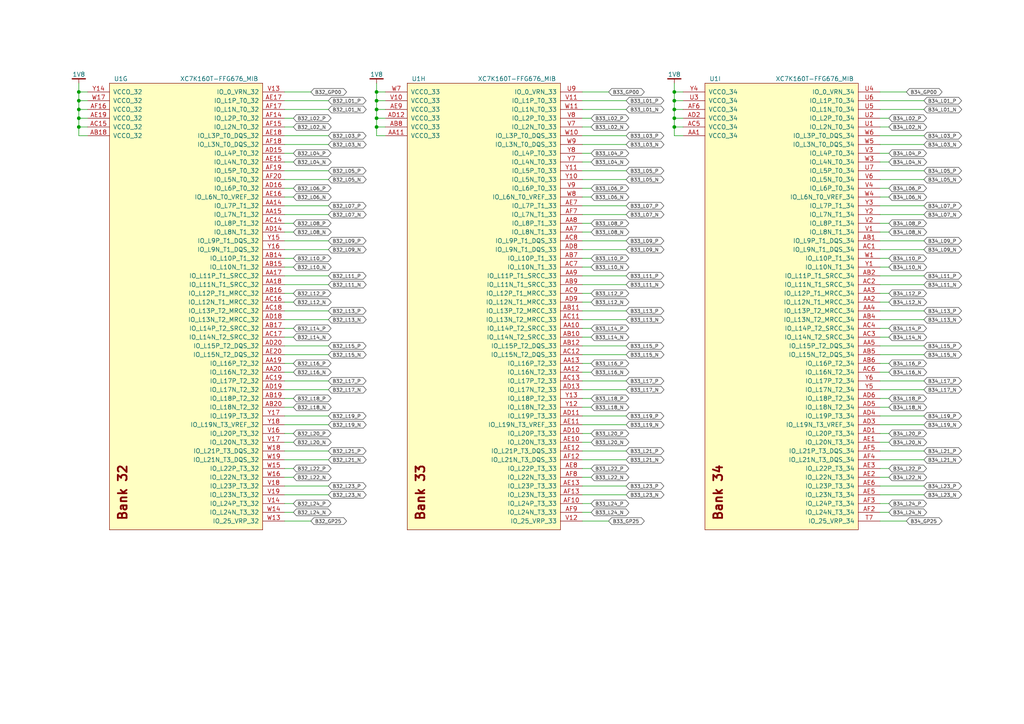
<source format=kicad_sch>
(kicad_sch (version 20230121) (generator eeschema)
  (paper "A4")
  (title_block (title "FPGA Banks 32 & 33 & 34 (HP) I/O") (date "2023-12-26") (rev "A") (company "Jordan Harris-Toovy") (comment 1 "Mainboard for Capstone Project at Oregon Tech"))
  (lib_symbols
    (symbol "Capstone_Library:1V8" (power) (pin_numbers hide) (pin_names (offset 0) hide) (in_bom no) (on_board no)
      (property "Value" "1V8" (at 0 1.27 0))
      (symbol "1V8_1_1"
        (pin power_in line (at 0 -1.27 90) (length 1.27) hide (name "1V8") (number "1"))
      )
    )
    (symbol "Capstone_Library:XC7K160T-FFG676_MIB" (pin_names (offset 1.016))
      (property "Reference" "U" (at -20.32 1.27 0))
      (property "Value" "XC7K160T-FFG676_MIB" (at 21.59 1.27 0))
      (symbol "XC7K160T-FFG676_MIB_1_1"
        (text "Bank 0" (at -17.78 -60.96 900) (effects (font (size 2.54 2.54) bold) (justify left)))
        (pin bidirectional line (at 29.21 -15.24 180) (length 6.35) (name "CCLK_0") (number "C8"))
        (pin bidirectional line (at 29.21 -30.48 180) (length 6.35) (name "INIT_B_0") (number "G7"))
        (pin bidirectional line (at 29.21 -27.94 180) (length 6.35) (name "DONE_0") (number "J7"))
        (pin power_in line (at -27.94 -5.08 0) (length 6.35) (name "VCCO_0") (number "L7"))
        (pin bidirectional line (at 29.21 -10.16 180) (length 6.35) (name "TCK_0") (number "L8"))
        (pin bidirectional line (at 29.21 -53.34 180) (length 6.35) (name "VREFN_0") (number "N11"))
        (pin bidirectional line (at 29.21 -43.18 180) (length 6.35) (name "VP_0") (number "N12"))
        (pin bidirectional line (at 29.21 -7.62 180) (length 6.35) (name "TMS_0") (number "N8"))
        (pin bidirectional line (at 29.21 -45.72 180) (length 6.35) (name "VN_0") (number "P11"))
        (pin bidirectional line (at 29.21 -50.8 180) (length 6.35) (name "VREFP_0") (number "P12"))
        (pin bidirectional line (at 29.21 -22.86 180) (length 6.35) (name "M2_0") (number "P5"))
        (pin bidirectional line (at 29.21 -33.02 180) (length 6.35) (name "PROGRAM_B_0") (number "P6"))
        (pin bidirectional line (at 29.21 -38.1 180) (length 6.35) (name "CFGBVS_0") (number "P7"))
        (pin bidirectional line (at 29.21 -60.96 180) (length 6.35) (name "DXN_0") (number "R11"))
        (pin bidirectional line (at 29.21 -58.42 180) (length 6.35) (name "DXP_0") (number "R12"))
        (pin bidirectional line (at 29.21 -2.54 180) (length 6.35) (name "TDI_0") (number "R6"))
        (pin bidirectional line (at 29.21 -5.08 180) (length 6.35) (name "TDO_0") (number "R7"))
        (pin bidirectional line (at 29.21 -20.32 180) (length 6.35) (name "M1_0") (number "T2"))
        (pin bidirectional line (at 29.21 -17.78 180) (length 6.35) (name "M0_0") (number "T5"))
        (pin power_in line (at -27.94 -2.54 0) (length 6.35) (name "VCCO_0") (number "T6"))
      )
      (symbol "XC7K160T-FFG676_MIB_2_1"
        (text "Bank 12" (at -17.78 -127 900) (effects (font (size 2.54 2.54) bold) (justify left)))
        (pin power_in line (at -27.94 -17.78 0) (length 6.35) (name "VCCO_12") (number "AA21"))
        (pin bidirectional line (at 29.21 -68.58 180) (length 6.35) (name "IO_L13N_T2_MRCC_12") (number "AA22"))
        (pin bidirectional line (at 29.21 -55.88 180) (length 6.35) (name "IO_L11P_T1_SRCC_12") (number "AA23"))
        (pin bidirectional line (at 29.21 -63.5 180) (length 6.35) (name "IO_L12N_T1_MRCC_12") (number "AA24"))
        (pin bidirectional line (at 29.21 -35.56 180) (length 6.35) (name "IO_L7P_T1_12") (number "AA25"))
        (pin bidirectional line (at 29.21 -91.44 180) (length 6.35) (name "IO_L18P_T2_12") (number "AB21"))
        (pin bidirectional line (at 29.21 -86.36 180) (length 6.35) (name "IO_L17P_T2_12") (number "AB22"))
        (pin bidirectional line (at 29.21 -58.42 180) (length 6.35) (name "IO_L11N_T1_SRCC_12") (number "AB24"))
        (pin bidirectional line (at 29.21 -38.1 180) (length 6.35) (name "IO_L7N_T1_12") (number "AB25"))
        (pin bidirectional line (at 29.21 -45.72 180) (length 6.35) (name "IO_L9P_T1_DQS_12") (number "AB26"))
        (pin bidirectional line (at 29.21 -93.98 180) (length 6.35) (name "IO_L18N_T2_12") (number "AC21"))
        (pin bidirectional line (at 29.21 -88.9 180) (length 6.35) (name "IO_L17N_T2_12") (number "AC22"))
        (pin bidirectional line (at 29.21 -71.12 180) (length 6.35) (name "IO_L14P_T2_SRCC_12") (number "AC23"))
        (pin bidirectional line (at 29.21 -73.66 180) (length 6.35) (name "IO_L14N_T2_SRCC_12") (number "AC24"))
        (pin power_in line (at -27.94 -15.24 0) (length 6.35) (name "VCCO_12") (number "AC25"))
        (pin bidirectional line (at 29.21 -48.26 180) (length 6.35) (name "IO_L9N_T1_DQS_12") (number "AC26"))
        (pin bidirectional line (at 29.21 -96.52 180) (length 6.35) (name "IO_L19P_T3_12") (number "AD21"))
        (pin power_in line (at -27.94 -12.7 0) (length 6.35) (name "VCCO_12") (number "AD22"))
        (pin bidirectional line (at 29.21 -81.28 180) (length 6.35) (name "IO_L16P_T2_12") (number "AD23"))
        (pin bidirectional line (at 29.21 -83.82 180) (length 6.35) (name "IO_L16N_T2_12") (number "AD24"))
        (pin bidirectional line (at 29.21 -116.84 180) (length 6.35) (name "IO_L23P_T3_12") (number "AD25"))
        (pin bidirectional line (at 29.21 -106.68 180) (length 6.35) (name "IO_L21P_T3_DQS_12") (number "AD26"))
        (pin bidirectional line (at 29.21 -99.06 180) (length 6.35) (name "IO_L19N_T3_VREF_12") (number "AE21"))
        (pin bidirectional line (at 29.21 -121.92 180) (length 6.35) (name "IO_L24P_T3_12") (number "AE22"))
        (pin bidirectional line (at 29.21 -111.76 180) (length 6.35) (name "IO_L22P_T3_12") (number "AE23"))
        (pin bidirectional line (at 29.21 -119.38 180) (length 6.35) (name "IO_L23N_T3_12") (number "AE25"))
        (pin bidirectional line (at 29.21 -109.22 180) (length 6.35) (name "IO_L21N_T3_DQS_12") (number "AE26"))
        (pin bidirectional line (at 29.21 -124.46 180) (length 6.35) (name "IO_L24N_T3_12") (number "AF22"))
        (pin bidirectional line (at 29.21 -114.3 180) (length 6.35) (name "IO_L22N_T3_12") (number "AF23"))
        (pin bidirectional line (at 29.21 -101.6 180) (length 6.35) (name "IO_L20P_T3_12") (number "AF24"))
        (pin bidirectional line (at 29.21 -104.14 180) (length 6.35) (name "IO_L20N_T3_12") (number "AF25"))
        (pin power_in line (at -27.94 -10.16 0) (length 6.35) (name "VCCO_12") (number "AF26"))
        (pin bidirectional line (at 29.21 -2.54 180) (length 6.35) (name "IO_0_12") (number "U21"))
        (pin bidirectional line (at 29.21 -5.08 180) (length 6.35) (name "IO_L1P_T0_12") (number "U22"))
        (pin power_in line (at -27.94 -7.62 0) (length 6.35) (name "VCCO_12") (number "U23"))
        (pin bidirectional line (at 29.21 -10.16 180) (length 6.35) (name "IO_L2P_T0_12") (number "U24"))
        (pin bidirectional line (at 29.21 -12.7 180) (length 6.35) (name "IO_L2N_T0_12") (number "U25"))
        (pin bidirectional line (at 29.21 -20.32 180) (length 6.35) (name "IO_L4P_T0_12") (number "U26"))
        (pin power_in line (at -27.94 -5.08 0) (length 6.35) (name "VCCO_12") (number "V20"))
        (pin bidirectional line (at 29.21 -30.48 180) (length 6.35) (name "IO_L6P_T0_12") (number "V21"))
        (pin bidirectional line (at 29.21 -7.62 180) (length 6.35) (name "IO_L1N_T0_12") (number "V22"))
        (pin bidirectional line (at 29.21 -15.24 180) (length 6.35) (name "IO_L3P_T0_DQS_12") (number "V23"))
        (pin bidirectional line (at 29.21 -17.78 180) (length 6.35) (name "IO_L3N_T0_DQS_12") (number "V24"))
        (pin bidirectional line (at 29.21 -22.86 180) (length 6.35) (name "IO_L4N_T0_12") (number "V26"))
        (pin bidirectional line (at 29.21 -76.2 180) (length 6.35) (name "IO_L15P_T2_DQS_12") (number "W20"))
        (pin bidirectional line (at 29.21 -33.02 180) (length 6.35) (name "IO_L6N_T0_VREF_12") (number "W21"))
        (pin bidirectional line (at 29.21 -40.64 180) (length 6.35) (name "IO_L8P_T1_12") (number "W23"))
        (pin bidirectional line (at 29.21 -43.18 180) (length 6.35) (name "IO_L8N_T1_12") (number "W24"))
        (pin bidirectional line (at 29.21 -25.4 180) (length 6.35) (name "IO_L5P_T0_12") (number "W25"))
        (pin bidirectional line (at 29.21 -27.94 180) (length 6.35) (name "IO_L5N_T0_12") (number "W26"))
        (pin bidirectional line (at 29.21 -127 180) (length 6.35) (name "IO_25_12") (number "Y20"))
        (pin bidirectional line (at 29.21 -78.74 180) (length 6.35) (name "IO_L15N_T2_DQS_12") (number "Y21"))
        (pin bidirectional line (at 29.21 -66.04 180) (length 6.35) (name "IO_L13P_T2_MRCC_12") (number "Y22"))
        (pin bidirectional line (at 29.21 -60.96 180) (length 6.35) (name "IO_L12P_T1_MRCC_12") (number "Y23"))
        (pin power_in line (at -27.94 -2.54 0) (length 6.35) (name "VCCO_12") (number "Y24"))
        (pin bidirectional line (at 29.21 -50.8 180) (length 6.35) (name "IO_L10P_T1_12") (number "Y25"))
        (pin bidirectional line (at 29.21 -53.34 180) (length 6.35) (name "IO_L10N_T1_12") (number "Y26"))
      )
      (symbol "XC7K160T-FFG676_MIB_3_1"
        (text "Bank 13" (at -17.78 -127 900) (effects (font (size 2.54 2.54) bold) (justify left)))
        (pin power_in line (at -27.94 -15.24 0) (length 6.35) (name "VCCO_13") (number "K24"))
        (pin bidirectional line (at 29.21 -5.08 180) (length 6.35) (name "IO_L1P_T0_13") (number "K25"))
        (pin bidirectional line (at 29.21 -7.62 180) (length 6.35) (name "IO_L1N_T0_13") (number "K26"))
        (pin bidirectional line (at 29.21 -43.18 180) (length 6.35) (name "IO_L8N_T1_13") (number "L24"))
        (pin bidirectional line (at 29.21 -17.78 180) (length 6.35) (name "IO_L3N_T0_DQS_13") (number "L25"))
        (pin bidirectional line (at 29.21 -114.3 180) (length 6.35) (name "IO_L22N_T3_13") (number "M19"))
        (pin bidirectional line (at 29.21 -38.1 180) (length 6.35) (name "IO_L7N_T1_13") (number "M20"))
        (pin bidirectional line (at 29.21 -50.8 180) (length 6.35) (name "IO_L10P_T1_13") (number "M21"))
        (pin bidirectional line (at 29.21 -53.34 180) (length 6.35) (name "IO_L10N_T1_13") (number "M22"))
        (pin bidirectional line (at 29.21 -40.64 180) (length 6.35) (name "IO_L8P_T1_13") (number "M24"))
        (pin bidirectional line (at 29.21 -15.24 180) (length 6.35) (name "IO_L3P_T0_DQS_13") (number "M25"))
        (pin bidirectional line (at 29.21 -27.94 180) (length 6.35) (name "IO_L5N_T0_13") (number "M26"))
        (pin bidirectional line (at 29.21 -2.54 180) (length 6.35) (name "IO_0_13") (number "N16"))
        (pin bidirectional line (at 29.21 -104.14 180) (length 6.35) (name "IO_L20N_T3_13") (number "N17"))
        (pin bidirectional line (at 29.21 -111.76 180) (length 6.35) (name "IO_L22P_T3_13") (number "N18"))
        (pin bidirectional line (at 29.21 -35.56 180) (length 6.35) (name "IO_L7P_T1_13") (number "N19"))
        (pin bidirectional line (at 29.21 -60.96 180) (length 6.35) (name "IO_L12P_T1_MRCC_13") (number "N21"))
        (pin bidirectional line (at 29.21 -63.5 180) (length 6.35) (name "IO_L12N_T1_MRCC_13") (number "N22"))
        (pin bidirectional line (at 29.21 -58.42 180) (length 6.35) (name "IO_L11N_T1_SRCC_13") (number "N23"))
        (pin bidirectional line (at 29.21 -22.86 180) (length 6.35) (name "IO_L4N_T0_13") (number "N24"))
        (pin power_in line (at -27.94 -12.7 0) (length 6.35) (name "VCCO_13") (number "N25"))
        (pin bidirectional line (at 29.21 -25.4 180) (length 6.35) (name "IO_L5P_T0_13") (number "N26"))
        (pin bidirectional line (at 29.21 -101.6 180) (length 6.35) (name "IO_L20P_T3_13") (number "P16"))
        (pin bidirectional line (at 29.21 -124.46 180) (length 6.35) (name "IO_L24N_T3_13") (number "P18"))
        (pin bidirectional line (at 29.21 -45.72 180) (length 6.35) (name "IO_L9P_T1_DQS_13") (number "P19"))
        (pin bidirectional line (at 29.21 -48.26 180) (length 6.35) (name "IO_L9N_T1_DQS_13") (number "P20"))
        (pin bidirectional line (at 29.21 -68.58 180) (length 6.35) (name "IO_L13N_T2_MRCC_13") (number "P21"))
        (pin power_in line (at -27.94 -10.16 0) (length 6.35) (name "VCCO_13") (number "P22"))
        (pin bidirectional line (at 29.21 -55.88 180) (length 6.35) (name "IO_L11P_T1_SRCC_13") (number "P23"))
        (pin bidirectional line (at 29.21 -20.32 180) (length 6.35) (name "IO_L4P_T0_13") (number "P24"))
        (pin bidirectional line (at 29.21 -33.02 180) (length 6.35) (name "IO_L6N_T0_VREF_13") (number "P25"))
        (pin bidirectional line (at 29.21 -12.7 180) (length 6.35) (name "IO_L2N_T0_13") (number "P26"))
        (pin bidirectional line (at 29.21 -106.68 180) (length 6.35) (name "IO_L21P_T3_DQS_13") (number "R16"))
        (pin bidirectional line (at 29.21 -109.22 180) (length 6.35) (name "IO_L21N_T3_DQS_13") (number "R17"))
        (pin bidirectional line (at 29.21 -121.92 180) (length 6.35) (name "IO_L24P_T3_13") (number "R18"))
        (pin power_in line (at -27.94 -7.62 0) (length 6.35) (name "VCCO_13") (number "R19"))
        (pin bidirectional line (at 29.21 -83.82 180) (length 6.35) (name "IO_L16N_T2_13") (number "R20"))
        (pin bidirectional line (at 29.21 -66.04 180) (length 6.35) (name "IO_L13P_T2_MRCC_13") (number "R21"))
        (pin bidirectional line (at 29.21 -71.12 180) (length 6.35) (name "IO_L14P_T2_SRCC_13") (number "R22"))
        (pin bidirectional line (at 29.21 -73.66 180) (length 6.35) (name "IO_L14N_T2_SRCC_13") (number "R23"))
        (pin bidirectional line (at 29.21 -30.48 180) (length 6.35) (name "IO_L6P_T0_13") (number "R25"))
        (pin bidirectional line (at 29.21 -10.16 180) (length 6.35) (name "IO_L2P_T0_13") (number "R26"))
        (pin power_in line (at -27.94 -5.08 0) (length 6.35) (name "VCCO_13") (number "T16"))
        (pin bidirectional line (at 29.21 -119.38 180) (length 6.35) (name "IO_L23N_T3_13") (number "T17"))
        (pin bidirectional line (at 29.21 -96.52 180) (length 6.35) (name "IO_L19P_T3_13") (number "T18"))
        (pin bidirectional line (at 29.21 -99.06 180) (length 6.35) (name "IO_L19N_T3_VREF_13") (number "T19"))
        (pin bidirectional line (at 29.21 -81.28 180) (length 6.35) (name "IO_L16P_T2_13") (number "T20"))
        (pin bidirectional line (at 29.21 -86.36 180) (length 6.35) (name "IO_L17P_T2_13") (number "T22"))
        (pin bidirectional line (at 29.21 -88.9 180) (length 6.35) (name "IO_L17N_T2_13") (number "T23"))
        (pin bidirectional line (at 29.21 -76.2 180) (length 6.35) (name "IO_L15P_T2_DQS_13") (number "T24"))
        (pin bidirectional line (at 29.21 -78.74 180) (length 6.35) (name "IO_L15N_T2_DQS_13") (number "T25"))
        (pin power_in line (at -27.94 -2.54 0) (length 6.35) (name "VCCO_13") (number "T26"))
        (pin bidirectional line (at 29.21 -127 180) (length 6.35) (name "IO_25_13") (number "U16"))
        (pin bidirectional line (at 29.21 -116.84 180) (length 6.35) (name "IO_L23P_T3_13") (number "U17"))
        (pin bidirectional line (at 29.21 -91.44 180) (length 6.35) (name "IO_L18P_T2_13") (number "U19"))
        (pin bidirectional line (at 29.21 -93.98 180) (length 6.35) (name "IO_L18N_T2_13") (number "U20"))
      )
      (symbol "XC7K160T-FFG676_MIB_4_1"
        (text "Bank 14" (at -17.78 -127 900) (effects (font (size 2.54 2.54) bold) (justify left)))
        (pin bidirectional line (at 29.21 -43.18 180) (length 6.35) (name "IO_L8N_T1_D12_14") (number "A20"))
        (pin power_in line (at -27.94 -15.24 0) (length 6.35) (name "VCCO_14") (number "A21"))
        (pin bidirectional line (at 29.21 -12.7 180) (length 6.35) (name "IO_L2N_T0_D03_14") (number "A22"))
        (pin bidirectional line (at 29.21 -20.32 180) (length 6.35) (name "IO_L4P_T0_D04_14") (number "A23"))
        (pin bidirectional line (at 29.21 -22.86 180) (length 6.35) (name "IO_L4N_T0_D05_14") (number "A24"))
        (pin bidirectional line (at 29.21 -7.62 180) (length 6.35) (name "IO_L1N_T0_D01_DIN_14") (number "A25"))
        (pin bidirectional line (at 29.21 -40.64 180) (length 6.35) (name "IO_L8P_T1_D11_14") (number "B20"))
        (pin bidirectional line (at 29.21 -53.34 180) (length 6.35) (name "IO_L10N_T1_D15_14") (number "B21"))
        (pin bidirectional line (at 29.21 -10.16 180) (length 6.35) (name "IO_L2P_T0_D02_14") (number "B22"))
        (pin bidirectional line (at 29.21 -5.08 180) (length 6.35) (name "IO_L1P_T0_D00_MOSI_14") (number "B24"))
        (pin bidirectional line (at 29.21 -15.24 180) (length 6.35) (name "IO_L3P_T0_DQS_PUDC_B_14") (number "B25"))
        (pin bidirectional line (at 29.21 -17.78 180) (length 6.35) (name "IO_L3N_T0_DQS_EMCCLK_14") (number "B26"))
        (pin bidirectional line (at 29.21 -50.8 180) (length 6.35) (name "IO_L10P_T1_D14_14") (number "C21"))
        (pin bidirectional line (at 29.21 -38.1 180) (length 6.35) (name "IO_L7N_T1_D10_14") (number "C22"))
        (pin bidirectional line (at 29.21 -30.48 180) (length 6.35) (name "IO_L6P_T0_FCS_B_14") (number "C23"))
        (pin bidirectional line (at 29.21 -33.02 180) (length 6.35) (name "IO_L6N_T0_D08_VREF_14") (number "C24"))
        (pin power_in line (at -27.94 -12.7 0) (length 6.35) (name "VCCO_14") (number "C25"))
        (pin bidirectional line (at 29.21 -27.94 180) (length 6.35) (name "IO_L5N_T0_D07_14") (number "C26"))
        (pin bidirectional line (at 29.21 -35.56 180) (length 6.35) (name "IO_L7P_T1_D09_14") (number "D21"))
        (pin power_in line (at -27.94 -10.16 0) (length 6.35) (name "VCCO_14") (number "D22"))
        (pin bidirectional line (at 29.21 -55.88 180) (length 6.35) (name "IO_L11P_T1_SRCC_14") (number "D23"))
        (pin bidirectional line (at 29.21 -58.42 180) (length 6.35) (name "IO_L11N_T1_SRCC_14") (number "D24"))
        (pin bidirectional line (at 29.21 -78.74 180) (length 6.35) (name "IO_L15N_T2_DQS_DOUT_CSO_B_14") (number "D25"))
        (pin bidirectional line (at 29.21 -25.4 180) (length 6.35) (name "IO_L5P_T0_D06_14") (number "D26"))
        (pin bidirectional line (at 29.21 -45.72 180) (length 6.35) (name "IO_L9P_T1_DQS_14") (number "E21"))
        (pin bidirectional line (at 29.21 -48.26 180) (length 6.35) (name "IO_L9N_T1_DQS_D13_14") (number "E22"))
        (pin bidirectional line (at 29.21 -63.5 180) (length 6.35) (name "IO_L12N_T1_MRCC_14") (number "E23"))
        (pin bidirectional line (at 29.21 -76.2 180) (length 6.35) (name "IO_L15P_T2_DQS_RDWR_B_14") (number "E25"))
        (pin bidirectional line (at 29.21 -88.9 180) (length 6.35) (name "IO_L17N_T2_A13_D29_14") (number "E26"))
        (pin bidirectional line (at 29.21 -60.96 180) (length 6.35) (name "IO_L12P_T1_MRCC_14") (number "F22"))
        (pin bidirectional line (at 29.21 -68.58 180) (length 6.35) (name "IO_L13N_T2_MRCC_14") (number "F23"))
        (pin bidirectional line (at 29.21 -73.66 180) (length 6.35) (name "IO_L14N_T2_SRCC_14") (number "F24"))
        (pin bidirectional line (at 29.21 -86.36 180) (length 6.35) (name "IO_L17P_T2_A14_D30_14") (number "F25"))
        (pin power_in line (at -27.94 -7.62 0) (length 6.35) (name "VCCO_14") (number "F26"))
        (pin bidirectional line (at 29.21 -99.06 180) (length 6.35) (name "IO_L19N_T3_A09_D25_VREF_14") (number "G21"))
        (pin bidirectional line (at 29.21 -66.04 180) (length 6.35) (name "IO_L13P_T2_MRCC_14") (number "G22"))
        (pin power_in line (at -27.94 -5.08 0) (length 6.35) (name "VCCO_14") (number "G23"))
        (pin bidirectional line (at 29.21 -71.12 180) (length 6.35) (name "IO_L14P_T2_SRCC_14") (number "G24"))
        (pin bidirectional line (at 29.21 -81.28 180) (length 6.35) (name "IO_L16P_T2_CSI_B_14") (number "G25"))
        (pin bidirectional line (at 29.21 -83.82 180) (length 6.35) (name "IO_L16N_T2_A15_D31_14") (number "G26"))
        (pin bidirectional line (at 29.21 -96.52 180) (length 6.35) (name "IO_L19P_T3_A10_D26_14") (number "H21"))
        (pin bidirectional line (at 29.21 -109.22 180) (length 6.35) (name "IO_L21N_T3_DQS_A06_D22_14") (number "H22"))
        (pin bidirectional line (at 29.21 -101.6 180) (length 6.35) (name "IO_L20P_T3_A08_D24_14") (number "H23"))
        (pin bidirectional line (at 29.21 -104.14 180) (length 6.35) (name "IO_L20N_T3_A07_D23_14") (number "H24"))
        (pin bidirectional line (at 29.21 -93.98 180) (length 6.35) (name "IO_L18N_T2_A11_D27_14") (number "H26"))
        (pin bidirectional line (at 29.21 -106.68 180) (length 6.35) (name "IO_L21P_T3_DQS_14") (number "J21"))
        (pin bidirectional line (at 29.21 -124.46 180) (length 6.35) (name "IO_L24N_T3_A00_D16_14") (number "J23"))
        (pin bidirectional line (at 29.21 -111.76 180) (length 6.35) (name "IO_L22P_T3_A05_D21_14") (number "J24"))
        (pin bidirectional line (at 29.21 -114.3 180) (length 6.35) (name "IO_L22N_T3_A04_D20_14") (number "J25"))
        (pin bidirectional line (at 29.21 -91.44 180) (length 6.35) (name "IO_L18P_T2_A12_D28_14") (number "J26"))
        (pin bidirectional line (at 29.21 -2.54 180) (length 6.35) (name "IO_0_14") (number "K21"))
        (pin bidirectional line (at 29.21 -119.38 180) (length 6.35) (name "IO_L23N_T3_A02_D18_14") (number "K22"))
        (pin bidirectional line (at 29.21 -121.92 180) (length 6.35) (name "IO_L24P_T3_A01_D17_14") (number "K23"))
        (pin power_in line (at -27.94 -2.54 0) (length 6.35) (name "VCCO_14") (number "L21"))
        (pin bidirectional line (at 29.21 -116.84 180) (length 6.35) (name "IO_L23P_T3_A03_D19_14") (number "L22"))
        (pin bidirectional line (at 29.21 -127 180) (length 6.35) (name "IO_25_14") (number "L23"))
      )
      (symbol "XC7K160T-FFG676_MIB_5_1"
        (text "Bank 15" (at -17.78 -127 900) (effects (font (size 2.54 2.54) bold) (justify left)))
        (pin bidirectional line (at 29.21 -17.78 180) (length 6.35) (name "IO_L3N_T0_DQS_AD1N_15") (number "A17"))
        (pin bidirectional line (at 29.21 -10.16 180) (length 6.35) (name "IO_L2P_T0_AD8P_15") (number "A18"))
        (pin bidirectional line (at 29.21 -12.7 180) (length 6.35) (name "IO_L2N_T0_AD8N_15") (number "A19"))
        (pin bidirectional line (at 29.21 -7.62 180) (length 6.35) (name "IO_L1N_T0_AD0N_15") (number "B16"))
        (pin bidirectional line (at 29.21 -15.24 180) (length 6.35) (name "IO_L3P_T0_DQS_AD1P_15") (number "B17"))
        (pin power_in line (at -27.94 -15.24 0) (length 6.35) (name "VCCO_15") (number "B18"))
        (pin bidirectional line (at 29.21 -22.86 180) (length 6.35) (name "IO_L4N_T0_AD9N_15") (number "B19"))
        (pin bidirectional line (at 29.21 -5.08 180) (length 6.35) (name "IO_L1P_T0_AD0P_15") (number "C16"))
        (pin bidirectional line (at 29.21 -25.4 180) (length 6.35) (name "IO_L5P_T0_AD2P_15") (number "C17"))
        (pin bidirectional line (at 29.21 -27.94 180) (length 6.35) (name "IO_L5N_T0_AD2N_15") (number "C18"))
        (pin bidirectional line (at 29.21 -20.32 180) (length 6.35) (name "IO_L4P_T0_AD9P_15") (number "C19"))
        (pin bidirectional line (at 29.21 -30.48 180) (length 6.35) (name "IO_L6P_T0_15") (number "D15"))
        (pin bidirectional line (at 29.21 -33.02 180) (length 6.35) (name "IO_L6N_T0_VREF_15") (number "D16"))
        (pin bidirectional line (at 29.21 -68.58 180) (length 6.35) (name "IO_L13N_T2_MRCC_15") (number "D18"))
        (pin bidirectional line (at 29.21 -76.2 180) (length 6.35) (name "IO_L15P_T2_DQS_15") (number "D19"))
        (pin bidirectional line (at 29.21 -78.74 180) (length 6.35) (name "IO_L15N_T2_DQS_ADV_B_15") (number "D20"))
        (pin bidirectional line (at 29.21 -50.8 180) (length 6.35) (name "IO_L10P_T1_AD4P_15") (number "E15"))
        (pin bidirectional line (at 29.21 -53.34 180) (length 6.35) (name "IO_L10N_T1_AD4N_15") (number "E16"))
        (pin bidirectional line (at 29.21 -63.5 180) (length 6.35) (name "IO_L12N_T1_MRCC_AD5N_15") (number "E17"))
        (pin bidirectional line (at 29.21 -66.04 180) (length 6.35) (name "IO_L13P_T2_MRCC_15") (number "E18"))
        (pin power_in line (at -27.94 -12.7 0) (length 6.35) (name "VCCO_15") (number "E19"))
        (pin bidirectional line (at 29.21 -88.9 180) (length 6.35) (name "IO_L17N_T2_A25_15") (number "E20"))
        (pin bidirectional line (at 29.21 -43.18 180) (length 6.35) (name "IO_L8N_T1_AD3N_15") (number "F15"))
        (pin power_in line (at -27.94 -10.16 0) (length 6.35) (name "VCCO_15") (number "F16"))
        (pin bidirectional line (at 29.21 -60.96 180) (length 6.35) (name "IO_L12P_T1_MRCC_AD5P_15") (number "F17"))
        (pin bidirectional line (at 29.21 -58.42 180) (length 6.35) (name "IO_L11N_T1_SRCC_AD12N_15") (number "F18"))
        (pin bidirectional line (at 29.21 -86.36 180) (length 6.35) (name "IO_L17P_T2_A26_15") (number "F19"))
        (pin bidirectional line (at 29.21 -83.82 180) (length 6.35) (name "IO_L16N_T2_A27_15") (number "F20"))
        (pin bidirectional line (at 29.21 -40.64 180) (length 6.35) (name "IO_L8P_T1_AD3P_15") (number "G15"))
        (pin bidirectional line (at 29.21 -38.1 180) (length 6.35) (name "IO_L7N_T1_AD10N_15") (number "G16"))
        (pin bidirectional line (at 29.21 -55.88 180) (length 6.35) (name "IO_L11P_T1_SRCC_AD12P_15") (number "G17"))
        (pin bidirectional line (at 29.21 -81.28 180) (length 6.35) (name "IO_L16P_T2_A28_15") (number "G19"))
        (pin bidirectional line (at 29.21 -93.98 180) (length 6.35) (name "IO_L18N_T2_A23_15") (number "G20"))
        (pin bidirectional line (at 29.21 -35.56 180) (length 6.35) (name "IO_L7P_T1_AD10P_15") (number "H16"))
        (pin bidirectional line (at 29.21 -71.12 180) (length 6.35) (name "IO_L14P_T2_SRCC_15") (number "H17"))
        (pin bidirectional line (at 29.21 -73.66 180) (length 6.35) (name "IO_L14N_T2_SRCC_15") (number "H18"))
        (pin bidirectional line (at 29.21 -91.44 180) (length 6.35) (name "IO_L18P_T2_A24_15") (number "H19"))
        (pin power_in line (at -27.94 -7.62 0) (length 6.35) (name "VCCO_15") (number "H20"))
        (pin bidirectional line (at 29.21 -45.72 180) (length 6.35) (name "IO_L9P_T1_DQS_AD11P_15") (number "J15"))
        (pin bidirectional line (at 29.21 -48.26 180) (length 6.35) (name "IO_L9N_T1_DQS_AD11N_15") (number "J16"))
        (pin power_in line (at -27.94 -5.08 0) (length 6.35) (name "VCCO_15") (number "J17"))
        (pin bidirectional line (at 29.21 -101.6 180) (length 6.35) (name "IO_L20P_T3_A20_15") (number "J18"))
        (pin bidirectional line (at 29.21 -104.14 180) (length 6.35) (name "IO_L20N_T3_A19_15") (number "J19"))
        (pin bidirectional line (at 29.21 -99.06 180) (length 6.35) (name "IO_L19N_T3_A21_VREF_15") (number "J20"))
        (pin bidirectional line (at 29.21 -2.54 180) (length 6.35) (name "IO_0_15") (number "K15"))
        (pin bidirectional line (at 29.21 -111.76 180) (length 6.35) (name "IO_L22P_T3_A17_15") (number "K16"))
        (pin bidirectional line (at 29.21 -114.3 180) (length 6.35) (name "IO_L22N_T3_A16_15") (number "K17"))
        (pin bidirectional line (at 29.21 -124.46 180) (length 6.35) (name "IO_L24N_T3_RS0_15") (number "K18"))
        (pin bidirectional line (at 29.21 -96.52 180) (length 6.35) (name "IO_L19P_T3_A22_15") (number "K20"))
        (pin bidirectional line (at 29.21 -121.92 180) (length 6.35) (name "IO_L24P_T3_RS1_15") (number "L17"))
        (pin bidirectional line (at 29.21 -119.38 180) (length 6.35) (name "IO_L23N_T3_FWE_B_15") (number "L18"))
        (pin bidirectional line (at 29.21 -106.68 180) (length 6.35) (name "IO_L21P_T3_DQS_15") (number "L19"))
        (pin bidirectional line (at 29.21 -109.22 180) (length 6.35) (name "IO_L21N_T3_DQS_A18_15") (number "L20"))
        (pin bidirectional line (at 29.21 -127 180) (length 6.35) (name "IO_25_15") (number "M16"))
        (pin bidirectional line (at 29.21 -116.84 180) (length 6.35) (name "IO_L23P_T3_FOE_B_15") (number "M17"))
        (pin power_in line (at -27.94 -2.54 0) (length 6.35) (name "VCCO_15") (number "M18"))
      )
      (symbol "XC7K160T-FFG676_MIB_6_1"
        (text "Bank 16" (at -17.78 -127 900) (effects (font (size 2.54 2.54) bold) (justify left)))
        (pin bidirectional line (at 29.21 -114.3 180) (length 6.35) (name "IO_L22N_T3_16") (number "A10"))
        (pin power_in line (at -27.94 -17.78 0) (length 6.35) (name "VCCO_16") (number "A11"))
        (pin bidirectional line (at 29.21 -124.46 180) (length 6.35) (name "IO_L24N_T3_16") (number "A12"))
        (pin bidirectional line (at 29.21 -121.92 180) (length 6.35) (name "IO_L24P_T3_16") (number "A13"))
        (pin bidirectional line (at 29.21 -109.22 180) (length 6.35) (name "IO_L21N_T3_DQS_16") (number "A14"))
        (pin bidirectional line (at 29.21 -119.38 180) (length 6.35) (name "IO_L23N_T3_16") (number "A15"))
        (pin bidirectional line (at 29.21 -48.26 180) (length 6.35) (name "IO_L9N_T1_DQS_16") (number "A8"))
        (pin bidirectional line (at 29.21 -45.72 180) (length 6.35) (name "IO_L9P_T1_DQS_16") (number "A9"))
        (pin bidirectional line (at 29.21 -111.76 180) (length 6.35) (name "IO_L22P_T3_16") (number "B10"))
        (pin bidirectional line (at 29.21 -104.14 180) (length 6.35) (name "IO_L20N_T3_16") (number "B11"))
        (pin bidirectional line (at 29.21 -101.6 180) (length 6.35) (name "IO_L20P_T3_16") (number "B12"))
        (pin bidirectional line (at 29.21 -106.68 180) (length 6.35) (name "IO_L21P_T3_DQS_16") (number "B14"))
        (pin bidirectional line (at 29.21 -116.84 180) (length 6.35) (name "IO_L23P_T3_16") (number "B15"))
        (pin power_in line (at -27.94 -15.24 0) (length 6.35) (name "VCCO_16") (number "B8"))
        (pin bidirectional line (at 29.21 -53.34 180) (length 6.35) (name "IO_L10N_T1_16") (number "B9"))
        (pin bidirectional line (at 29.21 -68.58 180) (length 6.35) (name "IO_L13N_T2_MRCC_16") (number "C11"))
        (pin bidirectional line (at 29.21 -66.04 180) (length 6.35) (name "IO_L13P_T2_MRCC_16") (number "C12"))
        (pin bidirectional line (at 29.21 -99.06 180) (length 6.35) (name "IO_L19N_T3_VREF_16") (number "C13"))
        (pin bidirectional line (at 29.21 -96.52 180) (length 6.35) (name "IO_L19P_T3_16") (number "C14"))
        (pin power_in line (at -27.94 -12.7 0) (length 6.35) (name "VCCO_16") (number "C15"))
        (pin bidirectional line (at 29.21 -50.8 180) (length 6.35) (name "IO_L10P_T1_16") (number "C9"))
        (pin bidirectional line (at 29.21 -63.5 180) (length 6.35) (name "IO_L12N_T1_MRCC_16") (number "D10"))
        (pin bidirectional line (at 29.21 -73.66 180) (length 6.35) (name "IO_L14N_T2_SRCC_16") (number "D11"))
        (pin power_in line (at -27.94 -10.16 0) (length 6.35) (name "VCCO_16") (number "D12"))
        (pin bidirectional line (at 29.21 -88.9 180) (length 6.35) (name "IO_L17N_T2_16") (number "D13"))
        (pin bidirectional line (at 29.21 -86.36 180) (length 6.35) (name "IO_L17P_T2_16") (number "D14"))
        (pin bidirectional line (at 29.21 -43.18 180) (length 6.35) (name "IO_L8N_T1_16") (number "D8"))
        (pin bidirectional line (at 29.21 -40.64 180) (length 6.35) (name "IO_L8P_T1_16") (number "D9"))
        (pin bidirectional line (at 29.21 -60.96 180) (length 6.35) (name "IO_L12P_T1_MRCC_16") (number "E10"))
        (pin bidirectional line (at 29.21 -71.12 180) (length 6.35) (name "IO_L14P_T2_SRCC_16") (number "E11"))
        (pin bidirectional line (at 29.21 -93.98 180) (length 6.35) (name "IO_L18N_T2_16") (number "E12"))
        (pin bidirectional line (at 29.21 -91.44 180) (length 6.35) (name "IO_L18P_T2_16") (number "E13"))
        (pin power_in line (at -27.94 -7.62 0) (length 6.35) (name "VCCO_16") (number "E9"))
        (pin bidirectional line (at 29.21 -58.42 180) (length 6.35) (name "IO_L11N_T1_SRCC_16") (number "F10"))
        (pin bidirectional line (at 29.21 -83.82 180) (length 6.35) (name "IO_L16N_T2_16") (number "F12"))
        (pin bidirectional line (at 29.21 -78.74 180) (length 6.35) (name "IO_L15N_T2_DQS_16") (number "F13"))
        (pin bidirectional line (at 29.21 -76.2 180) (length 6.35) (name "IO_L15P_T2_DQS_16") (number "F14"))
        (pin bidirectional line (at 29.21 -38.1 180) (length 6.35) (name "IO_L7N_T1_16") (number "F8"))
        (pin bidirectional line (at 29.21 -35.56 180) (length 6.35) (name "IO_L7P_T1_16") (number "F9"))
        (pin bidirectional line (at 29.21 -10.16 180) (length 6.35) (name "IO_L2P_T0_16") (number "G10"))
        (pin bidirectional line (at 29.21 -55.88 180) (length 6.35) (name "IO_L11P_T1_SRCC_16") (number "G11"))
        (pin bidirectional line (at 29.21 -81.28 180) (length 6.35) (name "IO_L16P_T2_16") (number "G12"))
        (pin power_in line (at -27.94 -5.08 0) (length 6.35) (name "VCCO_16") (number "G13"))
        (pin bidirectional line (at 29.21 -27.94 180) (length 6.35) (name "IO_L5N_T0_16") (number "G14"))
        (pin bidirectional line (at 29.21 -12.7 180) (length 6.35) (name "IO_L2N_T0_16") (number "G9"))
        (pin power_in line (at -27.94 -2.54 0) (length 6.35) (name "VCCO_16") (number "H10"))
        (pin bidirectional line (at 29.21 -33.02 180) (length 6.35) (name "IO_L6N_T0_VREF_16") (number "H11"))
        (pin bidirectional line (at 29.21 -30.48 180) (length 6.35) (name "IO_L6P_T0_16") (number "H12"))
        (pin bidirectional line (at 29.21 -17.78 180) (length 6.35) (name "IO_L3N_T0_DQS_16") (number "H13"))
        (pin bidirectional line (at 29.21 -25.4 180) (length 6.35) (name "IO_L5P_T0_16") (number "H14"))
        (pin bidirectional line (at 29.21 -7.62 180) (length 6.35) (name "IO_L1N_T0_16") (number "H8"))
        (pin bidirectional line (at 29.21 -5.08 180) (length 6.35) (name "IO_L1P_T0_16") (number "H9"))
        (pin bidirectional line (at 29.21 -22.86 180) (length 6.35) (name "IO_L4N_T0_16") (number "J10"))
        (pin bidirectional line (at 29.21 -20.32 180) (length 6.35) (name "IO_L4P_T0_16") (number "J11"))
        (pin bidirectional line (at 29.21 -15.24 180) (length 6.35) (name "IO_L3P_T0_DQS_16") (number "J13"))
        (pin bidirectional line (at 29.21 -127 180) (length 6.35) (name "IO_25_16") (number "J14"))
        (pin bidirectional line (at 29.21 -2.54 180) (length 6.35) (name "IO_0_16") (number "J8"))
      )
      (symbol "XC7K160T-FFG676_MIB_7_1"
        (text "Bank 32" (at -17.78 -127 900) (effects (font (size 2.54 2.54) bold) (justify left)))
        (pin bidirectional line (at 29.21 -35.56 180) (length 6.35) (name "IO_L7P_T1_32") (number "AA14"))
        (pin bidirectional line (at 29.21 -38.1 180) (length 6.35) (name "IO_L7N_T1_32") (number "AA15"))
        (pin bidirectional line (at 29.21 -55.88 180) (length 6.35) (name "IO_L11P_T1_SRCC_32") (number "AA17"))
        (pin bidirectional line (at 29.21 -58.42 180) (length 6.35) (name "IO_L11N_T1_SRCC_32") (number "AA18"))
        (pin bidirectional line (at 29.21 -81.28 180) (length 6.35) (name "IO_L16P_T2_32") (number "AA19"))
        (pin bidirectional line (at 29.21 -83.82 180) (length 6.35) (name "IO_L16N_T2_32") (number "AA20"))
        (pin bidirectional line (at 29.21 -50.8 180) (length 6.35) (name "IO_L10P_T1_32") (number "AB14"))
        (pin bidirectional line (at 29.21 -53.34 180) (length 6.35) (name "IO_L10N_T1_32") (number "AB15"))
        (pin bidirectional line (at 29.21 -60.96 180) (length 6.35) (name "IO_L12P_T1_MRCC_32") (number "AB16"))
        (pin bidirectional line (at 29.21 -71.12 180) (length 6.35) (name "IO_L14P_T2_SRCC_32") (number "AB17"))
        (pin power_in line (at -27.94 -15.24 0) (length 6.35) (name "VCCO_32") (number "AB18"))
        (pin bidirectional line (at 29.21 -91.44 180) (length 6.35) (name "IO_L18P_T2_32") (number "AB19"))
        (pin bidirectional line (at 29.21 -93.98 180) (length 6.35) (name "IO_L18N_T2_32") (number "AB20"))
        (pin bidirectional line (at 29.21 -40.64 180) (length 6.35) (name "IO_L8P_T1_32") (number "AC14"))
        (pin power_in line (at -27.94 -12.7 0) (length 6.35) (name "VCCO_32") (number "AC15"))
        (pin bidirectional line (at 29.21 -63.5 180) (length 6.35) (name "IO_L12N_T1_MRCC_32") (number "AC16"))
        (pin bidirectional line (at 29.21 -73.66 180) (length 6.35) (name "IO_L14N_T2_SRCC_32") (number "AC17"))
        (pin bidirectional line (at 29.21 -66.04 180) (length 6.35) (name "IO_L13P_T2_MRCC_32") (number "AC18"))
        (pin bidirectional line (at 29.21 -86.36 180) (length 6.35) (name "IO_L17P_T2_32") (number "AC19"))
        (pin bidirectional line (at 29.21 -43.18 180) (length 6.35) (name "IO_L8N_T1_32") (number "AD14"))
        (pin bidirectional line (at 29.21 -20.32 180) (length 6.35) (name "IO_L4P_T0_32") (number "AD15"))
        (pin bidirectional line (at 29.21 -30.48 180) (length 6.35) (name "IO_L6P_T0_32") (number "AD16"))
        (pin bidirectional line (at 29.21 -68.58 180) (length 6.35) (name "IO_L13N_T2_MRCC_32") (number "AD18"))
        (pin bidirectional line (at 29.21 -88.9 180) (length 6.35) (name "IO_L17N_T2_32") (number "AD19"))
        (pin bidirectional line (at 29.21 -76.2 180) (length 6.35) (name "IO_L15P_T2_DQS_32") (number "AD20"))
        (pin bidirectional line (at 29.21 -22.86 180) (length 6.35) (name "IO_L4N_T0_32") (number "AE15"))
        (pin bidirectional line (at 29.21 -33.02 180) (length 6.35) (name "IO_L6N_T0_VREF_32") (number "AE16"))
        (pin bidirectional line (at 29.21 -5.08 180) (length 6.35) (name "IO_L1P_T0_32") (number "AE17"))
        (pin bidirectional line (at 29.21 -15.24 180) (length 6.35) (name "IO_L3P_T0_DQS_32") (number "AE18"))
        (pin power_in line (at -27.94 -10.16 0) (length 6.35) (name "VCCO_32") (number "AE19"))
        (pin bidirectional line (at 29.21 -78.74 180) (length 6.35) (name "IO_L15N_T2_DQS_32") (number "AE20"))
        (pin bidirectional line (at 29.21 -10.16 180) (length 6.35) (name "IO_L2P_T0_32") (number "AF14"))
        (pin bidirectional line (at 29.21 -12.7 180) (length 6.35) (name "IO_L2N_T0_32") (number "AF15"))
        (pin power_in line (at -27.94 -7.62 0) (length 6.35) (name "VCCO_32") (number "AF16"))
        (pin bidirectional line (at 29.21 -7.62 180) (length 6.35) (name "IO_L1N_T0_32") (number "AF17"))
        (pin bidirectional line (at 29.21 -17.78 180) (length 6.35) (name "IO_L3N_T0_DQS_32") (number "AF18"))
        (pin bidirectional line (at 29.21 -25.4 180) (length 6.35) (name "IO_L5P_T0_32") (number "AF19"))
        (pin bidirectional line (at 29.21 -27.94 180) (length 6.35) (name "IO_L5N_T0_32") (number "AF20"))
        (pin bidirectional line (at 29.21 -2.54 180) (length 6.35) (name "IO_0_VRN_32") (number "V13"))
        (pin bidirectional line (at 29.21 -121.92 180) (length 6.35) (name "IO_L24P_T3_32") (number "V14"))
        (pin bidirectional line (at 29.21 -101.6 180) (length 6.35) (name "IO_L20P_T3_32") (number "V16"))
        (pin bidirectional line (at 29.21 -104.14 180) (length 6.35) (name "IO_L20N_T3_32") (number "V17"))
        (pin bidirectional line (at 29.21 -116.84 180) (length 6.35) (name "IO_L23P_T3_32") (number "V18"))
        (pin bidirectional line (at 29.21 -119.38 180) (length 6.35) (name "IO_L23N_T3_32") (number "V19"))
        (pin bidirectional line (at 29.21 -127 180) (length 6.35) (name "IO_25_VRP_32") (number "W13"))
        (pin bidirectional line (at 29.21 -124.46 180) (length 6.35) (name "IO_L24N_T3_32") (number "W14"))
        (pin bidirectional line (at 29.21 -111.76 180) (length 6.35) (name "IO_L22P_T3_32") (number "W15"))
        (pin bidirectional line (at 29.21 -114.3 180) (length 6.35) (name "IO_L22N_T3_32") (number "W16"))
        (pin power_in line (at -27.94 -5.08 0) (length 6.35) (name "VCCO_32") (number "W17"))
        (pin bidirectional line (at 29.21 -106.68 180) (length 6.35) (name "IO_L21P_T3_DQS_32") (number "W18"))
        (pin bidirectional line (at 29.21 -109.22 180) (length 6.35) (name "IO_L21N_T3_DQS_32") (number "W19"))
        (pin power_in line (at -27.94 -2.54 0) (length 6.35) (name "VCCO_32") (number "Y14"))
        (pin bidirectional line (at 29.21 -45.72 180) (length 6.35) (name "IO_L9P_T1_DQS_32") (number "Y15"))
        (pin bidirectional line (at 29.21 -48.26 180) (length 6.35) (name "IO_L9N_T1_DQS_32") (number "Y16"))
        (pin bidirectional line (at 29.21 -96.52 180) (length 6.35) (name "IO_L19P_T3_32") (number "Y17"))
        (pin bidirectional line (at 29.21 -99.06 180) (length 6.35) (name "IO_L19N_T3_VREF_32") (number "Y18"))
      )
      (symbol "XC7K160T-FFG676_MIB_8_1"
        (text "Bank 33" (at -17.78 -127 900) (effects (font (size 2.54 2.54) bold) (justify left)))
        (pin bidirectional line (at 29.21 -58.42 180) (length 6.35) (name "IO_L14P_T2_SRCC_33") (number "AA10"))
        (pin power_in line (at -27.94 -15.24 0) (length 6.35) (name "VCCO_33") (number "AA11"))
        (pin bidirectional line (at 29.21 -45.72 180) (length 6.35) (name "IO_L16N_T2_33") (number "AA12"))
        (pin bidirectional line (at 29.21 -48.26 180) (length 6.35) (name "IO_L16P_T2_33") (number "AA13"))
        (pin bidirectional line (at 29.21 -86.36 180) (length 6.35) (name "IO_L8N_T1_33") (number "AA7"))
        (pin bidirectional line (at 29.21 -88.9 180) (length 6.35) (name "IO_L8P_T1_33") (number "AA8"))
        (pin bidirectional line (at 29.21 -73.66 180) (length 6.35) (name "IO_L11P_T1_SRCC_33") (number "AA9"))
        (pin bidirectional line (at 29.21 -55.88 180) (length 6.35) (name "IO_L14N_T2_SRCC_33") (number "AB10"))
        (pin bidirectional line (at 29.21 -63.5 180) (length 6.35) (name "IO_L13P_T2_MRCC_33") (number "AB11"))
        (pin bidirectional line (at 29.21 -53.34 180) (length 6.35) (name "IO_L15P_T2_DQS_33") (number "AB12"))
        (pin bidirectional line (at 29.21 -78.74 180) (length 6.35) (name "IO_L10P_T1_33") (number "AB7"))
        (pin power_in line (at -27.94 -12.7 0) (length 6.35) (name "VCCO_33") (number "AB8"))
        (pin bidirectional line (at 29.21 -71.12 180) (length 6.35) (name "IO_L11N_T1_SRCC_33") (number "AB9"))
        (pin bidirectional line (at 29.21 -60.96 180) (length 6.35) (name "IO_L13N_T2_MRCC_33") (number "AC11"))
        (pin bidirectional line (at 29.21 -50.8 180) (length 6.35) (name "IO_L15N_T2_DQS_33") (number "AC12"))
        (pin bidirectional line (at 29.21 -43.18 180) (length 6.35) (name "IO_L17P_T2_33") (number "AC13"))
        (pin bidirectional line (at 29.21 -76.2 180) (length 6.35) (name "IO_L10N_T1_33") (number "AC7"))
        (pin bidirectional line (at 29.21 -83.82 180) (length 6.35) (name "IO_L9P_T1_DQS_33") (number "AC8"))
        (pin bidirectional line (at 29.21 -68.58 180) (length 6.35) (name "IO_L12P_T1_MRCC_33") (number "AC9"))
        (pin bidirectional line (at 29.21 -27.94 180) (length 6.35) (name "IO_L20P_T3_33") (number "AD10"))
        (pin bidirectional line (at 29.21 -33.02 180) (length 6.35) (name "IO_L19P_T3_33") (number "AD11"))
        (pin power_in line (at -27.94 -10.16 0) (length 6.35) (name "VCCO_33") (number "AD12"))
        (pin bidirectional line (at 29.21 -40.64 180) (length 6.35) (name "IO_L17N_T2_33") (number "AD13"))
        (pin bidirectional line (at 29.21 -81.28 180) (length 6.35) (name "IO_L9N_T1_DQS_33") (number "AD8"))
        (pin bidirectional line (at 29.21 -66.04 180) (length 6.35) (name "IO_L12N_T1_MRCC_33") (number "AD9"))
        (pin bidirectional line (at 29.21 -25.4 180) (length 6.35) (name "IO_L20N_T3_33") (number "AE10"))
        (pin bidirectional line (at 29.21 -30.48 180) (length 6.35) (name "IO_L19N_T3_VREF_33") (number "AE11"))
        (pin bidirectional line (at 29.21 -22.86 180) (length 6.35) (name "IO_L21P_T3_DQS_33") (number "AE12"))
        (pin bidirectional line (at 29.21 -12.7 180) (length 6.35) (name "IO_L23P_T3_33") (number "AE13"))
        (pin bidirectional line (at 29.21 -93.98 180) (length 6.35) (name "IO_L7P_T1_33") (number "AE7"))
        (pin bidirectional line (at 29.21 -17.78 180) (length 6.35) (name "IO_L22P_T3_33") (number "AE8"))
        (pin power_in line (at -27.94 -7.62 0) (length 6.35) (name "VCCO_33") (number "AE9"))
        (pin bidirectional line (at 29.21 -7.62 180) (length 6.35) (name "IO_L24P_T3_33") (number "AF10"))
        (pin bidirectional line (at 29.21 -20.32 180) (length 6.35) (name "IO_L21N_T3_DQS_33") (number "AF12"))
        (pin bidirectional line (at 29.21 -10.16 180) (length 6.35) (name "IO_L23N_T3_33") (number "AF13"))
        (pin bidirectional line (at 29.21 -91.44 180) (length 6.35) (name "IO_L7N_T1_33") (number "AF7"))
        (pin bidirectional line (at 29.21 -15.24 180) (length 6.35) (name "IO_L22N_T3_33") (number "AF8"))
        (pin bidirectional line (at 29.21 -5.08 180) (length 6.35) (name "IO_L24N_T3_33") (number "AF9"))
        (pin bidirectional line (at 29.21 -127 180) (length 6.35) (name "IO_0_VRN_33") (number "U9"))
        (pin power_in line (at -27.94 -5.08 0) (length 6.35) (name "VCCO_33") (number "V10"))
        (pin bidirectional line (at 29.21 -124.46 180) (length 6.35) (name "IO_L1P_T0_33") (number "V11"))
        (pin bidirectional line (at 29.21 -2.54 180) (length 6.35) (name "IO_25_VRP_33") (number "V12"))
        (pin bidirectional line (at 29.21 -116.84 180) (length 6.35) (name "IO_L2N_T0_33") (number "V7"))
        (pin bidirectional line (at 29.21 -119.38 180) (length 6.35) (name "IO_L2P_T0_33") (number "V8"))
        (pin bidirectional line (at 29.21 -99.06 180) (length 6.35) (name "IO_L6P_T0_33") (number "V9"))
        (pin bidirectional line (at 29.21 -114.3 180) (length 6.35) (name "IO_L3P_T0_DQS_33") (number "W10"))
        (pin bidirectional line (at 29.21 -121.92 180) (length 6.35) (name "IO_L1N_T0_33") (number "W11"))
        (pin power_in line (at -27.94 -2.54 0) (length 6.35) (name "VCCO_33") (number "W7"))
        (pin bidirectional line (at 29.21 -96.52 180) (length 6.35) (name "IO_L6N_T0_VREF_33") (number "W8"))
        (pin bidirectional line (at 29.21 -111.76 180) (length 6.35) (name "IO_L3N_T0_DQS_33") (number "W9"))
        (pin bidirectional line (at 29.21 -101.6 180) (length 6.35) (name "IO_L5N_T0_33") (number "Y10"))
        (pin bidirectional line (at 29.21 -104.14 180) (length 6.35) (name "IO_L5P_T0_33") (number "Y11"))
        (pin bidirectional line (at 29.21 -35.56 180) (length 6.35) (name "IO_L18N_T2_33") (number "Y12"))
        (pin bidirectional line (at 29.21 -38.1 180) (length 6.35) (name "IO_L18P_T2_33") (number "Y13"))
        (pin bidirectional line (at 29.21 -106.68 180) (length 6.35) (name "IO_L4N_T0_33") (number "Y7"))
        (pin bidirectional line (at 29.21 -109.22 180) (length 6.35) (name "IO_L4P_T0_33") (number "Y8"))
      )
      (symbol "XC7K160T-FFG676_MIB_9_1"
        (text "Bank 34" (at -17.78 -127 900) (effects (font (size 2.54 2.54) bold) (justify left)))
        (pin power_in line (at -27.94 -15.24 0) (length 6.35) (name "VCCO_34") (number "AA1"))
        (pin bidirectional line (at 29.21 -63.5 180) (length 6.35) (name "IO_L12N_T1_MRCC_34") (number "AA2"))
        (pin bidirectional line (at 29.21 -60.96 180) (length 6.35) (name "IO_L12P_T1_MRCC_34") (number "AA3"))
        (pin bidirectional line (at 29.21 -66.04 180) (length 6.35) (name "IO_L13P_T2_MRCC_34") (number "AA4"))
        (pin bidirectional line (at 29.21 -76.2 180) (length 6.35) (name "IO_L15P_T2_DQS_34") (number "AA5"))
        (pin bidirectional line (at 29.21 -45.72 180) (length 6.35) (name "IO_L9P_T1_DQS_34") (number "AB1"))
        (pin bidirectional line (at 29.21 -55.88 180) (length 6.35) (name "IO_L11P_T1_SRCC_34") (number "AB2"))
        (pin bidirectional line (at 29.21 -68.58 180) (length 6.35) (name "IO_L13N_T2_MRCC_34") (number "AB4"))
        (pin bidirectional line (at 29.21 -78.74 180) (length 6.35) (name "IO_L15N_T2_DQS_34") (number "AB5"))
        (pin bidirectional line (at 29.21 -81.28 180) (length 6.35) (name "IO_L16P_T2_34") (number "AB6"))
        (pin bidirectional line (at 29.21 -48.26 180) (length 6.35) (name "IO_L9N_T1_DQS_34") (number "AC1"))
        (pin bidirectional line (at 29.21 -58.42 180) (length 6.35) (name "IO_L11N_T1_SRCC_34") (number "AC2"))
        (pin bidirectional line (at 29.21 -73.66 180) (length 6.35) (name "IO_L14N_T2_SRCC_34") (number "AC3"))
        (pin bidirectional line (at 29.21 -71.12 180) (length 6.35) (name "IO_L14P_T2_SRCC_34") (number "AC4"))
        (pin power_in line (at -27.94 -12.7 0) (length 6.35) (name "VCCO_34") (number "AC5"))
        (pin bidirectional line (at 29.21 -83.82 180) (length 6.35) (name "IO_L16N_T2_34") (number "AC6"))
        (pin bidirectional line (at 29.21 -101.6 180) (length 6.35) (name "IO_L20P_T3_34") (number "AD1"))
        (pin power_in line (at -27.94 -10.16 0) (length 6.35) (name "VCCO_34") (number "AD2"))
        (pin bidirectional line (at 29.21 -99.06 180) (length 6.35) (name "IO_L19N_T3_VREF_34") (number "AD3"))
        (pin bidirectional line (at 29.21 -96.52 180) (length 6.35) (name "IO_L19P_T3_34") (number "AD4"))
        (pin bidirectional line (at 29.21 -93.98 180) (length 6.35) (name "IO_L18N_T2_34") (number "AD5"))
        (pin bidirectional line (at 29.21 -91.44 180) (length 6.35) (name "IO_L18P_T2_34") (number "AD6"))
        (pin bidirectional line (at 29.21 -104.14 180) (length 6.35) (name "IO_L20N_T3_34") (number "AE1"))
        (pin bidirectional line (at 29.21 -114.3 180) (length 6.35) (name "IO_L22N_T3_34") (number "AE2"))
        (pin bidirectional line (at 29.21 -111.76 180) (length 6.35) (name "IO_L22P_T3_34") (number "AE3"))
        (pin bidirectional line (at 29.21 -119.38 180) (length 6.35) (name "IO_L23N_T3_34") (number "AE5"))
        (pin bidirectional line (at 29.21 -116.84 180) (length 6.35) (name "IO_L23P_T3_34") (number "AE6"))
        (pin bidirectional line (at 29.21 -124.46 180) (length 6.35) (name "IO_L24N_T3_34") (number "AF2"))
        (pin bidirectional line (at 29.21 -121.92 180) (length 6.35) (name "IO_L24P_T3_34") (number "AF3"))
        (pin bidirectional line (at 29.21 -109.22 180) (length 6.35) (name "IO_L21N_T3_DQS_34") (number "AF4"))
        (pin bidirectional line (at 29.21 -106.68 180) (length 6.35) (name "IO_L21P_T3_DQS_34") (number "AF5"))
        (pin power_in line (at -27.94 -7.62 0) (length 6.35) (name "VCCO_34") (number "AF6"))
        (pin bidirectional line (at 29.21 -127 180) (length 6.35) (name "IO_25_VRP_34") (number "T7"))
        (pin bidirectional line (at 29.21 -12.7 180) (length 6.35) (name "IO_L2N_T0_34") (number "U1"))
        (pin bidirectional line (at 29.21 -10.16 180) (length 6.35) (name "IO_L2P_T0_34") (number "U2"))
        (pin power_in line (at -27.94 -5.08 0) (length 6.35) (name "VCCO_34") (number "U3"))
        (pin bidirectional line (at 29.21 -2.54 180) (length 6.35) (name "IO_0_VRN_34") (number "U4"))
        (pin bidirectional line (at 29.21 -7.62 180) (length 6.35) (name "IO_L1N_T0_34") (number "U5"))
        (pin bidirectional line (at 29.21 -5.08 180) (length 6.35) (name "IO_L1P_T0_34") (number "U6"))
        (pin bidirectional line (at 29.21 -25.4 180) (length 6.35) (name "IO_L5P_T0_34") (number "U7"))
        (pin bidirectional line (at 29.21 -43.18 180) (length 6.35) (name "IO_L8N_T1_34") (number "V1"))
        (pin bidirectional line (at 29.21 -40.64 180) (length 6.35) (name "IO_L8P_T1_34") (number "V2"))
        (pin bidirectional line (at 29.21 -20.32 180) (length 6.35) (name "IO_L4P_T0_34") (number "V3"))
        (pin bidirectional line (at 29.21 -30.48 180) (length 6.35) (name "IO_L6P_T0_34") (number "V4"))
        (pin bidirectional line (at 29.21 -27.94 180) (length 6.35) (name "IO_L5N_T0_34") (number "V6"))
        (pin bidirectional line (at 29.21 -50.8 180) (length 6.35) (name "IO_L10P_T1_34") (number "W1"))
        (pin bidirectional line (at 29.21 -22.86 180) (length 6.35) (name "IO_L4N_T0_34") (number "W3"))
        (pin bidirectional line (at 29.21 -33.02 180) (length 6.35) (name "IO_L6N_T0_VREF_34") (number "W4"))
        (pin bidirectional line (at 29.21 -17.78 180) (length 6.35) (name "IO_L3N_T0_DQS_34") (number "W5"))
        (pin bidirectional line (at 29.21 -15.24 180) (length 6.35) (name "IO_L3P_T0_DQS_34") (number "W6"))
        (pin bidirectional line (at 29.21 -53.34 180) (length 6.35) (name "IO_L10N_T1_34") (number "Y1"))
        (pin bidirectional line (at 29.21 -38.1 180) (length 6.35) (name "IO_L7N_T1_34") (number "Y2"))
        (pin bidirectional line (at 29.21 -35.56 180) (length 6.35) (name "IO_L7P_T1_34") (number "Y3"))
        (pin power_in line (at -27.94 -2.54 0) (length 6.35) (name "VCCO_34") (number "Y4"))
        (pin bidirectional line (at 29.21 -88.9 180) (length 6.35) (name "IO_L17N_T2_34") (number "Y5"))
        (pin bidirectional line (at 29.21 -86.36 180) (length 6.35) (name "IO_L17P_T2_34") (number "Y6"))
      )
      (symbol "XC7K160T-FFG676_MIB_10_1"
        (text "Bank 115" (at -17.78 -55.88 900) (effects (font (size 2.54 2.54) bold) (justify left)))
        (pin bidirectional line (at 29.21 -20.32 180) (length 6.35) (name "MGTXTXN3_115") (number "H1"))
        (pin bidirectional line (at 29.21 -17.78 180) (length 6.35) (name "MGTXTXP3_115") (number "H2"))
        (pin bidirectional line (at 29.21 -50.8 180) (length 6.35) (name "MGTREFCLK0N_115") (number "H5"))
        (pin bidirectional line (at 29.21 -48.26 180) (length 6.35) (name "MGTREFCLK0P_115") (number "H6"))
        (pin bidirectional line (at 29.21 -43.18 180) (length 6.35) (name "MGTXRXN3_115") (number "J3"))
        (pin bidirectional line (at 29.21 -40.64 180) (length 6.35) (name "MGTXRXP3_115") (number "J4"))
        (pin bidirectional line (at 29.21 -15.24 180) (length 6.35) (name "MGTXTXN2_115") (number "K1"))
        (pin bidirectional line (at 29.21 -12.7 180) (length 6.35) (name "MGTXTXP2_115") (number "K2"))
        (pin bidirectional line (at 29.21 -55.88 180) (length 6.35) (name "MGTREFCLK1N_115") (number "K5"))
        (pin bidirectional line (at 29.21 -53.34 180) (length 6.35) (name "MGTREFCLK1P_115") (number "K6"))
        (pin bidirectional line (at 29.21 -38.1 180) (length 6.35) (name "MGTXRXN2_115") (number "L3"))
        (pin bidirectional line (at 29.21 -35.56 180) (length 6.35) (name "MGTXRXP2_115") (number "L4"))
        (pin bidirectional line (at 29.21 -10.16 180) (length 6.35) (name "MGTXTXN1_115") (number "M1"))
        (pin bidirectional line (at 29.21 -7.62 180) (length 6.35) (name "MGTXTXP1_115") (number "M2"))
        (pin power_in line (at -27.94 -25.4 0) (length 6.35) (name "MGTAVTTRCAL_115") (number "M5"))
        (pin power_in line (at -27.94 -2.54 0) (length 6.35) (name "MGTRREF_115") (number "M6"))
        (pin bidirectional line (at 29.21 -33.02 180) (length 6.35) (name "MGTXRXN1_115") (number "N3"))
        (pin bidirectional line (at 29.21 -30.48 180) (length 6.35) (name "MGTXRXP1_115") (number "N4"))
        (pin bidirectional line (at 29.21 -5.08 180) (length 6.35) (name "MGTXTXN0_115") (number "P1"))
        (pin bidirectional line (at 29.21 -2.54 180) (length 6.35) (name "MGTXTXP0_115") (number "P2"))
        (pin bidirectional line (at 29.21 -27.94 180) (length 6.35) (name "MGTXRXN0_115") (number "R3"))
        (pin bidirectional line (at 29.21 -25.4 180) (length 6.35) (name "MGTXRXP0_115") (number "R4"))
      )
      (symbol "XC7K160T-FFG676_MIB_11_1"
        (text "Bank 116" (at -17.78 -55.88 900) (effects (font (size 2.54 2.54) bold) (justify left)))
        (pin bidirectional line (at 29.21 -20.32 180) (length 6.35) (name "MGTXTXN3_116") (number "A3"))
        (pin bidirectional line (at 29.21 -17.78 180) (length 6.35) (name "MGTXTXP3_116") (number "A4"))
        (pin bidirectional line (at 29.21 -15.24 180) (length 6.35) (name "MGTXTXN2_116") (number "B1"))
        (pin bidirectional line (at 29.21 -12.7 180) (length 6.35) (name "MGTXTXP2_116") (number "B2"))
        (pin bidirectional line (at 29.21 -43.18 180) (length 6.35) (name "MGTXRXN3_116") (number "B5"))
        (pin bidirectional line (at 29.21 -40.64 180) (length 6.35) (name "MGTXRXP3_116") (number "B6"))
        (pin bidirectional line (at 29.21 -38.1 180) (length 6.35) (name "MGTXRXN2_116") (number "C3"))
        (pin bidirectional line (at 29.21 -35.56 180) (length 6.35) (name "MGTXRXP2_116") (number "C4"))
        (pin bidirectional line (at 29.21 -10.16 180) (length 6.35) (name "MGTXTXN1_116") (number "D1"))
        (pin bidirectional line (at 29.21 -7.62 180) (length 6.35) (name "MGTXTXP1_116") (number "D2"))
        (pin bidirectional line (at 29.21 -50.8 180) (length 6.35) (name "MGTREFCLK0N_116") (number "D5"))
        (pin bidirectional line (at 29.21 -48.26 180) (length 6.35) (name "MGTREFCLK0P_116") (number "D6"))
        (pin bidirectional line (at 29.21 -33.02 180) (length 6.35) (name "MGTXRXN1_116") (number "E3"))
        (pin bidirectional line (at 29.21 -30.48 180) (length 6.35) (name "MGTXRXP1_116") (number "E4"))
        (pin bidirectional line (at 29.21 -5.08 180) (length 6.35) (name "MGTXTXN0_116") (number "F1"))
        (pin bidirectional line (at 29.21 -2.54 180) (length 6.35) (name "MGTXTXP0_116") (number "F2"))
        (pin bidirectional line (at 29.21 -55.88 180) (length 6.35) (name "MGTREFCLK1N_116") (number "F5"))
        (pin bidirectional line (at 29.21 -53.34 180) (length 6.35) (name "MGTREFCLK1P_116") (number "F6"))
        (pin bidirectional line (at 29.21 -27.94 180) (length 6.35) (name "MGTXRXN0_116") (number "G3"))
        (pin bidirectional line (at 29.21 -25.4 180) (length 6.35) (name "MGTXRXP0_116") (number "G4"))
      )
      (symbol "XC7K160T-FFG676_MIB_12_1"
        (pin power_in line (at 29.21 -2.54 180) (length 6.35) (name "MGTAVTT") (number "B3"))
        (pin power_in line (at 29.21 -5.08 180) (length 6.35) (name "MGTAVTT") (number "C2"))
        (pin power_in line (at -27.94 -2.54 0) (length 6.35) (name "MGTAVCC") (number "C6"))
        (pin power_in line (at 29.21 -7.62 180) (length 6.35) (name "MGTAVTT") (number "D3"))
        (pin power_in line (at -27.94 -5.08 0) (length 6.35) (name "MGTAVCC") (number "E6"))
        (pin power_in line (at 29.21 -99.06 180) (length 6.35) (name "VCCBATT_0") (number "E8"))
        (pin power_in line (at 29.21 -10.16 180) (length 6.35) (name "MGTAVTT") (number "G2"))
        (pin power_in line (at -27.94 -7.62 0) (length 6.35) (name "MGTAVCC") (number "G6"))
        (pin power_in line (at 29.21 -12.7 180) (length 6.35) (name "MGTAVTT") (number "H3"))
        (pin power_in line (at -27.94 -10.16 0) (length 6.35) (name "MGTAVCC") (number "J6"))
        (pin power_in line (at 29.21 -36.83 180) (length 6.35) (name "VCCINT") (number "J9"))
        (pin power_in line (at 29.21 -41.91 180) (length 6.35) (name "VCCINT") (number "K10"))
        (pin power_in line (at 29.21 -44.45 180) (length 6.35) (name "VCCINT") (number "K12"))
        (pin power_in line (at 29.21 -46.99 180) (length 6.35) (name "VCCINT") (number "K14"))
        (pin power_in line (at 29.21 -39.37 180) (length 6.35) (name "VCCINT") (number "K8"))
        (pin power_in line (at -27.94 -36.83 0) (length 6.35) (name "VCCAUX") (number "L11"))
        (pin power_in line (at 29.21 -52.07 180) (length 6.35) (name "VCCINT") (number "L13"))
        (pin power_in line (at 29.21 -54.61 180) (length 6.35) (name "VCCINT") (number "L15"))
        (pin power_in line (at 29.21 -15.24 180) (length 6.35) (name "MGTAVTT") (number "L2"))
        (pin power_in line (at -27.94 -12.7 0) (length 6.35) (name "MGTAVCC") (number "L6"))
        (pin power_in line (at 29.21 -49.53 180) (length 6.35) (name "VCCINT") (number "L9"))
        (pin power_in line (at -27.94 -39.37 0) (length 6.35) (name "VCCAUX") (number "M10"))
        (pin power_in line (at 29.21 -96.52 180) (length 6.35) (name "GNDADC_0") (number "M11"))
        (pin power_in line (at 29.21 -93.98 180) (length 6.35) (name "VCCADC_0") (number "M12"))
        (pin power_in line (at 29.21 -59.69 180) (length 6.35) (name "VCCINT") (number "M14"))
        (pin power_in line (at 29.21 -17.78 180) (length 6.35) (name "MGTAVTT") (number "M3"))
        (pin power_in line (at 29.21 -57.15 180) (length 6.35) (name "VCCINT") (number "M8"))
        (pin power_in line (at -27.94 -93.98 0) (length 6.35) (name "VCCBRAM") (number "N13"))
        (pin power_in line (at 29.21 -64.77 180) (length 6.35) (name "VCCINT") (number "N15"))
        (pin power_in line (at -27.94 -15.24 0) (length 6.35) (name "MGTVCCAUX") (number "N6"))
        (pin power_in line (at 29.21 -62.23 180) (length 6.35) (name "VCCINT") (number "N9"))
        (pin power_in line (at -27.94 -41.91 0) (length 6.35) (name "VCCAUX") (number "P10"))
        (pin power_in line (at 29.21 -67.31 180) (length 6.35) (name "VCCINT") (number "P14"))
        (pin power_in line (at -27.94 -73.66 0) (length 6.35) (name "VCCAUX_IO_G0") (number "P8"))
        (pin power_in line (at -27.94 -96.52 0) (length 6.35) (name "VCCBRAM") (number "R13"))
        (pin power_in line (at 29.21 -69.85 180) (length 6.35) (name "VCCINT") (number "R15"))
        (pin power_in line (at -27.94 -71.12 0) (length 6.35) (name "VCCAUX_IO_G0") (number "R9"))
        (pin power_in line (at -27.94 -44.45 0) (length 6.35) (name "VCCAUX") (number "T10"))
        (pin power_in line (at -27.94 -99.06 0) (length 6.35) (name "VCCBRAM") (number "T12"))
        (pin power_in line (at 29.21 -72.39 180) (length 6.35) (name "VCCINT") (number "T14"))
        (pin power_in line (at -27.94 -68.58 0) (length 6.35) (name "VCCAUX_IO_G0") (number "T8"))
        (pin power_in line (at -27.94 -46.99 0) (length 6.35) (name "VCCAUX") (number "U11"))
        (pin power_in line (at -27.94 -101.6 0) (length 6.35) (name "VCCBRAM") (number "U13"))
        (pin power_in line (at 29.21 -74.93 180) (length 6.35) (name "VCCINT") (number "U15"))
      )
      (symbol "XC7K160T-FFG676_MIB_13_1"
        (pin power_in line (at -27.94 -2.54 0) (length 6.35) (name "GND") (number "A1"))
        (pin power_in line (at -27.94 -15.24 0) (length 6.35) (name "GND") (number "A16"))
        (pin power_in line (at -27.94 -5.08 0) (length 6.35) (name "GND") (number "A2"))
        (pin power_in line (at -27.94 -17.78 0) (length 6.35) (name "GND") (number "A26"))
        (pin power_in line (at -27.94 -7.62 0) (length 6.35) (name "GND") (number "A5"))
        (pin power_in line (at -27.94 -10.16 0) (length 6.35) (name "GND") (number "A6"))
        (pin power_in line (at -27.94 -12.7 0) (length 6.35) (name "GND") (number "A7"))
        (pin power_in line (at 29.21 -116.84 180) (length 6.35) (name "GND") (number "AA16"))
        (pin power_in line (at 29.21 -119.38 180) (length 6.35) (name "GND") (number "AA26"))
        (pin power_in line (at 29.21 -114.3 180) (length 6.35) (name "GND") (number "AA6"))
        (pin power_in line (at 29.21 -124.46 180) (length 6.35) (name "GND") (number "AB13"))
        (pin power_in line (at 29.21 -127 180) (length 6.35) (name "GND") (number "AB23"))
        (pin power_in line (at 29.21 -121.92 180) (length 6.35) (name "GND") (number "AB3"))
        (pin power_in line (at 29.21 -129.54 180) (length 6.35) (name "GND") (number "AC10"))
        (pin power_in line (at 29.21 -132.08 180) (length 6.35) (name "GND") (number "AC20"))
        (pin power_in line (at 29.21 -137.16 180) (length 6.35) (name "GND") (number "AD17"))
        (pin power_in line (at 29.21 -134.62 180) (length 6.35) (name "GND") (number "AD7"))
        (pin power_in line (at 29.21 -142.24 180) (length 6.35) (name "GND") (number "AE14"))
        (pin power_in line (at 29.21 -144.78 180) (length 6.35) (name "GND") (number "AE24"))
        (pin power_in line (at 29.21 -139.7 180) (length 6.35) (name "GND") (number "AE4"))
        (pin power_in line (at 29.21 -147.32 180) (length 6.35) (name "GND") (number "AF1"))
        (pin power_in line (at 29.21 -149.86 180) (length 6.35) (name "GND") (number "AF11"))
        (pin power_in line (at 29.21 -152.4 180) (length 6.35) (name "GND") (number "AF21"))
        (pin power_in line (at -27.94 -25.4 0) (length 6.35) (name "GND") (number "B13"))
        (pin power_in line (at -27.94 -27.94 0) (length 6.35) (name "GND") (number "B23"))
        (pin power_in line (at -27.94 -20.32 0) (length 6.35) (name "GND") (number "B4"))
        (pin power_in line (at -27.94 -22.86 0) (length 6.35) (name "GND") (number "B7"))
        (pin power_in line (at -27.94 -30.48 0) (length 6.35) (name "GND") (number "C1"))
        (pin power_in line (at -27.94 -38.1 0) (length 6.35) (name "GND") (number "C10"))
        (pin power_in line (at -27.94 -40.64 0) (length 6.35) (name "GND") (number "C20"))
        (pin power_in line (at -27.94 -33.02 0) (length 6.35) (name "GND") (number "C5"))
        (pin power_in line (at -27.94 -35.56 0) (length 6.35) (name "GND") (number "C7"))
        (pin power_in line (at -27.94 -48.26 0) (length 6.35) (name "GND") (number "D17"))
        (pin power_in line (at -27.94 -43.18 0) (length 6.35) (name "GND") (number "D4"))
        (pin power_in line (at -27.94 -45.72 0) (length 6.35) (name "GND") (number "D7"))
        (pin power_in line (at -27.94 -50.8 0) (length 6.35) (name "GND") (number "E1"))
        (pin power_in line (at -27.94 -60.96 0) (length 6.35) (name "GND") (number "E14"))
        (pin power_in line (at -27.94 -53.34 0) (length 6.35) (name "GND") (number "E2"))
        (pin power_in line (at -27.94 -63.5 0) (length 6.35) (name "GND") (number "E24"))
        (pin power_in line (at -27.94 -55.88 0) (length 6.35) (name "GND") (number "E5"))
        (pin power_in line (at -27.94 -58.42 0) (length 6.35) (name "GND") (number "E7"))
        (pin power_in line (at -27.94 -73.66 0) (length 6.35) (name "GND") (number "F11"))
        (pin power_in line (at -27.94 -76.2 0) (length 6.35) (name "GND") (number "F21"))
        (pin power_in line (at -27.94 -66.04 0) (length 6.35) (name "GND") (number "F3"))
        (pin power_in line (at -27.94 -68.58 0) (length 6.35) (name "GND") (number "F4"))
        (pin power_in line (at -27.94 -71.12 0) (length 6.35) (name "GND") (number "F7"))
        (pin power_in line (at -27.94 -78.74 0) (length 6.35) (name "GND") (number "G1"))
        (pin power_in line (at -27.94 -86.36 0) (length 6.35) (name "GND") (number "G18"))
        (pin power_in line (at -27.94 -81.28 0) (length 6.35) (name "GND") (number "G5"))
        (pin power_in line (at -27.94 -83.82 0) (length 6.35) (name "GND") (number "G8"))
        (pin power_in line (at -27.94 -93.98 0) (length 6.35) (name "GND") (number "H15"))
        (pin power_in line (at -27.94 -96.52 0) (length 6.35) (name "GND") (number "H25"))
        (pin power_in line (at -27.94 -88.9 0) (length 6.35) (name "GND") (number "H4"))
        (pin power_in line (at -27.94 -91.44 0) (length 6.35) (name "GND") (number "H7"))
        (pin power_in line (at -27.94 -99.06 0) (length 6.35) (name "GND") (number "J1"))
        (pin power_in line (at -27.94 -106.68 0) (length 6.35) (name "GND") (number "J12"))
        (pin power_in line (at -27.94 -101.6 0) (length 6.35) (name "GND") (number "J2"))
        (pin power_in line (at -27.94 -109.22 0) (length 6.35) (name "GND") (number "J22"))
        (pin power_in line (at -27.94 -104.14 0) (length 6.35) (name "GND") (number "J5"))
        (pin power_in line (at -27.94 -121.92 0) (length 6.35) (name "GND") (number "K11"))
        (pin power_in line (at -27.94 -124.46 0) (length 6.35) (name "GND") (number "K13"))
        (pin power_in line (at -27.94 -127 0) (length 6.35) (name "GND") (number "K19"))
        (pin power_in line (at -27.94 -111.76 0) (length 6.35) (name "GND") (number "K3"))
        (pin power_in line (at -27.94 -114.3 0) (length 6.35) (name "GND") (number "K4"))
        (pin power_in line (at -27.94 -116.84 0) (length 6.35) (name "GND") (number "K7"))
        (pin power_in line (at -27.94 -119.38 0) (length 6.35) (name "GND") (number "K9"))
        (pin power_in line (at -27.94 -129.54 0) (length 6.35) (name "GND") (number "L1"))
        (pin power_in line (at -27.94 -134.62 0) (length 6.35) (name "GND") (number "L10"))
        (pin power_in line (at -27.94 -137.16 0) (length 6.35) (name "GND") (number "L12"))
        (pin power_in line (at -27.94 -139.7 0) (length 6.35) (name "GND") (number "L14"))
        (pin power_in line (at -27.94 -142.24 0) (length 6.35) (name "GND") (number "L16"))
        (pin power_in line (at -27.94 -144.78 0) (length 6.35) (name "GND") (number "L26"))
        (pin power_in line (at -27.94 -132.08 0) (length 6.35) (name "GND") (number "L5"))
        (pin power_in line (at 29.21 -2.54 180) (length 6.35) (name "GND") (number "M13"))
        (pin power_in line (at 29.21 -5.08 180) (length 6.35) (name "GND") (number "M15"))
        (pin power_in line (at 29.21 -7.62 180) (length 6.35) (name "GND") (number "M23"))
        (pin power_in line (at -27.94 -147.32 0) (length 6.35) (name "GND") (number "M4"))
        (pin power_in line (at -27.94 -149.86 0) (length 6.35) (name "GND") (number "M7"))
        (pin power_in line (at -27.94 -152.4 0) (length 6.35) (name "GND") (number "M9"))
        (pin power_in line (at 29.21 -10.16 180) (length 6.35) (name "GND") (number "N1"))
        (pin power_in line (at 29.21 -20.32 180) (length 6.35) (name "GND") (number "N10"))
        (pin power_in line (at 29.21 -22.86 180) (length 6.35) (name "GND") (number "N14"))
        (pin power_in line (at 29.21 -12.7 180) (length 6.35) (name "GND") (number "N2"))
        (pin power_in line (at 29.21 -25.4 180) (length 6.35) (name "GND") (number "N20"))
        (pin power_in line (at 29.21 -15.24 180) (length 6.35) (name "GND") (number "N5"))
        (pin power_in line (at 29.21 -17.78 180) (length 6.35) (name "GND") (number "N7"))
        (pin power_in line (at 29.21 -35.56 180) (length 6.35) (name "GND") (number "P13"))
        (pin power_in line (at 29.21 -38.1 180) (length 6.35) (name "GND") (number "P15"))
        (pin power_in line (at 29.21 -40.64 180) (length 6.35) (name "GND") (number "P17"))
        (pin power_in line (at 29.21 -27.94 180) (length 6.35) (name "GND") (number "P3"))
        (pin power_in line (at 29.21 -30.48 180) (length 6.35) (name "GND") (number "P4"))
        (pin power_in line (at 29.21 -33.02 180) (length 6.35) (name "GND") (number "P9"))
        (pin power_in line (at 29.21 -43.18 180) (length 6.35) (name "GND") (number "R1"))
        (pin power_in line (at 29.21 -53.34 180) (length 6.35) (name "GND") (number "R10"))
        (pin power_in line (at 29.21 -55.88 180) (length 6.35) (name "GND") (number "R14"))
        (pin power_in line (at 29.21 -45.72 180) (length 6.35) (name "GND") (number "R2"))
        (pin power_in line (at 29.21 -58.42 180) (length 6.35) (name "GND") (number "R24"))
        (pin power_in line (at 29.21 -48.26 180) (length 6.35) (name "GND") (number "R5"))
        (pin power_in line (at 29.21 -50.8 180) (length 6.35) (name "GND") (number "R8"))
        (pin power_in line (at 29.21 -60.96 180) (length 6.35) (name "GND") (number "T1"))
        (pin power_in line (at 29.21 -71.12 180) (length 6.35) (name "GND") (number "T11"))
        (pin power_in line (at 29.21 -73.66 180) (length 6.35) (name "GND") (number "T13"))
        (pin power_in line (at 29.21 -76.2 180) (length 6.35) (name "GND") (number "T15"))
        (pin power_in line (at 29.21 -78.74 180) (length 6.35) (name "GND") (number "T21"))
        (pin power_in line (at 29.21 -63.5 180) (length 6.35) (name "GND") (number "T3"))
        (pin power_in line (at 29.21 -66.04 180) (length 6.35) (name "GND") (number "T4"))
        (pin power_in line (at 29.21 -68.58 180) (length 6.35) (name "GND") (number "T9"))
        (pin power_in line (at 29.21 -83.82 180) (length 6.35) (name "GND") (number "U10"))
        (pin power_in line (at 29.21 -86.36 180) (length 6.35) (name "GND") (number "U12"))
        (pin power_in line (at 29.21 -88.9 180) (length 6.35) (name "GND") (number "U14"))
        (pin power_in line (at 29.21 -91.44 180) (length 6.35) (name "GND") (number "U18"))
        (pin power_in line (at 29.21 -81.28 180) (length 6.35) (name "GND") (number "U8"))
        (pin power_in line (at 29.21 -96.52 180) (length 6.35) (name "GND") (number "V15"))
        (pin power_in line (at 29.21 -99.06 180) (length 6.35) (name "GND") (number "V25"))
        (pin power_in line (at 29.21 -93.98 180) (length 6.35) (name "GND") (number "V5"))
        (pin power_in line (at 29.21 -104.14 180) (length 6.35) (name "GND") (number "W12"))
        (pin power_in line (at 29.21 -101.6 180) (length 6.35) (name "GND") (number "W2"))
        (pin power_in line (at 29.21 -106.68 180) (length 6.35) (name "GND") (number "W22"))
        (pin power_in line (at 29.21 -111.76 180) (length 6.35) (name "GND") (number "Y19"))
        (pin power_in line (at 29.21 -109.22 180) (length 6.35) (name "GND") (number "Y9"))
      )
    )
    (symbol "XC7K160T-FFG676_MIB_1" (pin_names (offset 1.016))
      (property "Reference" "U" (at -20.32 1.27 0))
      (property "Value" "XC7K160T-FFG676_MIB" (at 21.59 1.27 0))
      (symbol "XC7K160T-FFG676_MIB_1_1_1"
        (text "Bank 0" (at -17.78 -60.96 900) (effects (font (size 2.54 2.54) bold) (justify left)))
        (pin bidirectional line (at 29.21 -15.24 180) (length 6.35) (name "CCLK_0") (number "C8"))
        (pin bidirectional line (at 29.21 -30.48 180) (length 6.35) (name "INIT_B_0") (number "G7"))
        (pin bidirectional line (at 29.21 -27.94 180) (length 6.35) (name "DONE_0") (number "J7"))
        (pin power_in line (at -27.94 -5.08 0) (length 6.35) (name "VCCO_0") (number "L7"))
        (pin bidirectional line (at 29.21 -10.16 180) (length 6.35) (name "TCK_0") (number "L8"))
        (pin bidirectional line (at 29.21 -53.34 180) (length 6.35) (name "VREFN_0") (number "N11"))
        (pin bidirectional line (at 29.21 -43.18 180) (length 6.35) (name "VP_0") (number "N12"))
        (pin bidirectional line (at 29.21 -7.62 180) (length 6.35) (name "TMS_0") (number "N8"))
        (pin bidirectional line (at 29.21 -45.72 180) (length 6.35) (name "VN_0") (number "P11"))
        (pin bidirectional line (at 29.21 -50.8 180) (length 6.35) (name "VREFP_0") (number "P12"))
        (pin bidirectional line (at 29.21 -22.86 180) (length 6.35) (name "M2_0") (number "P5"))
        (pin bidirectional line (at 29.21 -33.02 180) (length 6.35) (name "PROGRAM_B_0") (number "P6"))
        (pin bidirectional line (at 29.21 -38.1 180) (length 6.35) (name "CFGBVS_0") (number "P7"))
        (pin bidirectional line (at 29.21 -60.96 180) (length 6.35) (name "DXN_0") (number "R11"))
        (pin bidirectional line (at 29.21 -58.42 180) (length 6.35) (name "DXP_0") (number "R12"))
        (pin bidirectional line (at 29.21 -2.54 180) (length 6.35) (name "TDI_0") (number "R6"))
        (pin bidirectional line (at 29.21 -5.08 180) (length 6.35) (name "TDO_0") (number "R7"))
        (pin bidirectional line (at 29.21 -20.32 180) (length 6.35) (name "M1_0") (number "T2"))
        (pin bidirectional line (at 29.21 -17.78 180) (length 6.35) (name "M0_0") (number "T5"))
        (pin power_in line (at -27.94 -2.54 0) (length 6.35) (name "VCCO_0") (number "T6"))
      )
      (symbol "XC7K160T-FFG676_MIB_1_2_1"
        (text "Bank 12" (at -17.78 -127 900) (effects (font (size 2.54 2.54) bold) (justify left)))
        (pin power_in line (at -27.94 -17.78 0) (length 6.35) (name "VCCO_12") (number "AA21"))
        (pin bidirectional line (at 29.21 -68.58 180) (length 6.35) (name "IO_L13N_T2_MRCC_12") (number "AA22"))
        (pin bidirectional line (at 29.21 -55.88 180) (length 6.35) (name "IO_L11P_T1_SRCC_12") (number "AA23"))
        (pin bidirectional line (at 29.21 -63.5 180) (length 6.35) (name "IO_L12N_T1_MRCC_12") (number "AA24"))
        (pin bidirectional line (at 29.21 -35.56 180) (length 6.35) (name "IO_L7P_T1_12") (number "AA25"))
        (pin bidirectional line (at 29.21 -91.44 180) (length 6.35) (name "IO_L18P_T2_12") (number "AB21"))
        (pin bidirectional line (at 29.21 -86.36 180) (length 6.35) (name "IO_L17P_T2_12") (number "AB22"))
        (pin bidirectional line (at 29.21 -58.42 180) (length 6.35) (name "IO_L11N_T1_SRCC_12") (number "AB24"))
        (pin bidirectional line (at 29.21 -38.1 180) (length 6.35) (name "IO_L7N_T1_12") (number "AB25"))
        (pin bidirectional line (at 29.21 -45.72 180) (length 6.35) (name "IO_L9P_T1_DQS_12") (number "AB26"))
        (pin bidirectional line (at 29.21 -93.98 180) (length 6.35) (name "IO_L18N_T2_12") (number "AC21"))
        (pin bidirectional line (at 29.21 -88.9 180) (length 6.35) (name "IO_L17N_T2_12") (number "AC22"))
        (pin bidirectional line (at 29.21 -71.12 180) (length 6.35) (name "IO_L14P_T2_SRCC_12") (number "AC23"))
        (pin bidirectional line (at 29.21 -73.66 180) (length 6.35) (name "IO_L14N_T2_SRCC_12") (number "AC24"))
        (pin power_in line (at -27.94 -15.24 0) (length 6.35) (name "VCCO_12") (number "AC25"))
        (pin bidirectional line (at 29.21 -48.26 180) (length 6.35) (name "IO_L9N_T1_DQS_12") (number "AC26"))
        (pin bidirectional line (at 29.21 -96.52 180) (length 6.35) (name "IO_L19P_T3_12") (number "AD21"))
        (pin power_in line (at -27.94 -12.7 0) (length 6.35) (name "VCCO_12") (number "AD22"))
        (pin bidirectional line (at 29.21 -81.28 180) (length 6.35) (name "IO_L16P_T2_12") (number "AD23"))
        (pin bidirectional line (at 29.21 -83.82 180) (length 6.35) (name "IO_L16N_T2_12") (number "AD24"))
        (pin bidirectional line (at 29.21 -116.84 180) (length 6.35) (name "IO_L23P_T3_12") (number "AD25"))
        (pin bidirectional line (at 29.21 -106.68 180) (length 6.35) (name "IO_L21P_T3_DQS_12") (number "AD26"))
        (pin bidirectional line (at 29.21 -99.06 180) (length 6.35) (name "IO_L19N_T3_VREF_12") (number "AE21"))
        (pin bidirectional line (at 29.21 -121.92 180) (length 6.35) (name "IO_L24P_T3_12") (number "AE22"))
        (pin bidirectional line (at 29.21 -111.76 180) (length 6.35) (name "IO_L22P_T3_12") (number "AE23"))
        (pin bidirectional line (at 29.21 -119.38 180) (length 6.35) (name "IO_L23N_T3_12") (number "AE25"))
        (pin bidirectional line (at 29.21 -109.22 180) (length 6.35) (name "IO_L21N_T3_DQS_12") (number "AE26"))
        (pin bidirectional line (at 29.21 -124.46 180) (length 6.35) (name "IO_L24N_T3_12") (number "AF22"))
        (pin bidirectional line (at 29.21 -114.3 180) (length 6.35) (name "IO_L22N_T3_12") (number "AF23"))
        (pin bidirectional line (at 29.21 -101.6 180) (length 6.35) (name "IO_L20P_T3_12") (number "AF24"))
        (pin bidirectional line (at 29.21 -104.14 180) (length 6.35) (name "IO_L20N_T3_12") (number "AF25"))
        (pin power_in line (at -27.94 -10.16 0) (length 6.35) (name "VCCO_12") (number "AF26"))
        (pin bidirectional line (at 29.21 -2.54 180) (length 6.35) (name "IO_0_12") (number "U21"))
        (pin bidirectional line (at 29.21 -5.08 180) (length 6.35) (name "IO_L1P_T0_12") (number "U22"))
        (pin power_in line (at -27.94 -7.62 0) (length 6.35) (name "VCCO_12") (number "U23"))
        (pin bidirectional line (at 29.21 -10.16 180) (length 6.35) (name "IO_L2P_T0_12") (number "U24"))
        (pin bidirectional line (at 29.21 -12.7 180) (length 6.35) (name "IO_L2N_T0_12") (number "U25"))
        (pin bidirectional line (at 29.21 -20.32 180) (length 6.35) (name "IO_L4P_T0_12") (number "U26"))
        (pin power_in line (at -27.94 -5.08 0) (length 6.35) (name "VCCO_12") (number "V20"))
        (pin bidirectional line (at 29.21 -30.48 180) (length 6.35) (name "IO_L6P_T0_12") (number "V21"))
        (pin bidirectional line (at 29.21 -7.62 180) (length 6.35) (name "IO_L1N_T0_12") (number "V22"))
        (pin bidirectional line (at 29.21 -15.24 180) (length 6.35) (name "IO_L3P_T0_DQS_12") (number "V23"))
        (pin bidirectional line (at 29.21 -17.78 180) (length 6.35) (name "IO_L3N_T0_DQS_12") (number "V24"))
        (pin bidirectional line (at 29.21 -22.86 180) (length 6.35) (name "IO_L4N_T0_12") (number "V26"))
        (pin bidirectional line (at 29.21 -76.2 180) (length 6.35) (name "IO_L15P_T2_DQS_12") (number "W20"))
        (pin bidirectional line (at 29.21 -33.02 180) (length 6.35) (name "IO_L6N_T0_VREF_12") (number "W21"))
        (pin bidirectional line (at 29.21 -40.64 180) (length 6.35) (name "IO_L8P_T1_12") (number "W23"))
        (pin bidirectional line (at 29.21 -43.18 180) (length 6.35) (name "IO_L8N_T1_12") (number "W24"))
        (pin bidirectional line (at 29.21 -25.4 180) (length 6.35) (name "IO_L5P_T0_12") (number "W25"))
        (pin bidirectional line (at 29.21 -27.94 180) (length 6.35) (name "IO_L5N_T0_12") (number "W26"))
        (pin bidirectional line (at 29.21 -127 180) (length 6.35) (name "IO_25_12") (number "Y20"))
        (pin bidirectional line (at 29.21 -78.74 180) (length 6.35) (name "IO_L15N_T2_DQS_12") (number "Y21"))
        (pin bidirectional line (at 29.21 -66.04 180) (length 6.35) (name "IO_L13P_T2_MRCC_12") (number "Y22"))
        (pin bidirectional line (at 29.21 -60.96 180) (length 6.35) (name "IO_L12P_T1_MRCC_12") (number "Y23"))
        (pin power_in line (at -27.94 -2.54 0) (length 6.35) (name "VCCO_12") (number "Y24"))
        (pin bidirectional line (at 29.21 -50.8 180) (length 6.35) (name "IO_L10P_T1_12") (number "Y25"))
        (pin bidirectional line (at 29.21 -53.34 180) (length 6.35) (name "IO_L10N_T1_12") (number "Y26"))
      )
      (symbol "XC7K160T-FFG676_MIB_1_3_1"
        (text "Bank 13" (at -17.78 -127 900) (effects (font (size 2.54 2.54) bold) (justify left)))
        (pin power_in line (at -27.94 -15.24 0) (length 6.35) (name "VCCO_13") (number "K24"))
        (pin bidirectional line (at 29.21 -5.08 180) (length 6.35) (name "IO_L1P_T0_13") (number "K25"))
        (pin bidirectional line (at 29.21 -7.62 180) (length 6.35) (name "IO_L1N_T0_13") (number "K26"))
        (pin bidirectional line (at 29.21 -43.18 180) (length 6.35) (name "IO_L8N_T1_13") (number "L24"))
        (pin bidirectional line (at 29.21 -17.78 180) (length 6.35) (name "IO_L3N_T0_DQS_13") (number "L25"))
        (pin bidirectional line (at 29.21 -114.3 180) (length 6.35) (name "IO_L22N_T3_13") (number "M19"))
        (pin bidirectional line (at 29.21 -38.1 180) (length 6.35) (name "IO_L7N_T1_13") (number "M20"))
        (pin bidirectional line (at 29.21 -50.8 180) (length 6.35) (name "IO_L10P_T1_13") (number "M21"))
        (pin bidirectional line (at 29.21 -53.34 180) (length 6.35) (name "IO_L10N_T1_13") (number "M22"))
        (pin bidirectional line (at 29.21 -40.64 180) (length 6.35) (name "IO_L8P_T1_13") (number "M24"))
        (pin bidirectional line (at 29.21 -15.24 180) (length 6.35) (name "IO_L3P_T0_DQS_13") (number "M25"))
        (pin bidirectional line (at 29.21 -27.94 180) (length 6.35) (name "IO_L5N_T0_13") (number "M26"))
        (pin bidirectional line (at 29.21 -2.54 180) (length 6.35) (name "IO_0_13") (number "N16"))
        (pin bidirectional line (at 29.21 -104.14 180) (length 6.35) (name "IO_L20N_T3_13") (number "N17"))
        (pin bidirectional line (at 29.21 -111.76 180) (length 6.35) (name "IO_L22P_T3_13") (number "N18"))
        (pin bidirectional line (at 29.21 -35.56 180) (length 6.35) (name "IO_L7P_T1_13") (number "N19"))
        (pin bidirectional line (at 29.21 -60.96 180) (length 6.35) (name "IO_L12P_T1_MRCC_13") (number "N21"))
        (pin bidirectional line (at 29.21 -63.5 180) (length 6.35) (name "IO_L12N_T1_MRCC_13") (number "N22"))
        (pin bidirectional line (at 29.21 -58.42 180) (length 6.35) (name "IO_L11N_T1_SRCC_13") (number "N23"))
        (pin bidirectional line (at 29.21 -22.86 180) (length 6.35) (name "IO_L4N_T0_13") (number "N24"))
        (pin power_in line (at -27.94 -12.7 0) (length 6.35) (name "VCCO_13") (number "N25"))
        (pin bidirectional line (at 29.21 -25.4 180) (length 6.35) (name "IO_L5P_T0_13") (number "N26"))
        (pin bidirectional line (at 29.21 -101.6 180) (length 6.35) (name "IO_L20P_T3_13") (number "P16"))
        (pin bidirectional line (at 29.21 -124.46 180) (length 6.35) (name "IO_L24N_T3_13") (number "P18"))
        (pin bidirectional line (at 29.21 -45.72 180) (length 6.35) (name "IO_L9P_T1_DQS_13") (number "P19"))
        (pin bidirectional line (at 29.21 -48.26 180) (length 6.35) (name "IO_L9N_T1_DQS_13") (number "P20"))
        (pin bidirectional line (at 29.21 -68.58 180) (length 6.35) (name "IO_L13N_T2_MRCC_13") (number "P21"))
        (pin power_in line (at -27.94 -10.16 0) (length 6.35) (name "VCCO_13") (number "P22"))
        (pin bidirectional line (at 29.21 -55.88 180) (length 6.35) (name "IO_L11P_T1_SRCC_13") (number "P23"))
        (pin bidirectional line (at 29.21 -20.32 180) (length 6.35) (name "IO_L4P_T0_13") (number "P24"))
        (pin bidirectional line (at 29.21 -33.02 180) (length 6.35) (name "IO_L6N_T0_VREF_13") (number "P25"))
        (pin bidirectional line (at 29.21 -12.7 180) (length 6.35) (name "IO_L2N_T0_13") (number "P26"))
        (pin bidirectional line (at 29.21 -106.68 180) (length 6.35) (name "IO_L21P_T3_DQS_13") (number "R16"))
        (pin bidirectional line (at 29.21 -109.22 180) (length 6.35) (name "IO_L21N_T3_DQS_13") (number "R17"))
        (pin bidirectional line (at 29.21 -121.92 180) (length 6.35) (name "IO_L24P_T3_13") (number "R18"))
        (pin power_in line (at -27.94 -7.62 0) (length 6.35) (name "VCCO_13") (number "R19"))
        (pin bidirectional line (at 29.21 -83.82 180) (length 6.35) (name "IO_L16N_T2_13") (number "R20"))
        (pin bidirectional line (at 29.21 -66.04 180) (length 6.35) (name "IO_L13P_T2_MRCC_13") (number "R21"))
        (pin bidirectional line (at 29.21 -71.12 180) (length 6.35) (name "IO_L14P_T2_SRCC_13") (number "R22"))
        (pin bidirectional line (at 29.21 -73.66 180) (length 6.35) (name "IO_L14N_T2_SRCC_13") (number "R23"))
        (pin bidirectional line (at 29.21 -30.48 180) (length 6.35) (name "IO_L6P_T0_13") (number "R25"))
        (pin bidirectional line (at 29.21 -10.16 180) (length 6.35) (name "IO_L2P_T0_13") (number "R26"))
        (pin power_in line (at -27.94 -5.08 0) (length 6.35) (name "VCCO_13") (number "T16"))
        (pin bidirectional line (at 29.21 -119.38 180) (length 6.35) (name "IO_L23N_T3_13") (number "T17"))
        (pin bidirectional line (at 29.21 -96.52 180) (length 6.35) (name "IO_L19P_T3_13") (number "T18"))
        (pin bidirectional line (at 29.21 -99.06 180) (length 6.35) (name "IO_L19N_T3_VREF_13") (number "T19"))
        (pin bidirectional line (at 29.21 -81.28 180) (length 6.35) (name "IO_L16P_T2_13") (number "T20"))
        (pin bidirectional line (at 29.21 -86.36 180) (length 6.35) (name "IO_L17P_T2_13") (number "T22"))
        (pin bidirectional line (at 29.21 -88.9 180) (length 6.35) (name "IO_L17N_T2_13") (number "T23"))
        (pin bidirectional line (at 29.21 -76.2 180) (length 6.35) (name "IO_L15P_T2_DQS_13") (number "T24"))
        (pin bidirectional line (at 29.21 -78.74 180) (length 6.35) (name "IO_L15N_T2_DQS_13") (number "T25"))
        (pin power_in line (at -27.94 -2.54 0) (length 6.35) (name "VCCO_13") (number "T26"))
        (pin bidirectional line (at 29.21 -127 180) (length 6.35) (name "IO_25_13") (number "U16"))
        (pin bidirectional line (at 29.21 -116.84 180) (length 6.35) (name "IO_L23P_T3_13") (number "U17"))
        (pin bidirectional line (at 29.21 -91.44 180) (length 6.35) (name "IO_L18P_T2_13") (number "U19"))
        (pin bidirectional line (at 29.21 -93.98 180) (length 6.35) (name "IO_L18N_T2_13") (number "U20"))
      )
      (symbol "XC7K160T-FFG676_MIB_1_4_1"
        (text "Bank 14" (at -17.78 -127 900) (effects (font (size 2.54 2.54) bold) (justify left)))
        (pin bidirectional line (at 29.21 -43.18 180) (length 6.35) (name "IO_L8N_T1_D12_14") (number "A20"))
        (pin power_in line (at -27.94 -15.24 0) (length 6.35) (name "VCCO_14") (number "A21"))
        (pin bidirectional line (at 29.21 -12.7 180) (length 6.35) (name "IO_L2N_T0_D03_14") (number "A22"))
        (pin bidirectional line (at 29.21 -20.32 180) (length 6.35) (name "IO_L4P_T0_D04_14") (number "A23"))
        (pin bidirectional line (at 29.21 -22.86 180) (length 6.35) (name "IO_L4N_T0_D05_14") (number "A24"))
        (pin bidirectional line (at 29.21 -7.62 180) (length 6.35) (name "IO_L1N_T0_D01_DIN_14") (number "A25"))
        (pin bidirectional line (at 29.21 -40.64 180) (length 6.35) (name "IO_L8P_T1_D11_14") (number "B20"))
        (pin bidirectional line (at 29.21 -53.34 180) (length 6.35) (name "IO_L10N_T1_D15_14") (number "B21"))
        (pin bidirectional line (at 29.21 -10.16 180) (length 6.35) (name "IO_L2P_T0_D02_14") (number "B22"))
        (pin bidirectional line (at 29.21 -5.08 180) (length 6.35) (name "IO_L1P_T0_D00_MOSI_14") (number "B24"))
        (pin bidirectional line (at 29.21 -15.24 180) (length 6.35) (name "IO_L3P_T0_DQS_PUDC_B_14") (number "B25"))
        (pin bidirectional line (at 29.21 -17.78 180) (length 6.35) (name "IO_L3N_T0_DQS_EMCCLK_14") (number "B26"))
        (pin bidirectional line (at 29.21 -50.8 180) (length 6.35) (name "IO_L10P_T1_D14_14") (number "C21"))
        (pin bidirectional line (at 29.21 -38.1 180) (length 6.35) (name "IO_L7N_T1_D10_14") (number "C22"))
        (pin bidirectional line (at 29.21 -30.48 180) (length 6.35) (name "IO_L6P_T0_FCS_B_14") (number "C23"))
        (pin bidirectional line (at 29.21 -33.02 180) (length 6.35) (name "IO_L6N_T0_D08_VREF_14") (number "C24"))
        (pin power_in line (at -27.94 -12.7 0) (length 6.35) (name "VCCO_14") (number "C25"))
        (pin bidirectional line (at 29.21 -27.94 180) (length 6.35) (name "IO_L5N_T0_D07_14") (number "C26"))
        (pin bidirectional line (at 29.21 -35.56 180) (length 6.35) (name "IO_L7P_T1_D09_14") (number "D21"))
        (pin power_in line (at -27.94 -10.16 0) (length 6.35) (name "VCCO_14") (number "D22"))
        (pin bidirectional line (at 29.21 -55.88 180) (length 6.35) (name "IO_L11P_T1_SRCC_14") (number "D23"))
        (pin bidirectional line (at 29.21 -58.42 180) (length 6.35) (name "IO_L11N_T1_SRCC_14") (number "D24"))
        (pin bidirectional line (at 29.21 -78.74 180) (length 6.35) (name "IO_L15N_T2_DQS_DOUT_CSO_B_14") (number "D25"))
        (pin bidirectional line (at 29.21 -25.4 180) (length 6.35) (name "IO_L5P_T0_D06_14") (number "D26"))
        (pin bidirectional line (at 29.21 -45.72 180) (length 6.35) (name "IO_L9P_T1_DQS_14") (number "E21"))
        (pin bidirectional line (at 29.21 -48.26 180) (length 6.35) (name "IO_L9N_T1_DQS_D13_14") (number "E22"))
        (pin bidirectional line (at 29.21 -63.5 180) (length 6.35) (name "IO_L12N_T1_MRCC_14") (number "E23"))
        (pin bidirectional line (at 29.21 -76.2 180) (length 6.35) (name "IO_L15P_T2_DQS_RDWR_B_14") (number "E25"))
        (pin bidirectional line (at 29.21 -88.9 180) (length 6.35) (name "IO_L17N_T2_A13_D29_14") (number "E26"))
        (pin bidirectional line (at 29.21 -60.96 180) (length 6.35) (name "IO_L12P_T1_MRCC_14") (number "F22"))
        (pin bidirectional line (at 29.21 -68.58 180) (length 6.35) (name "IO_L13N_T2_MRCC_14") (number "F23"))
        (pin bidirectional line (at 29.21 -73.66 180) (length 6.35) (name "IO_L14N_T2_SRCC_14") (number "F24"))
        (pin bidirectional line (at 29.21 -86.36 180) (length 6.35) (name "IO_L17P_T2_A14_D30_14") (number "F25"))
        (pin power_in line (at -27.94 -7.62 0) (length 6.35) (name "VCCO_14") (number "F26"))
        (pin bidirectional line (at 29.21 -99.06 180) (length 6.35) (name "IO_L19N_T3_A09_D25_VREF_14") (number "G21"))
        (pin bidirectional line (at 29.21 -66.04 180) (length 6.35) (name "IO_L13P_T2_MRCC_14") (number "G22"))
        (pin power_in line (at -27.94 -5.08 0) (length 6.35) (name "VCCO_14") (number "G23"))
        (pin bidirectional line (at 29.21 -71.12 180) (length 6.35) (name "IO_L14P_T2_SRCC_14") (number "G24"))
        (pin bidirectional line (at 29.21 -81.28 180) (length 6.35) (name "IO_L16P_T2_CSI_B_14") (number "G25"))
        (pin bidirectional line (at 29.21 -83.82 180) (length 6.35) (name "IO_L16N_T2_A15_D31_14") (number "G26"))
        (pin bidirectional line (at 29.21 -96.52 180) (length 6.35) (name "IO_L19P_T3_A10_D26_14") (number "H21"))
        (pin bidirectional line (at 29.21 -109.22 180) (length 6.35) (name "IO_L21N_T3_DQS_A06_D22_14") (number "H22"))
        (pin bidirectional line (at 29.21 -101.6 180) (length 6.35) (name "IO_L20P_T3_A08_D24_14") (number "H23"))
        (pin bidirectional line (at 29.21 -104.14 180) (length 6.35) (name "IO_L20N_T3_A07_D23_14") (number "H24"))
        (pin bidirectional line (at 29.21 -93.98 180) (length 6.35) (name "IO_L18N_T2_A11_D27_14") (number "H26"))
        (pin bidirectional line (at 29.21 -106.68 180) (length 6.35) (name "IO_L21P_T3_DQS_14") (number "J21"))
        (pin bidirectional line (at 29.21 -124.46 180) (length 6.35) (name "IO_L24N_T3_A00_D16_14") (number "J23"))
        (pin bidirectional line (at 29.21 -111.76 180) (length 6.35) (name "IO_L22P_T3_A05_D21_14") (number "J24"))
        (pin bidirectional line (at 29.21 -114.3 180) (length 6.35) (name "IO_L22N_T3_A04_D20_14") (number "J25"))
        (pin bidirectional line (at 29.21 -91.44 180) (length 6.35) (name "IO_L18P_T2_A12_D28_14") (number "J26"))
        (pin bidirectional line (at 29.21 -2.54 180) (length 6.35) (name "IO_0_14") (number "K21"))
        (pin bidirectional line (at 29.21 -119.38 180) (length 6.35) (name "IO_L23N_T3_A02_D18_14") (number "K22"))
        (pin bidirectional line (at 29.21 -121.92 180) (length 6.35) (name "IO_L24P_T3_A01_D17_14") (number "K23"))
        (pin power_in line (at -27.94 -2.54 0) (length 6.35) (name "VCCO_14") (number "L21"))
        (pin bidirectional line (at 29.21 -116.84 180) (length 6.35) (name "IO_L23P_T3_A03_D19_14") (number "L22"))
        (pin bidirectional line (at 29.21 -127 180) (length 6.35) (name "IO_25_14") (number "L23"))
      )
      (symbol "XC7K160T-FFG676_MIB_1_5_1"
        (text "Bank 15" (at -17.78 -127 900) (effects (font (size 2.54 2.54) bold) (justify left)))
        (pin bidirectional line (at 29.21 -17.78 180) (length 6.35) (name "IO_L3N_T0_DQS_AD1N_15") (number "A17"))
        (pin bidirectional line (at 29.21 -10.16 180) (length 6.35) (name "IO_L2P_T0_AD8P_15") (number "A18"))
        (pin bidirectional line (at 29.21 -12.7 180) (length 6.35) (name "IO_L2N_T0_AD8N_15") (number "A19"))
        (pin bidirectional line (at 29.21 -7.62 180) (length 6.35) (name "IO_L1N_T0_AD0N_15") (number "B16"))
        (pin bidirectional line (at 29.21 -15.24 180) (length 6.35) (name "IO_L3P_T0_DQS_AD1P_15") (number "B17"))
        (pin power_in line (at -27.94 -15.24 0) (length 6.35) (name "VCCO_15") (number "B18"))
        (pin bidirectional line (at 29.21 -22.86 180) (length 6.35) (name "IO_L4N_T0_AD9N_15") (number "B19"))
        (pin bidirectional line (at 29.21 -5.08 180) (length 6.35) (name "IO_L1P_T0_AD0P_15") (number "C16"))
        (pin bidirectional line (at 29.21 -25.4 180) (length 6.35) (name "IO_L5P_T0_AD2P_15") (number "C17"))
        (pin bidirectional line (at 29.21 -27.94 180) (length 6.35) (name "IO_L5N_T0_AD2N_15") (number "C18"))
        (pin bidirectional line (at 29.21 -20.32 180) (length 6.35) (name "IO_L4P_T0_AD9P_15") (number "C19"))
        (pin bidirectional line (at 29.21 -30.48 180) (length 6.35) (name "IO_L6P_T0_15") (number "D15"))
        (pin bidirectional line (at 29.21 -33.02 180) (length 6.35) (name "IO_L6N_T0_VREF_15") (number "D16"))
        (pin bidirectional line (at 29.21 -68.58 180) (length 6.35) (name "IO_L13N_T2_MRCC_15") (number "D18"))
        (pin bidirectional line (at 29.21 -76.2 180) (length 6.35) (name "IO_L15P_T2_DQS_15") (number "D19"))
        (pin bidirectional line (at 29.21 -78.74 180) (length 6.35) (name "IO_L15N_T2_DQS_ADV_B_15") (number "D20"))
        (pin bidirectional line (at 29.21 -50.8 180) (length 6.35) (name "IO_L10P_T1_AD4P_15") (number "E15"))
        (pin bidirectional line (at 29.21 -53.34 180) (length 6.35) (name "IO_L10N_T1_AD4N_15") (number "E16"))
        (pin bidirectional line (at 29.21 -63.5 180) (length 6.35) (name "IO_L12N_T1_MRCC_AD5N_15") (number "E17"))
        (pin bidirectional line (at 29.21 -66.04 180) (length 6.35) (name "IO_L13P_T2_MRCC_15") (number "E18"))
        (pin power_in line (at -27.94 -12.7 0) (length 6.35) (name "VCCO_15") (number "E19"))
        (pin bidirectional line (at 29.21 -88.9 180) (length 6.35) (name "IO_L17N_T2_A25_15") (number "E20"))
        (pin bidirectional line (at 29.21 -43.18 180) (length 6.35) (name "IO_L8N_T1_AD3N_15") (number "F15"))
        (pin power_in line (at -27.94 -10.16 0) (length 6.35) (name "VCCO_15") (number "F16"))
        (pin bidirectional line (at 29.21 -60.96 180) (length 6.35) (name "IO_L12P_T1_MRCC_AD5P_15") (number "F17"))
        (pin bidirectional line (at 29.21 -58.42 180) (length 6.35) (name "IO_L11N_T1_SRCC_AD12N_15") (number "F18"))
        (pin bidirectional line (at 29.21 -86.36 180) (length 6.35) (name "IO_L17P_T2_A26_15") (number "F19"))
        (pin bidirectional line (at 29.21 -83.82 180) (length 6.35) (name "IO_L16N_T2_A27_15") (number "F20"))
        (pin bidirectional line (at 29.21 -40.64 180) (length 6.35) (name "IO_L8P_T1_AD3P_15") (number "G15"))
        (pin bidirectional line (at 29.21 -38.1 180) (length 6.35) (name "IO_L7N_T1_AD10N_15") (number "G16"))
        (pin bidirectional line (at 29.21 -55.88 180) (length 6.35) (name "IO_L11P_T1_SRCC_AD12P_15") (number "G17"))
        (pin bidirectional line (at 29.21 -81.28 180) (length 6.35) (name "IO_L16P_T2_A28_15") (number "G19"))
        (pin bidirectional line (at 29.21 -93.98 180) (length 6.35) (name "IO_L18N_T2_A23_15") (number "G20"))
        (pin bidirectional line (at 29.21 -35.56 180) (length 6.35) (name "IO_L7P_T1_AD10P_15") (number "H16"))
        (pin bidirectional line (at 29.21 -71.12 180) (length 6.35) (name "IO_L14P_T2_SRCC_15") (number "H17"))
        (pin bidirectional line (at 29.21 -73.66 180) (length 6.35) (name "IO_L14N_T2_SRCC_15") (number "H18"))
        (pin bidirectional line (at 29.21 -91.44 180) (length 6.35) (name "IO_L18P_T2_A24_15") (number "H19"))
        (pin power_in line (at -27.94 -7.62 0) (length 6.35) (name "VCCO_15") (number "H20"))
        (pin bidirectional line (at 29.21 -45.72 180) (length 6.35) (name "IO_L9P_T1_DQS_AD11P_15") (number "J15"))
        (pin bidirectional line (at 29.21 -48.26 180) (length 6.35) (name "IO_L9N_T1_DQS_AD11N_15") (number "J16"))
        (pin power_in line (at -27.94 -5.08 0) (length 6.35) (name "VCCO_15") (number "J17"))
        (pin bidirectional line (at 29.21 -101.6 180) (length 6.35) (name "IO_L20P_T3_A20_15") (number "J18"))
        (pin bidirectional line (at 29.21 -104.14 180) (length 6.35) (name "IO_L20N_T3_A19_15") (number "J19"))
        (pin bidirectional line (at 29.21 -99.06 180) (length 6.35) (name "IO_L19N_T3_A21_VREF_15") (number "J20"))
        (pin bidirectional line (at 29.21 -2.54 180) (length 6.35) (name "IO_0_15") (number "K15"))
        (pin bidirectional line (at 29.21 -111.76 180) (length 6.35) (name "IO_L22P_T3_A17_15") (number "K16"))
        (pin bidirectional line (at 29.21 -114.3 180) (length 6.35) (name "IO_L22N_T3_A16_15") (number "K17"))
        (pin bidirectional line (at 29.21 -124.46 180) (length 6.35) (name "IO_L24N_T3_RS0_15") (number "K18"))
        (pin bidirectional line (at 29.21 -96.52 180) (length 6.35) (name "IO_L19P_T3_A22_15") (number "K20"))
        (pin bidirectional line (at 29.21 -121.92 180) (length 6.35) (name "IO_L24P_T3_RS1_15") (number "L17"))
        (pin bidirectional line (at 29.21 -119.38 180) (length 6.35) (name "IO_L23N_T3_FWE_B_15") (number "L18"))
        (pin bidirectional line (at 29.21 -106.68 180) (length 6.35) (name "IO_L21P_T3_DQS_15") (number "L19"))
        (pin bidirectional line (at 29.21 -109.22 180) (length 6.35) (name "IO_L21N_T3_DQS_A18_15") (number "L20"))
        (pin bidirectional line (at 29.21 -127 180) (length 6.35) (name "IO_25_15") (number "M16"))
        (pin bidirectional line (at 29.21 -116.84 180) (length 6.35) (name "IO_L23P_T3_FOE_B_15") (number "M17"))
        (pin power_in line (at -27.94 -2.54 0) (length 6.35) (name "VCCO_15") (number "M18"))
      )
      (symbol "XC7K160T-FFG676_MIB_1_6_1"
        (text "Bank 16" (at -17.78 -127 900) (effects (font (size 2.54 2.54) bold) (justify left)))
        (pin bidirectional line (at 29.21 -114.3 180) (length 6.35) (name "IO_L22N_T3_16") (number "A10"))
        (pin power_in line (at -27.94 -17.78 0) (length 6.35) (name "VCCO_16") (number "A11"))
        (pin bidirectional line (at 29.21 -124.46 180) (length 6.35) (name "IO_L24N_T3_16") (number "A12"))
        (pin bidirectional line (at 29.21 -121.92 180) (length 6.35) (name "IO_L24P_T3_16") (number "A13"))
        (pin bidirectional line (at 29.21 -109.22 180) (length 6.35) (name "IO_L21N_T3_DQS_16") (number "A14"))
        (pin bidirectional line (at 29.21 -119.38 180) (length 6.35) (name "IO_L23N_T3_16") (number "A15"))
        (pin bidirectional line (at 29.21 -48.26 180) (length 6.35) (name "IO_L9N_T1_DQS_16") (number "A8"))
        (pin bidirectional line (at 29.21 -45.72 180) (length 6.35) (name "IO_L9P_T1_DQS_16") (number "A9"))
        (pin bidirectional line (at 29.21 -111.76 180) (length 6.35) (name "IO_L22P_T3_16") (number "B10"))
        (pin bidirectional line (at 29.21 -104.14 180) (length 6.35) (name "IO_L20N_T3_16") (number "B11"))
        (pin bidirectional line (at 29.21 -101.6 180) (length 6.35) (name "IO_L20P_T3_16") (number "B12"))
        (pin bidirectional line (at 29.21 -106.68 180) (length 6.35) (name "IO_L21P_T3_DQS_16") (number "B14"))
        (pin bidirectional line (at 29.21 -116.84 180) (length 6.35) (name "IO_L23P_T3_16") (number "B15"))
        (pin power_in line (at -27.94 -15.24 0) (length 6.35) (name "VCCO_16") (number "B8"))
        (pin bidirectional line (at 29.21 -53.34 180) (length 6.35) (name "IO_L10N_T1_16") (number "B9"))
        (pin bidirectional line (at 29.21 -68.58 180) (length 6.35) (name "IO_L13N_T2_MRCC_16") (number "C11"))
        (pin bidirectional line (at 29.21 -66.04 180) (length 6.35) (name "IO_L13P_T2_MRCC_16") (number "C12"))
        (pin bidirectional line (at 29.21 -99.06 180) (length 6.35) (name "IO_L19N_T3_VREF_16") (number "C13"))
        (pin bidirectional line (at 29.21 -96.52 180) (length 6.35) (name "IO_L19P_T3_16") (number "C14"))
        (pin power_in line (at -27.94 -12.7 0) (length 6.35) (name "VCCO_16") (number "C15"))
        (pin bidirectional line (at 29.21 -50.8 180) (length 6.35) (name "IO_L10P_T1_16") (number "C9"))
        (pin bidirectional line (at 29.21 -63.5 180) (length 6.35) (name "IO_L12N_T1_MRCC_16") (number "D10"))
        (pin bidirectional line (at 29.21 -73.66 180) (length 6.35) (name "IO_L14N_T2_SRCC_16") (number "D11"))
        (pin power_in line (at -27.94 -10.16 0) (length 6.35) (name "VCCO_16") (number "D12"))
        (pin bidirectional line (at 29.21 -88.9 180) (length 6.35) (name "IO_L17N_T2_16") (number "D13"))
        (pin bidirectional line (at 29.21 -86.36 180) (length 6.35) (name "IO_L17P_T2_16") (number "D14"))
        (pin bidirectional line (at 29.21 -43.18 180) (length 6.35) (name "IO_L8N_T1_16") (number "D8"))
        (pin bidirectional line (at 29.21 -40.64 180) (length 6.35) (name "IO_L8P_T1_16") (number "D9"))
        (pin bidirectional line (at 29.21 -60.96 180) (length 6.35) (name "IO_L12P_T1_MRCC_16") (number "E10"))
        (pin bidirectional line (at 29.21 -71.12 180) (length 6.35) (name "IO_L14P_T2_SRCC_16") (number "E11"))
        (pin bidirectional line (at 29.21 -93.98 180) (length 6.35) (name "IO_L18N_T2_16") (number "E12"))
        (pin bidirectional line (at 29.21 -91.44 180) (length 6.35) (name "IO_L18P_T2_16") (number "E13"))
        (pin power_in line (at -27.94 -7.62 0) (length 6.35) (name "VCCO_16") (number "E9"))
        (pin bidirectional line (at 29.21 -58.42 180) (length 6.35) (name "IO_L11N_T1_SRCC_16") (number "F10"))
        (pin bidirectional line (at 29.21 -83.82 180) (length 6.35) (name "IO_L16N_T2_16") (number "F12"))
        (pin bidirectional line (at 29.21 -78.74 180) (length 6.35) (name "IO_L15N_T2_DQS_16") (number "F13"))
        (pin bidirectional line (at 29.21 -76.2 180) (length 6.35) (name "IO_L15P_T2_DQS_16") (number "F14"))
        (pin bidirectional line (at 29.21 -38.1 180) (length 6.35) (name "IO_L7N_T1_16") (number "F8"))
        (pin bidirectional line (at 29.21 -35.56 180) (length 6.35) (name "IO_L7P_T1_16") (number "F9"))
        (pin bidirectional line (at 29.21 -10.16 180) (length 6.35) (name "IO_L2P_T0_16") (number "G10"))
        (pin bidirectional line (at 29.21 -55.88 180) (length 6.35) (name "IO_L11P_T1_SRCC_16") (number "G11"))
        (pin bidirectional line (at 29.21 -81.28 180) (length 6.35) (name "IO_L16P_T2_16") (number "G12"))
        (pin power_in line (at -27.94 -5.08 0) (length 6.35) (name "VCCO_16") (number "G13"))
        (pin bidirectional line (at 29.21 -27.94 180) (length 6.35) (name "IO_L5N_T0_16") (number "G14"))
        (pin bidirectional line (at 29.21 -12.7 180) (length 6.35) (name "IO_L2N_T0_16") (number "G9"))
        (pin power_in line (at -27.94 -2.54 0) (length 6.35) (name "VCCO_16") (number "H10"))
        (pin bidirectional line (at 29.21 -33.02 180) (length 6.35) (name "IO_L6N_T0_VREF_16") (number "H11"))
        (pin bidirectional line (at 29.21 -30.48 180) (length 6.35) (name "IO_L6P_T0_16") (number "H12"))
        (pin bidirectional line (at 29.21 -17.78 180) (length 6.35) (name "IO_L3N_T0_DQS_16") (number "H13"))
        (pin bidirectional line (at 29.21 -25.4 180) (length 6.35) (name "IO_L5P_T0_16") (number "H14"))
        (pin bidirectional line (at 29.21 -7.62 180) (length 6.35) (name "IO_L1N_T0_16") (number "H8"))
        (pin bidirectional line (at 29.21 -5.08 180) (length 6.35) (name "IO_L1P_T0_16") (number "H9"))
        (pin bidirectional line (at 29.21 -22.86 180) (length 6.35) (name "IO_L4N_T0_16") (number "J10"))
        (pin bidirectional line (at 29.21 -20.32 180) (length 6.35) (name "IO_L4P_T0_16") (number "J11"))
        (pin bidirectional line (at 29.21 -15.24 180) (length 6.35) (name "IO_L3P_T0_DQS_16") (number "J13"))
        (pin bidirectional line (at 29.21 -127 180) (length 6.35) (name "IO_25_16") (number "J14"))
        (pin bidirectional line (at 29.21 -2.54 180) (length 6.35) (name "IO_0_16") (number "J8"))
      )
      (symbol "XC7K160T-FFG676_MIB_1_7_1"
        (text "Bank 32" (at -17.78 -127 900) (effects (font (size 2.54 2.54) bold) (justify left)))
        (pin bidirectional line (at 29.21 -35.56 180) (length 6.35) (name "IO_L7P_T1_32") (number "AA14"))
        (pin bidirectional line (at 29.21 -38.1 180) (length 6.35) (name "IO_L7N_T1_32") (number "AA15"))
        (pin bidirectional line (at 29.21 -55.88 180) (length 6.35) (name "IO_L11P_T1_SRCC_32") (number "AA17"))
        (pin bidirectional line (at 29.21 -58.42 180) (length 6.35) (name "IO_L11N_T1_SRCC_32") (number "AA18"))
        (pin bidirectional line (at 29.21 -81.28 180) (length 6.35) (name "IO_L16P_T2_32") (number "AA19"))
        (pin bidirectional line (at 29.21 -83.82 180) (length 6.35) (name "IO_L16N_T2_32") (number "AA20"))
        (pin bidirectional line (at 29.21 -50.8 180) (length 6.35) (name "IO_L10P_T1_32") (number "AB14"))
        (pin bidirectional line (at 29.21 -53.34 180) (length 6.35) (name "IO_L10N_T1_32") (number "AB15"))
        (pin bidirectional line (at 29.21 -60.96 180) (length 6.35) (name "IO_L12P_T1_MRCC_32") (number "AB16"))
        (pin bidirectional line (at 29.21 -71.12 180) (length 6.35) (name "IO_L14P_T2_SRCC_32") (number "AB17"))
        (pin power_in line (at -27.94 -15.24 0) (length 6.35) (name "VCCO_32") (number "AB18"))
        (pin bidirectional line (at 29.21 -91.44 180) (length 6.35) (name "IO_L18P_T2_32") (number "AB19"))
        (pin bidirectional line (at 29.21 -93.98 180) (length 6.35) (name "IO_L18N_T2_32") (number "AB20"))
        (pin bidirectional line (at 29.21 -40.64 180) (length 6.35) (name "IO_L8P_T1_32") (number "AC14"))
        (pin power_in line (at -27.94 -12.7 0) (length 6.35) (name "VCCO_32") (number "AC15"))
        (pin bidirectional line (at 29.21 -63.5 180) (length 6.35) (name "IO_L12N_T1_MRCC_32") (number "AC16"))
        (pin bidirectional line (at 29.21 -73.66 180) (length 6.35) (name "IO_L14N_T2_SRCC_32") (number "AC17"))
        (pin bidirectional line (at 29.21 -66.04 180) (length 6.35) (name "IO_L13P_T2_MRCC_32") (number "AC18"))
        (pin bidirectional line (at 29.21 -86.36 180) (length 6.35) (name "IO_L17P_T2_32") (number "AC19"))
        (pin bidirectional line (at 29.21 -43.18 180) (length 6.35) (name "IO_L8N_T1_32") (number "AD14"))
        (pin bidirectional line (at 29.21 -20.32 180) (length 6.35) (name "IO_L4P_T0_32") (number "AD15"))
        (pin bidirectional line (at 29.21 -30.48 180) (length 6.35) (name "IO_L6P_T0_32") (number "AD16"))
        (pin bidirectional line (at 29.21 -68.58 180) (length 6.35) (name "IO_L13N_T2_MRCC_32") (number "AD18"))
        (pin bidirectional line (at 29.21 -88.9 180) (length 6.35) (name "IO_L17N_T2_32") (number "AD19"))
        (pin bidirectional line (at 29.21 -76.2 180) (length 6.35) (name "IO_L15P_T2_DQS_32") (number "AD20"))
        (pin bidirectional line (at 29.21 -22.86 180) (length 6.35) (name "IO_L4N_T0_32") (number "AE15"))
        (pin bidirectional line (at 29.21 -33.02 180) (length 6.35) (name "IO_L6N_T0_VREF_32") (number "AE16"))
        (pin bidirectional line (at 29.21 -5.08 180) (length 6.35) (name "IO_L1P_T0_32") (number "AE17"))
        (pin bidirectional line (at 29.21 -15.24 180) (length 6.35) (name "IO_L3P_T0_DQS_32") (number "AE18"))
        (pin power_in line (at -27.94 -10.16 0) (length 6.35) (name "VCCO_32") (number "AE19"))
        (pin bidirectional line (at 29.21 -78.74 180) (length 6.35) (name "IO_L15N_T2_DQS_32") (number "AE20"))
        (pin bidirectional line (at 29.21 -10.16 180) (length 6.35) (name "IO_L2P_T0_32") (number "AF14"))
        (pin bidirectional line (at 29.21 -12.7 180) (length 6.35) (name "IO_L2N_T0_32") (number "AF15"))
        (pin power_in line (at -27.94 -7.62 0) (length 6.35) (name "VCCO_32") (number "AF16"))
        (pin bidirectional line (at 29.21 -7.62 180) (length 6.35) (name "IO_L1N_T0_32") (number "AF17"))
        (pin bidirectional line (at 29.21 -17.78 180) (length 6.35) (name "IO_L3N_T0_DQS_32") (number "AF18"))
        (pin bidirectional line (at 29.21 -25.4 180) (length 6.35) (name "IO_L5P_T0_32") (number "AF19"))
        (pin bidirectional line (at 29.21 -27.94 180) (length 6.35) (name "IO_L5N_T0_32") (number "AF20"))
        (pin bidirectional line (at 29.21 -2.54 180) (length 6.35) (name "IO_0_VRN_32") (number "V13"))
        (pin bidirectional line (at 29.21 -121.92 180) (length 6.35) (name "IO_L24P_T3_32") (number "V14"))
        (pin bidirectional line (at 29.21 -101.6 180) (length 6.35) (name "IO_L20P_T3_32") (number "V16"))
        (pin bidirectional line (at 29.21 -104.14 180) (length 6.35) (name "IO_L20N_T3_32") (number "V17"))
        (pin bidirectional line (at 29.21 -116.84 180) (length 6.35) (name "IO_L23P_T3_32") (number "V18"))
        (pin bidirectional line (at 29.21 -119.38 180) (length 6.35) (name "IO_L23N_T3_32") (number "V19"))
        (pin bidirectional line (at 29.21 -127 180) (length 6.35) (name "IO_25_VRP_32") (number "W13"))
        (pin bidirectional line (at 29.21 -124.46 180) (length 6.35) (name "IO_L24N_T3_32") (number "W14"))
        (pin bidirectional line (at 29.21 -111.76 180) (length 6.35) (name "IO_L22P_T3_32") (number "W15"))
        (pin bidirectional line (at 29.21 -114.3 180) (length 6.35) (name "IO_L22N_T3_32") (number "W16"))
        (pin power_in line (at -27.94 -5.08 0) (length 6.35) (name "VCCO_32") (number "W17"))
        (pin bidirectional line (at 29.21 -106.68 180) (length 6.35) (name "IO_L21P_T3_DQS_32") (number "W18"))
        (pin bidirectional line (at 29.21 -109.22 180) (length 6.35) (name "IO_L21N_T3_DQS_32") (number "W19"))
        (pin power_in line (at -27.94 -2.54 0) (length 6.35) (name "VCCO_32") (number "Y14"))
        (pin bidirectional line (at 29.21 -45.72 180) (length 6.35) (name "IO_L9P_T1_DQS_32") (number "Y15"))
        (pin bidirectional line (at 29.21 -48.26 180) (length 6.35) (name "IO_L9N_T1_DQS_32") (number "Y16"))
        (pin bidirectional line (at 29.21 -96.52 180) (length 6.35) (name "IO_L19P_T3_32") (number "Y17"))
        (pin bidirectional line (at 29.21 -99.06 180) (length 6.35) (name "IO_L19N_T3_VREF_32") (number "Y18"))
      )
      (symbol "XC7K160T-FFG676_MIB_1_8_1"
        (text "Bank 33" (at -17.78 -127 900) (effects (font (size 2.54 2.54) bold) (justify left)))
        (pin bidirectional line (at 29.21 -71.12 180) (length 6.35) (name "IO_L14P_T2_SRCC_33") (number "AA10"))
        (pin power_in line (at -27.94 -15.24 0) (length 6.35) (name "VCCO_33") (number "AA11"))
        (pin bidirectional line (at 29.21 -83.82 180) (length 6.35) (name "IO_L16N_T2_33") (number "AA12"))
        (pin bidirectional line (at 29.21 -81.28 180) (length 6.35) (name "IO_L16P_T2_33") (number "AA13"))
        (pin bidirectional line (at 29.21 -43.18 180) (length 6.35) (name "IO_L8N_T1_33") (number "AA7"))
        (pin bidirectional line (at 29.21 -40.64 180) (length 6.35) (name "IO_L8P_T1_33") (number "AA8"))
        (pin bidirectional line (at 29.21 -55.88 180) (length 6.35) (name "IO_L11P_T1_SRCC_33") (number "AA9"))
        (pin bidirectional line (at 29.21 -73.66 180) (length 6.35) (name "IO_L14N_T2_SRCC_33") (number "AB10"))
        (pin bidirectional line (at 29.21 -66.04 180) (length 6.35) (name "IO_L13P_T2_MRCC_33") (number "AB11"))
        (pin bidirectional line (at 29.21 -76.2 180) (length 6.35) (name "IO_L15P_T2_DQS_33") (number "AB12"))
        (pin bidirectional line (at 29.21 -50.8 180) (length 6.35) (name "IO_L10P_T1_33") (number "AB7"))
        (pin power_in line (at -27.94 -12.7 0) (length 6.35) (name "VCCO_33") (number "AB8"))
        (pin bidirectional line (at 29.21 -58.42 180) (length 6.35) (name "IO_L11N_T1_SRCC_33") (number "AB9"))
        (pin bidirectional line (at 29.21 -68.58 180) (length 6.35) (name "IO_L13N_T2_MRCC_33") (number "AC11"))
        (pin bidirectional line (at 29.21 -78.74 180) (length 6.35) (name "IO_L15N_T2_DQS_33") (number "AC12"))
        (pin bidirectional line (at 29.21 -86.36 180) (length 6.35) (name "IO_L17P_T2_33") (number "AC13"))
        (pin bidirectional line (at 29.21 -53.34 180) (length 6.35) (name "IO_L10N_T1_33") (number "AC7"))
        (pin bidirectional line (at 29.21 -45.72 180) (length 6.35) (name "IO_L9P_T1_DQS_33") (number "AC8"))
        (pin bidirectional line (at 29.21 -60.96 180) (length 6.35) (name "IO_L12P_T1_MRCC_33") (number "AC9"))
        (pin bidirectional line (at 29.21 -101.6 180) (length 6.35) (name "IO_L20P_T3_33") (number "AD10"))
        (pin bidirectional line (at 29.21 -96.52 180) (length 6.35) (name "IO_L19P_T3_33") (number "AD11"))
        (pin power_in line (at -27.94 -10.16 0) (length 6.35) (name "VCCO_33") (number "AD12"))
        (pin bidirectional line (at 29.21 -88.9 180) (length 6.35) (name "IO_L17N_T2_33") (number "AD13"))
        (pin bidirectional line (at 29.21 -48.26 180) (length 6.35) (name "IO_L9N_T1_DQS_33") (number "AD8"))
        (pin bidirectional line (at 29.21 -63.5 180) (length 6.35) (name "IO_L12N_T1_MRCC_33") (number "AD9"))
        (pin bidirectional line (at 29.21 -104.14 180) (length 6.35) (name "IO_L20N_T3_33") (number "AE10"))
        (pin bidirectional line (at 29.21 -99.06 180) (length 6.35) (name "IO_L19N_T3_VREF_33") (number "AE11"))
        (pin bidirectional line (at 29.21 -106.68 180) (length 6.35) (name "IO_L21P_T3_DQS_33") (number "AE12"))
        (pin bidirectional line (at 29.21 -116.84 180) (length 6.35) (name "IO_L23P_T3_33") (number "AE13"))
        (pin bidirectional line (at 29.21 -35.56 180) (length 6.35) (name "IO_L7P_T1_33") (number "AE7"))
        (pin bidirectional line (at 29.21 -111.76 180) (length 6.35) (name "IO_L22P_T3_33") (number "AE8"))
        (pin power_in line (at -27.94 -7.62 0) (length 6.35) (name "VCCO_33") (number "AE9"))
        (pin bidirectional line (at 29.21 -121.92 180) (length 6.35) (name "IO_L24P_T3_33") (number "AF10"))
        (pin bidirectional line (at 29.21 -109.22 180) (length 6.35) (name "IO_L21N_T3_DQS_33") (number "AF12"))
        (pin bidirectional line (at 29.21 -119.38 180) (length 6.35) (name "IO_L23N_T3_33") (number "AF13"))
        (pin bidirectional line (at 29.21 -38.1 180) (length 6.35) (name "IO_L7N_T1_33") (number "AF7"))
        (pin bidirectional line (at 29.21 -114.3 180) (length 6.35) (name "IO_L22N_T3_33") (number "AF8"))
        (pin bidirectional line (at 29.21 -124.46 180) (length 6.35) (name "IO_L24N_T3_33") (number "AF9"))
        (pin bidirectional line (at 29.21 -2.54 180) (length 6.35) (name "IO_0_VRN_33") (number "U9"))
        (pin power_in line (at -27.94 -5.08 0) (length 6.35) (name "VCCO_33") (number "V10"))
        (pin bidirectional line (at 29.21 -5.08 180) (length 6.35) (name "IO_L1P_T0_33") (number "V11"))
        (pin bidirectional line (at 29.21 -127 180) (length 6.35) (name "IO_25_VRP_33") (number "V12"))
        (pin bidirectional line (at 29.21 -12.7 180) (length 6.35) (name "IO_L2N_T0_33") (number "V7"))
        (pin bidirectional line (at 29.21 -10.16 180) (length 6.35) (name "IO_L2P_T0_33") (number "V8"))
        (pin bidirectional line (at 29.21 -30.48 180) (length 6.35) (name "IO_L6P_T0_33") (number "V9"))
        (pin bidirectional line (at 29.21 -15.24 180) (length 6.35) (name "IO_L3P_T0_DQS_33") (number "W10"))
        (pin bidirectional line (at 29.21 -7.62 180) (length 6.35) (name "IO_L1N_T0_33") (number "W11"))
        (pin power_in line (at -27.94 -2.54 0) (length 6.35) (name "VCCO_33") (number "W7"))
        (pin bidirectional line (at 29.21 -33.02 180) (length 6.35) (name "IO_L6N_T0_VREF_33") (number "W8"))
        (pin bidirectional line (at 29.21 -17.78 180) (length 6.35) (name "IO_L3N_T0_DQS_33") (number "W9"))
        (pin bidirectional line (at 29.21 -27.94 180) (length 6.35) (name "IO_L5N_T0_33") (number "Y10"))
        (pin bidirectional line (at 29.21 -25.4 180) (length 6.35) (name "IO_L5P_T0_33") (number "Y11"))
        (pin bidirectional line (at 29.21 -93.98 180) (length 6.35) (name "IO_L18N_T2_33") (number "Y12"))
        (pin bidirectional line (at 29.21 -91.44 180) (length 6.35) (name "IO_L18P_T2_33") (number "Y13"))
        (pin bidirectional line (at 29.21 -22.86 180) (length 6.35) (name "IO_L4N_T0_33") (number "Y7"))
        (pin bidirectional line (at 29.21 -20.32 180) (length 6.35) (name "IO_L4P_T0_33") (number "Y8"))
      )
      (symbol "XC7K160T-FFG676_MIB_1_9_1"
        (text "Bank 34" (at -17.78 -127 900) (effects (font (size 2.54 2.54) bold) (justify left)))
        (pin power_in line (at -27.94 -15.24 0) (length 6.35) (name "VCCO_34") (number "AA1"))
        (pin bidirectional line (at 29.21 -63.5 180) (length 6.35) (name "IO_L12N_T1_MRCC_34") (number "AA2"))
        (pin bidirectional line (at 29.21 -60.96 180) (length 6.35) (name "IO_L12P_T1_MRCC_34") (number "AA3"))
        (pin bidirectional line (at 29.21 -66.04 180) (length 6.35) (name "IO_L13P_T2_MRCC_34") (number "AA4"))
        (pin bidirectional line (at 29.21 -76.2 180) (length 6.35) (name "IO_L15P_T2_DQS_34") (number "AA5"))
        (pin bidirectional line (at 29.21 -45.72 180) (length 6.35) (name "IO_L9P_T1_DQS_34") (number "AB1"))
        (pin bidirectional line (at 29.21 -55.88 180) (length 6.35) (name "IO_L11P_T1_SRCC_34") (number "AB2"))
        (pin bidirectional line (at 29.21 -68.58 180) (length 6.35) (name "IO_L13N_T2_MRCC_34") (number "AB4"))
        (pin bidirectional line (at 29.21 -78.74 180) (length 6.35) (name "IO_L15N_T2_DQS_34") (number "AB5"))
        (pin bidirectional line (at 29.21 -81.28 180) (length 6.35) (name "IO_L16P_T2_34") (number "AB6"))
        (pin bidirectional line (at 29.21 -48.26 180) (length 6.35) (name "IO_L9N_T1_DQS_34") (number "AC1"))
        (pin bidirectional line (at 29.21 -58.42 180) (length 6.35) (name "IO_L11N_T1_SRCC_34") (number "AC2"))
        (pin bidirectional line (at 29.21 -73.66 180) (length 6.35) (name "IO_L14N_T2_SRCC_34") (number "AC3"))
        (pin bidirectional line (at 29.21 -71.12 180) (length 6.35) (name "IO_L14P_T2_SRCC_34") (number "AC4"))
        (pin power_in line (at -27.94 -12.7 0) (length 6.35) (name "VCCO_34") (number "AC5"))
        (pin bidirectional line (at 29.21 -83.82 180) (length 6.35) (name "IO_L16N_T2_34") (number "AC6"))
        (pin bidirectional line (at 29.21 -101.6 180) (length 6.35) (name "IO_L20P_T3_34") (number "AD1"))
        (pin power_in line (at -27.94 -10.16 0) (length 6.35) (name "VCCO_34") (number "AD2"))
        (pin bidirectional line (at 29.21 -99.06 180) (length 6.35) (name "IO_L19N_T3_VREF_34") (number "AD3"))
        (pin bidirectional line (at 29.21 -96.52 180) (length 6.35) (name "IO_L19P_T3_34") (number "AD4"))
        (pin bidirectional line (at 29.21 -93.98 180) (length 6.35) (name "IO_L18N_T2_34") (number "AD5"))
        (pin bidirectional line (at 29.21 -91.44 180) (length 6.35) (name "IO_L18P_T2_34") (number "AD6"))
        (pin bidirectional line (at 29.21 -104.14 180) (length 6.35) (name "IO_L20N_T3_34") (number "AE1"))
        (pin bidirectional line (at 29.21 -114.3 180) (length 6.35) (name "IO_L22N_T3_34") (number "AE2"))
        (pin bidirectional line (at 29.21 -111.76 180) (length 6.35) (name "IO_L22P_T3_34") (number "AE3"))
        (pin bidirectional line (at 29.21 -119.38 180) (length 6.35) (name "IO_L23N_T3_34") (number "AE5"))
        (pin bidirectional line (at 29.21 -116.84 180) (length 6.35) (name "IO_L23P_T3_34") (number "AE6"))
        (pin bidirectional line (at 29.21 -124.46 180) (length 6.35) (name "IO_L24N_T3_34") (number "AF2"))
        (pin bidirectional line (at 29.21 -121.92 180) (length 6.35) (name "IO_L24P_T3_34") (number "AF3"))
        (pin bidirectional line (at 29.21 -109.22 180) (length 6.35) (name "IO_L21N_T3_DQS_34") (number "AF4"))
        (pin bidirectional line (at 29.21 -106.68 180) (length 6.35) (name "IO_L21P_T3_DQS_34") (number "AF5"))
        (pin power_in line (at -27.94 -7.62 0) (length 6.35) (name "VCCO_34") (number "AF6"))
        (pin bidirectional line (at 29.21 -127 180) (length 6.35) (name "IO_25_VRP_34") (number "T7"))
        (pin bidirectional line (at 29.21 -12.7 180) (length 6.35) (name "IO_L2N_T0_34") (number "U1"))
        (pin bidirectional line (at 29.21 -10.16 180) (length 6.35) (name "IO_L2P_T0_34") (number "U2"))
        (pin power_in line (at -27.94 -5.08 0) (length 6.35) (name "VCCO_34") (number "U3"))
        (pin bidirectional line (at 29.21 -2.54 180) (length 6.35) (name "IO_0_VRN_34") (number "U4"))
        (pin bidirectional line (at 29.21 -7.62 180) (length 6.35) (name "IO_L1N_T0_34") (number "U5"))
        (pin bidirectional line (at 29.21 -5.08 180) (length 6.35) (name "IO_L1P_T0_34") (number "U6"))
        (pin bidirectional line (at 29.21 -25.4 180) (length 6.35) (name "IO_L5P_T0_34") (number "U7"))
        (pin bidirectional line (at 29.21 -43.18 180) (length 6.35) (name "IO_L8N_T1_34") (number "V1"))
        (pin bidirectional line (at 29.21 -40.64 180) (length 6.35) (name "IO_L8P_T1_34") (number "V2"))
        (pin bidirectional line (at 29.21 -20.32 180) (length 6.35) (name "IO_L4P_T0_34") (number "V3"))
        (pin bidirectional line (at 29.21 -30.48 180) (length 6.35) (name "IO_L6P_T0_34") (number "V4"))
        (pin bidirectional line (at 29.21 -27.94 180) (length 6.35) (name "IO_L5N_T0_34") (number "V6"))
        (pin bidirectional line (at 29.21 -50.8 180) (length 6.35) (name "IO_L10P_T1_34") (number "W1"))
        (pin bidirectional line (at 29.21 -22.86 180) (length 6.35) (name "IO_L4N_T0_34") (number "W3"))
        (pin bidirectional line (at 29.21 -33.02 180) (length 6.35) (name "IO_L6N_T0_VREF_34") (number "W4"))
        (pin bidirectional line (at 29.21 -17.78 180) (length 6.35) (name "IO_L3N_T0_DQS_34") (number "W5"))
        (pin bidirectional line (at 29.21 -15.24 180) (length 6.35) (name "IO_L3P_T0_DQS_34") (number "W6"))
        (pin bidirectional line (at 29.21 -53.34 180) (length 6.35) (name "IO_L10N_T1_34") (number "Y1"))
        (pin bidirectional line (at 29.21 -38.1 180) (length 6.35) (name "IO_L7N_T1_34") (number "Y2"))
        (pin bidirectional line (at 29.21 -35.56 180) (length 6.35) (name "IO_L7P_T1_34") (number "Y3"))
        (pin power_in line (at -27.94 -2.54 0) (length 6.35) (name "VCCO_34") (number "Y4"))
        (pin bidirectional line (at 29.21 -88.9 180) (length 6.35) (name "IO_L17N_T2_34") (number "Y5"))
        (pin bidirectional line (at 29.21 -86.36 180) (length 6.35) (name "IO_L17P_T2_34") (number "Y6"))
      )
      (symbol "XC7K160T-FFG676_MIB_1_10_1"
        (text "Bank 115" (at -17.78 -55.88 900) (effects (font (size 2.54 2.54) bold) (justify left)))
        (pin bidirectional line (at 29.21 -20.32 180) (length 6.35) (name "MGTXTXN3_115") (number "H1"))
        (pin bidirectional line (at 29.21 -17.78 180) (length 6.35) (name "MGTXTXP3_115") (number "H2"))
        (pin bidirectional line (at 29.21 -50.8 180) (length 6.35) (name "MGTREFCLK0N_115") (number "H5"))
        (pin bidirectional line (at 29.21 -48.26 180) (length 6.35) (name "MGTREFCLK0P_115") (number "H6"))
        (pin bidirectional line (at 29.21 -43.18 180) (length 6.35) (name "MGTXRXN3_115") (number "J3"))
        (pin bidirectional line (at 29.21 -40.64 180) (length 6.35) (name "MGTXRXP3_115") (number "J4"))
        (pin bidirectional line (at 29.21 -15.24 180) (length 6.35) (name "MGTXTXN2_115") (number "K1"))
        (pin bidirectional line (at 29.21 -12.7 180) (length 6.35) (name "MGTXTXP2_115") (number "K2"))
        (pin bidirectional line (at 29.21 -55.88 180) (length 6.35) (name "MGTREFCLK1N_115") (number "K5"))
        (pin bidirectional line (at 29.21 -53.34 180) (length 6.35) (name "MGTREFCLK1P_115") (number "K6"))
        (pin bidirectional line (at 29.21 -38.1 180) (length 6.35) (name "MGTXRXN2_115") (number "L3"))
        (pin bidirectional line (at 29.21 -35.56 180) (length 6.35) (name "MGTXRXP2_115") (number "L4"))
        (pin bidirectional line (at 29.21 -10.16 180) (length 6.35) (name "MGTXTXN1_115") (number "M1"))
        (pin bidirectional line (at 29.21 -7.62 180) (length 6.35) (name "MGTXTXP1_115") (number "M2"))
        (pin power_in line (at -27.94 -25.4 0) (length 6.35) (name "MGTAVTTRCAL_115") (number "M5"))
        (pin power_in line (at -27.94 -2.54 0) (length 6.35) (name "MGTRREF_115") (number "M6"))
        (pin bidirectional line (at 29.21 -33.02 180) (length 6.35) (name "MGTXRXN1_115") (number "N3"))
        (pin bidirectional line (at 29.21 -30.48 180) (length 6.35) (name "MGTXRXP1_115") (number "N4"))
        (pin bidirectional line (at 29.21 -5.08 180) (length 6.35) (name "MGTXTXN0_115") (number "P1"))
        (pin bidirectional line (at 29.21 -2.54 180) (length 6.35) (name "MGTXTXP0_115") (number "P2"))
        (pin bidirectional line (at 29.21 -27.94 180) (length 6.35) (name "MGTXRXN0_115") (number "R3"))
        (pin bidirectional line (at 29.21 -25.4 180) (length 6.35) (name "MGTXRXP0_115") (number "R4"))
      )
      (symbol "XC7K160T-FFG676_MIB_1_11_1"
        (text "Bank 116" (at -17.78 -55.88 900) (effects (font (size 2.54 2.54) bold) (justify left)))
        (pin bidirectional line (at 29.21 -20.32 180) (length 6.35) (name "MGTXTXN3_116") (number "A3"))
        (pin bidirectional line (at 29.21 -17.78 180) (length 6.35) (name "MGTXTXP3_116") (number "A4"))
        (pin bidirectional line (at 29.21 -15.24 180) (length 6.35) (name "MGTXTXN2_116") (number "B1"))
        (pin bidirectional line (at 29.21 -12.7 180) (length 6.35) (name "MGTXTXP2_116") (number "B2"))
        (pin bidirectional line (at 29.21 -43.18 180) (length 6.35) (name "MGTXRXN3_116") (number "B5"))
        (pin bidirectional line (at 29.21 -40.64 180) (length 6.35) (name "MGTXRXP3_116") (number "B6"))
        (pin bidirectional line (at 29.21 -38.1 180) (length 6.35) (name "MGTXRXN2_116") (number "C3"))
        (pin bidirectional line (at 29.21 -35.56 180) (length 6.35) (name "MGTXRXP2_116") (number "C4"))
        (pin bidirectional line (at 29.21 -10.16 180) (length 6.35) (name "MGTXTXN1_116") (number "D1"))
        (pin bidirectional line (at 29.21 -7.62 180) (length 6.35) (name "MGTXTXP1_116") (number "D2"))
        (pin bidirectional line (at 29.21 -50.8 180) (length 6.35) (name "MGTREFCLK0N_116") (number "D5"))
        (pin bidirectional line (at 29.21 -48.26 180) (length 6.35) (name "MGTREFCLK0P_116") (number "D6"))
        (pin bidirectional line (at 29.21 -33.02 180) (length 6.35) (name "MGTXRXN1_116") (number "E3"))
        (pin bidirectional line (at 29.21 -30.48 180) (length 6.35) (name "MGTXRXP1_116") (number "E4"))
        (pin bidirectional line (at 29.21 -5.08 180) (length 6.35) (name "MGTXTXN0_116") (number "F1"))
        (pin bidirectional line (at 29.21 -2.54 180) (length 6.35) (name "MGTXTXP0_116") (number "F2"))
        (pin bidirectional line (at 29.21 -55.88 180) (length 6.35) (name "MGTREFCLK1N_116") (number "F5"))
        (pin bidirectional line (at 29.21 -53.34 180) (length 6.35) (name "MGTREFCLK1P_116") (number "F6"))
        (pin bidirectional line (at 29.21 -27.94 180) (length 6.35) (name "MGTXRXN0_116") (number "G3"))
        (pin bidirectional line (at 29.21 -25.4 180) (length 6.35) (name "MGTXRXP0_116") (number "G4"))
      )
      (symbol "XC7K160T-FFG676_MIB_1_12_1"
        (pin power_in line (at 29.21 -2.54 180) (length 6.35) (name "MGTAVTT") (number "B3"))
        (pin power_in line (at 29.21 -5.08 180) (length 6.35) (name "MGTAVTT") (number "C2"))
        (pin power_in line (at -27.94 -2.54 0) (length 6.35) (name "MGTAVCC") (number "C6"))
        (pin power_in line (at 29.21 -7.62 180) (length 6.35) (name "MGTAVTT") (number "D3"))
        (pin power_in line (at -27.94 -5.08 0) (length 6.35) (name "MGTAVCC") (number "E6"))
        (pin power_in line (at 29.21 -99.06 180) (length 6.35) (name "VCCBATT_0") (number "E8"))
        (pin power_in line (at 29.21 -10.16 180) (length 6.35) (name "MGTAVTT") (number "G2"))
        (pin power_in line (at -27.94 -7.62 0) (length 6.35) (name "MGTAVCC") (number "G6"))
        (pin power_in line (at 29.21 -12.7 180) (length 6.35) (name "MGTAVTT") (number "H3"))
        (pin power_in line (at -27.94 -10.16 0) (length 6.35) (name "MGTAVCC") (number "J6"))
        (pin power_in line (at 29.21 -36.83 180) (length 6.35) (name "VCCINT") (number "J9"))
        (pin power_in line (at 29.21 -41.91 180) (length 6.35) (name "VCCINT") (number "K10"))
        (pin power_in line (at 29.21 -44.45 180) (length 6.35) (name "VCCINT") (number "K12"))
        (pin power_in line (at 29.21 -46.99 180) (length 6.35) (name "VCCINT") (number "K14"))
        (pin power_in line (at 29.21 -39.37 180) (length 6.35) (name "VCCINT") (number "K8"))
        (pin power_in line (at -27.94 -36.83 0) (length 6.35) (name "VCCAUX") (number "L11"))
        (pin power_in line (at 29.21 -52.07 180) (length 6.35) (name "VCCINT") (number "L13"))
        (pin power_in line (at 29.21 -54.61 180) (length 6.35) (name "VCCINT") (number "L15"))
        (pin power_in line (at 29.21 -15.24 180) (length 6.35) (name "MGTAVTT") (number "L2"))
        (pin power_in line (at -27.94 -12.7 0) (length 6.35) (name "MGTAVCC") (number "L6"))
        (pin power_in line (at 29.21 -49.53 180) (length 6.35) (name "VCCINT") (number "L9"))
        (pin power_in line (at -27.94 -39.37 0) (length 6.35) (name "VCCAUX") (number "M10"))
        (pin power_in line (at 29.21 -96.52 180) (length 6.35) (name "GNDADC_0") (number "M11"))
        (pin power_in line (at 29.21 -93.98 180) (length 6.35) (name "VCCADC_0") (number "M12"))
        (pin power_in line (at 29.21 -59.69 180) (length 6.35) (name "VCCINT") (number "M14"))
        (pin power_in line (at 29.21 -17.78 180) (length 6.35) (name "MGTAVTT") (number "M3"))
        (pin power_in line (at 29.21 -57.15 180) (length 6.35) (name "VCCINT") (number "M8"))
        (pin power_in line (at -27.94 -93.98 0) (length 6.35) (name "VCCBRAM") (number "N13"))
        (pin power_in line (at 29.21 -64.77 180) (length 6.35) (name "VCCINT") (number "N15"))
        (pin power_in line (at -27.94 -15.24 0) (length 6.35) (name "MGTVCCAUX") (number "N6"))
        (pin power_in line (at 29.21 -62.23 180) (length 6.35) (name "VCCINT") (number "N9"))
        (pin power_in line (at -27.94 -41.91 0) (length 6.35) (name "VCCAUX") (number "P10"))
        (pin power_in line (at 29.21 -67.31 180) (length 6.35) (name "VCCINT") (number "P14"))
        (pin power_in line (at -27.94 -73.66 0) (length 6.35) (name "VCCAUX_IO_G0") (number "P8"))
        (pin power_in line (at -27.94 -96.52 0) (length 6.35) (name "VCCBRAM") (number "R13"))
        (pin power_in line (at 29.21 -69.85 180) (length 6.35) (name "VCCINT") (number "R15"))
        (pin power_in line (at -27.94 -71.12 0) (length 6.35) (name "VCCAUX_IO_G0") (number "R9"))
        (pin power_in line (at -27.94 -44.45 0) (length 6.35) (name "VCCAUX") (number "T10"))
        (pin power_in line (at -27.94 -99.06 0) (length 6.35) (name "VCCBRAM") (number "T12"))
        (pin power_in line (at 29.21 -72.39 180) (length 6.35) (name "VCCINT") (number "T14"))
        (pin power_in line (at -27.94 -68.58 0) (length 6.35) (name "VCCAUX_IO_G0") (number "T8"))
        (pin power_in line (at -27.94 -46.99 0) (length 6.35) (name "VCCAUX") (number "U11"))
        (pin power_in line (at -27.94 -101.6 0) (length 6.35) (name "VCCBRAM") (number "U13"))
        (pin power_in line (at 29.21 -74.93 180) (length 6.35) (name "VCCINT") (number "U15"))
      )
      (symbol "XC7K160T-FFG676_MIB_1_13_1"
        (pin power_in line (at -27.94 -2.54 0) (length 6.35) (name "GND") (number "A1"))
        (pin power_in line (at -27.94 -15.24 0) (length 6.35) (name "GND") (number "A16"))
        (pin power_in line (at -27.94 -5.08 0) (length 6.35) (name "GND") (number "A2"))
        (pin power_in line (at -27.94 -17.78 0) (length 6.35) (name "GND") (number "A26"))
        (pin power_in line (at -27.94 -7.62 0) (length 6.35) (name "GND") (number "A5"))
        (pin power_in line (at -27.94 -10.16 0) (length 6.35) (name "GND") (number "A6"))
        (pin power_in line (at -27.94 -12.7 0) (length 6.35) (name "GND") (number "A7"))
        (pin power_in line (at 29.21 -116.84 180) (length 6.35) (name "GND") (number "AA16"))
        (pin power_in line (at 29.21 -119.38 180) (length 6.35) (name "GND") (number "AA26"))
        (pin power_in line (at 29.21 -114.3 180) (length 6.35) (name "GND") (number "AA6"))
        (pin power_in line (at 29.21 -124.46 180) (length 6.35) (name "GND") (number "AB13"))
        (pin power_in line (at 29.21 -127 180) (length 6.35) (name "GND") (number "AB23"))
        (pin power_in line (at 29.21 -121.92 180) (length 6.35) (name "GND") (number "AB3"))
        (pin power_in line (at 29.21 -129.54 180) (length 6.35) (name "GND") (number "AC10"))
        (pin power_in line (at 29.21 -132.08 180) (length 6.35) (name "GND") (number "AC20"))
        (pin power_in line (at 29.21 -137.16 180) (length 6.35) (name "GND") (number "AD17"))
        (pin power_in line (at 29.21 -134.62 180) (length 6.35) (name "GND") (number "AD7"))
        (pin power_in line (at 29.21 -142.24 180) (length 6.35) (name "GND") (number "AE14"))
        (pin power_in line (at 29.21 -144.78 180) (length 6.35) (name "GND") (number "AE24"))
        (pin power_in line (at 29.21 -139.7 180) (length 6.35) (name "GND") (number "AE4"))
        (pin power_in line (at 29.21 -147.32 180) (length 6.35) (name "GND") (number "AF1"))
        (pin power_in line (at 29.21 -149.86 180) (length 6.35) (name "GND") (number "AF11"))
        (pin power_in line (at 29.21 -152.4 180) (length 6.35) (name "GND") (number "AF21"))
        (pin power_in line (at -27.94 -25.4 0) (length 6.35) (name "GND") (number "B13"))
        (pin power_in line (at -27.94 -27.94 0) (length 6.35) (name "GND") (number "B23"))
        (pin power_in line (at -27.94 -20.32 0) (length 6.35) (name "GND") (number "B4"))
        (pin power_in line (at -27.94 -22.86 0) (length 6.35) (name "GND") (number "B7"))
        (pin power_in line (at -27.94 -30.48 0) (length 6.35) (name "GND") (number "C1"))
        (pin power_in line (at -27.94 -38.1 0) (length 6.35) (name "GND") (number "C10"))
        (pin power_in line (at -27.94 -40.64 0) (length 6.35) (name "GND") (number "C20"))
        (pin power_in line (at -27.94 -33.02 0) (length 6.35) (name "GND") (number "C5"))
        (pin power_in line (at -27.94 -35.56 0) (length 6.35) (name "GND") (number "C7"))
        (pin power_in line (at -27.94 -48.26 0) (length 6.35) (name "GND") (number "D17"))
        (pin power_in line (at -27.94 -43.18 0) (length 6.35) (name "GND") (number "D4"))
        (pin power_in line (at -27.94 -45.72 0) (length 6.35) (name "GND") (number "D7"))
        (pin power_in line (at -27.94 -50.8 0) (length 6.35) (name "GND") (number "E1"))
        (pin power_in line (at -27.94 -60.96 0) (length 6.35) (name "GND") (number "E14"))
        (pin power_in line (at -27.94 -53.34 0) (length 6.35) (name "GND") (number "E2"))
        (pin power_in line (at -27.94 -63.5 0) (length 6.35) (name "GND") (number "E24"))
        (pin power_in line (at -27.94 -55.88 0) (length 6.35) (name "GND") (number "E5"))
        (pin power_in line (at -27.94 -58.42 0) (length 6.35) (name "GND") (number "E7"))
        (pin power_in line (at -27.94 -73.66 0) (length 6.35) (name "GND") (number "F11"))
        (pin power_in line (at -27.94 -76.2 0) (length 6.35) (name "GND") (number "F21"))
        (pin power_in line (at -27.94 -66.04 0) (length 6.35) (name "GND") (number "F3"))
        (pin power_in line (at -27.94 -68.58 0) (length 6.35) (name "GND") (number "F4"))
        (pin power_in line (at -27.94 -71.12 0) (length 6.35) (name "GND") (number "F7"))
        (pin power_in line (at -27.94 -78.74 0) (length 6.35) (name "GND") (number "G1"))
        (pin power_in line (at -27.94 -86.36 0) (length 6.35) (name "GND") (number "G18"))
        (pin power_in line (at -27.94 -81.28 0) (length 6.35) (name "GND") (number "G5"))
        (pin power_in line (at -27.94 -83.82 0) (length 6.35) (name "GND") (number "G8"))
        (pin power_in line (at -27.94 -93.98 0) (length 6.35) (name "GND") (number "H15"))
        (pin power_in line (at -27.94 -96.52 0) (length 6.35) (name "GND") (number "H25"))
        (pin power_in line (at -27.94 -88.9 0) (length 6.35) (name "GND") (number "H4"))
        (pin power_in line (at -27.94 -91.44 0) (length 6.35) (name "GND") (number "H7"))
        (pin power_in line (at -27.94 -99.06 0) (length 6.35) (name "GND") (number "J1"))
        (pin power_in line (at -27.94 -106.68 0) (length 6.35) (name "GND") (number "J12"))
        (pin power_in line (at -27.94 -101.6 0) (length 6.35) (name "GND") (number "J2"))
        (pin power_in line (at -27.94 -109.22 0) (length 6.35) (name "GND") (number "J22"))
        (pin power_in line (at -27.94 -104.14 0) (length 6.35) (name "GND") (number "J5"))
        (pin power_in line (at -27.94 -121.92 0) (length 6.35) (name "GND") (number "K11"))
        (pin power_in line (at -27.94 -124.46 0) (length 6.35) (name "GND") (number "K13"))
        (pin power_in line (at -27.94 -127 0) (length 6.35) (name "GND") (number "K19"))
        (pin power_in line (at -27.94 -111.76 0) (length 6.35) (name "GND") (number "K3"))
        (pin power_in line (at -27.94 -114.3 0) (length 6.35) (name "GND") (number "K4"))
        (pin power_in line (at -27.94 -116.84 0) (length 6.35) (name "GND") (number "K7"))
        (pin power_in line (at -27.94 -119.38 0) (length 6.35) (name "GND") (number "K9"))
        (pin power_in line (at -27.94 -129.54 0) (length 6.35) (name "GND") (number "L1"))
        (pin power_in line (at -27.94 -134.62 0) (length 6.35) (name "GND") (number "L10"))
        (pin power_in line (at -27.94 -137.16 0) (length 6.35) (name "GND") (number "L12"))
        (pin power_in line (at -27.94 -139.7 0) (length 6.35) (name "GND") (number "L14"))
        (pin power_in line (at -27.94 -142.24 0) (length 6.35) (name "GND") (number "L16"))
        (pin power_in line (at -27.94 -144.78 0) (length 6.35) (name "GND") (number "L26"))
        (pin power_in line (at -27.94 -132.08 0) (length 6.35) (name "GND") (number "L5"))
        (pin power_in line (at 29.21 -2.54 180) (length 6.35) (name "GND") (number "M13"))
        (pin power_in line (at 29.21 -5.08 180) (length 6.35) (name "GND") (number "M15"))
        (pin power_in line (at 29.21 -7.62 180) (length 6.35) (name "GND") (number "M23"))
        (pin power_in line (at -27.94 -147.32 0) (length 6.35) (name "GND") (number "M4"))
        (pin power_in line (at -27.94 -149.86 0) (length 6.35) (name "GND") (number "M7"))
        (pin power_in line (at -27.94 -152.4 0) (length 6.35) (name "GND") (number "M9"))
        (pin power_in line (at 29.21 -10.16 180) (length 6.35) (name "GND") (number "N1"))
        (pin power_in line (at 29.21 -20.32 180) (length 6.35) (name "GND") (number "N10"))
        (pin power_in line (at 29.21 -22.86 180) (length 6.35) (name "GND") (number "N14"))
        (pin power_in line (at 29.21 -12.7 180) (length 6.35) (name "GND") (number "N2"))
        (pin power_in line (at 29.21 -25.4 180) (length 6.35) (name "GND") (number "N20"))
        (pin power_in line (at 29.21 -15.24 180) (length 6.35) (name "GND") (number "N5"))
        (pin power_in line (at 29.21 -17.78 180) (length 6.35) (name "GND") (number "N7"))
        (pin power_in line (at 29.21 -35.56 180) (length 6.35) (name "GND") (number "P13"))
        (pin power_in line (at 29.21 -38.1 180) (length 6.35) (name "GND") (number "P15"))
        (pin power_in line (at 29.21 -40.64 180) (length 6.35) (name "GND") (number "P17"))
        (pin power_in line (at 29.21 -27.94 180) (length 6.35) (name "GND") (number "P3"))
        (pin power_in line (at 29.21 -30.48 180) (length 6.35) (name "GND") (number "P4"))
        (pin power_in line (at 29.21 -33.02 180) (length 6.35) (name "GND") (number "P9"))
        (pin power_in line (at 29.21 -43.18 180) (length 6.35) (name "GND") (number "R1"))
        (pin power_in line (at 29.21 -53.34 180) (length 6.35) (name "GND") (number "R10"))
        (pin power_in line (at 29.21 -55.88 180) (length 6.35) (name "GND") (number "R14"))
        (pin power_in line (at 29.21 -45.72 180) (length 6.35) (name "GND") (number "R2"))
        (pin power_in line (at 29.21 -58.42 180) (length 6.35) (name "GND") (number "R24"))
        (pin power_in line (at 29.21 -48.26 180) (length 6.35) (name "GND") (number "R5"))
        (pin power_in line (at 29.21 -50.8 180) (length 6.35) (name "GND") (number "R8"))
        (pin power_in line (at 29.21 -60.96 180) (length 6.35) (name "GND") (number "T1"))
        (pin power_in line (at 29.21 -71.12 180) (length 6.35) (name "GND") (number "T11"))
        (pin power_in line (at 29.21 -73.66 180) (length 6.35) (name "GND") (number "T13"))
        (pin power_in line (at 29.21 -76.2 180) (length 6.35) (name "GND") (number "T15"))
        (pin power_in line (at 29.21 -78.74 180) (length 6.35) (name "GND") (number "T21"))
        (pin power_in line (at 29.21 -63.5 180) (length 6.35) (name "GND") (number "T3"))
        (pin power_in line (at 29.21 -66.04 180) (length 6.35) (name "GND") (number "T4"))
        (pin power_in line (at 29.21 -68.58 180) (length 6.35) (name "GND") (number "T9"))
        (pin power_in line (at 29.21 -83.82 180) (length 6.35) (name "GND") (number "U10"))
        (pin power_in line (at 29.21 -86.36 180) (length 6.35) (name "GND") (number "U12"))
        (pin power_in line (at 29.21 -88.9 180) (length 6.35) (name "GND") (number "U14"))
        (pin power_in line (at 29.21 -91.44 180) (length 6.35) (name "GND") (number "U18"))
        (pin power_in line (at 29.21 -81.28 180) (length 6.35) (name "GND") (number "U8"))
        (pin power_in line (at 29.21 -96.52 180) (length 6.35) (name "GND") (number "V15"))
        (pin power_in line (at 29.21 -99.06 180) (length 6.35) (name "GND") (number "V25"))
        (pin power_in line (at 29.21 -93.98 180) (length 6.35) (name "GND") (number "V5"))
        (pin power_in line (at 29.21 -104.14 180) (length 6.35) (name "GND") (number "W12"))
        (pin power_in line (at 29.21 -101.6 180) (length 6.35) (name "GND") (number "W2"))
        (pin power_in line (at 29.21 -106.68 180) (length 6.35) (name "GND") (number "W22"))
        (pin power_in line (at 29.21 -111.76 180) (length 6.35) (name "GND") (number "Y19"))
        (pin power_in line (at 29.21 -109.22 180) (length 6.35) (name "GND") (number "Y9"))
      )
    )
  )
  (junction (at 109.22 29.21))
  (junction (at 109.22 31.75))
  (junction (at 22.86 26.67))
  (junction (at 195.58 36.83))
  (junction (at 195.58 29.21))
  (junction (at 22.86 29.21))
  (junction (at 195.58 31.75))
  (junction (at 195.58 26.67))
  (junction (at 109.22 36.83))
  (junction (at 22.86 34.29))
  (junction (at 109.22 34.29))
  (junction (at 22.86 36.83))
  (junction (at 22.86 31.75))
  (junction (at 195.58 34.29))
  (junction (at 109.22 26.67))
  (wire (pts (xy 198.12 36.83) (xy 195.58 36.83)))
  (wire (pts (xy 82.55 146.05) (xy 85.09 146.05)))
  (wire (pts (xy 82.55 72.39) (xy 95.25 72.39)))
  (wire (pts (xy 168.91 69.85) (xy 181.61 69.85)))
  (wire (pts (xy 22.86 31.75) (xy 22.86 29.21)))
  (wire (pts (xy 168.91 92.71) (xy 181.61 92.71)))
  (wire (pts (xy 82.55 77.47) (xy 85.09 77.47)))
  (wire (pts (xy 109.22 34.29) (xy 109.22 31.75)))
  (wire (pts (xy 168.91 80.01) (xy 181.61 80.01)))
  (wire (pts (xy 255.27 74.93) (xy 257.81 74.93)))
  (wire (pts (xy 168.91 62.23) (xy 181.61 62.23)))
  (wire (pts (xy 168.91 41.91) (xy 181.61 41.91)))
  (wire (pts (xy 255.27 77.47) (xy 257.81 77.47)))
  (wire (pts (xy 198.12 29.21) (xy 195.58 29.21)))
  (wire (pts (xy 168.91 107.95) (xy 171.45 107.95)))
  (wire (pts (xy 109.22 39.37) (xy 109.22 36.83)))
  (wire (pts (xy 255.27 36.83) (xy 257.81 36.83)))
  (wire (pts (xy 168.91 115.57) (xy 171.45 115.57)))
  (wire (pts (xy 255.27 39.37) (xy 267.97 39.37)))
  (wire (pts (xy 82.55 31.75) (xy 95.25 31.75)))
  (wire (pts (xy 168.91 54.61) (xy 171.45 54.61)))
  (wire (pts (xy 90.17 151.13) (xy 82.55 151.13)))
  (wire (pts (xy 262.89 26.67) (xy 255.27 26.67)))
  (wire (pts (xy 111.76 29.21) (xy 109.22 29.21)))
  (wire (pts (xy 168.91 95.25) (xy 171.45 95.25)))
  (wire (pts (xy 195.58 34.29) (xy 195.58 31.75)))
  (wire (pts (xy 255.27 34.29) (xy 257.81 34.29)))
  (wire (pts (xy 168.91 118.11) (xy 171.45 118.11)))
  (wire (pts (xy 82.55 95.25) (xy 85.09 95.25)))
  (wire (pts (xy 82.55 148.59) (xy 85.09 148.59)))
  (wire (pts (xy 255.27 102.87) (xy 267.97 102.87)))
  (wire (pts (xy 168.91 34.29) (xy 171.45 34.29)))
  (wire (pts (xy 82.55 54.61) (xy 85.09 54.61)))
  (wire (pts (xy 82.55 52.07) (xy 95.25 52.07)))
  (wire (pts (xy 168.91 148.59) (xy 171.45 148.59)))
  (wire (pts (xy 168.91 90.17) (xy 181.61 90.17)))
  (wire (pts (xy 255.27 31.75) (xy 267.97 31.75)))
  (wire (pts (xy 109.22 34.29) (xy 109.22 36.83)))
  (wire (pts (xy 255.27 125.73) (xy 257.81 125.73)))
  (wire (pts (xy 168.91 125.73) (xy 171.45 125.73)))
  (wire (pts (xy 82.55 41.91) (xy 95.25 41.91)))
  (wire (pts (xy 255.27 140.97) (xy 267.97 140.97)))
  (wire (pts (xy 82.55 107.95) (xy 85.09 107.95)))
  (wire (pts (xy 109.22 26.67) (xy 111.76 26.67)))
  (wire (pts (xy 82.55 57.15) (xy 85.09 57.15)))
  (wire (pts (xy 176.53 151.13) (xy 168.91 151.13)))
  (wire (pts (xy 82.55 128.27) (xy 85.09 128.27)))
  (wire (pts (xy 255.27 85.09) (xy 257.81 85.09)))
  (wire (pts (xy 255.27 57.15) (xy 257.81 57.15)))
  (wire (pts (xy 255.27 118.11) (xy 257.81 118.11)))
  (wire (pts (xy 82.55 69.85) (xy 95.25 69.85)))
  (wire (pts (xy 82.55 29.21) (xy 95.25 29.21)))
  (wire (pts (xy 168.91 46.99) (xy 171.45 46.99)))
  (wire (pts (xy 22.86 26.67) (xy 25.4 26.67)))
  (wire (pts (xy 168.91 59.69) (xy 181.61 59.69)))
  (wire (pts (xy 82.55 39.37) (xy 95.25 39.37)))
  (wire (pts (xy 82.55 90.17) (xy 95.25 90.17)))
  (wire (pts (xy 168.91 52.07) (xy 181.61 52.07)))
  (wire (pts (xy 168.91 87.63) (xy 171.45 87.63)))
  (wire (pts (xy 255.27 100.33) (xy 267.97 100.33)))
  (wire (pts (xy 255.27 143.51) (xy 267.97 143.51)))
  (wire (pts (xy 109.22 24.13) (xy 109.22 26.67)))
  (wire (pts (xy 168.91 82.55) (xy 181.61 82.55)))
  (wire (pts (xy 198.12 39.37) (xy 195.58 39.37)))
  (wire (pts (xy 168.91 138.43) (xy 171.45 138.43)))
  (wire (pts (xy 168.91 39.37) (xy 181.61 39.37)))
  (wire (pts (xy 255.27 128.27) (xy 257.81 128.27)))
  (wire (pts (xy 255.27 95.25) (xy 257.81 95.25)))
  (wire (pts (xy 168.91 140.97) (xy 181.61 140.97)))
  (wire (pts (xy 255.27 69.85) (xy 267.97 69.85)))
  (wire (pts (xy 111.76 39.37) (xy 109.22 39.37)))
  (wire (pts (xy 22.86 29.21) (xy 22.86 26.67)))
  (wire (pts (xy 195.58 29.21) (xy 195.58 26.67)))
  (wire (pts (xy 255.27 97.79) (xy 257.81 97.79)))
  (wire (pts (xy 82.55 44.45) (xy 85.09 44.45)))
  (wire (pts (xy 255.27 90.17) (xy 267.97 90.17)))
  (wire (pts (xy 255.27 46.99) (xy 257.81 46.99)))
  (wire (pts (xy 255.27 115.57) (xy 257.81 115.57)))
  (wire (pts (xy 111.76 31.75) (xy 109.22 31.75)))
  (wire (pts (xy 82.55 34.29) (xy 85.09 34.29)))
  (wire (pts (xy 22.86 34.29) (xy 22.86 31.75)))
  (wire (pts (xy 168.91 97.79) (xy 171.45 97.79)))
  (wire (pts (xy 82.55 80.01) (xy 95.25 80.01)))
  (wire (pts (xy 255.27 120.65) (xy 267.97 120.65)))
  (wire (pts (xy 255.27 82.55) (xy 267.97 82.55)))
  (wire (pts (xy 168.91 64.77) (xy 171.45 64.77)))
  (wire (pts (xy 82.55 125.73) (xy 85.09 125.73)))
  (wire (pts (xy 25.4 34.29) (xy 22.86 34.29)))
  (wire (pts (xy 195.58 39.37) (xy 195.58 36.83)))
  (wire (pts (xy 255.27 105.41) (xy 257.81 105.41)))
  (wire (pts (xy 82.55 100.33) (xy 95.25 100.33)))
  (wire (pts (xy 168.91 135.89) (xy 171.45 135.89)))
  (wire (pts (xy 82.55 105.41) (xy 85.09 105.41)))
  (wire (pts (xy 82.55 82.55) (xy 95.25 82.55)))
  (wire (pts (xy 168.91 146.05) (xy 171.45 146.05)))
  (wire (pts (xy 168.91 105.41) (xy 171.45 105.41)))
  (wire (pts (xy 168.91 74.93) (xy 171.45 74.93)))
  (wire (pts (xy 109.22 29.21) (xy 109.22 26.67)))
  (wire (pts (xy 255.27 54.61) (xy 257.81 54.61)))
  (wire (pts (xy 255.27 59.69) (xy 267.97 59.69)))
  (wire (pts (xy 255.27 87.63) (xy 257.81 87.63)))
  (wire (pts (xy 25.4 29.21) (xy 22.86 29.21)))
  (wire (pts (xy 82.55 92.71) (xy 95.25 92.71)))
  (wire (pts (xy 255.27 92.71) (xy 267.97 92.71)))
  (wire (pts (xy 82.55 113.03) (xy 95.25 113.03)))
  (wire (pts (xy 168.91 29.21) (xy 181.61 29.21)))
  (wire (pts (xy 255.27 113.03) (xy 267.97 113.03)))
  (wire (pts (xy 25.4 36.83) (xy 22.86 36.83)))
  (wire (pts (xy 25.4 39.37) (xy 22.86 39.37)))
  (wire (pts (xy 255.27 29.21) (xy 267.97 29.21)))
  (wire (pts (xy 255.27 49.53) (xy 267.97 49.53)))
  (wire (pts (xy 168.91 31.75) (xy 181.61 31.75)))
  (wire (pts (xy 255.27 67.31) (xy 257.81 67.31)))
  (wire (pts (xy 195.58 31.75) (xy 195.58 29.21)))
  (wire (pts (xy 82.55 135.89) (xy 85.09 135.89)))
  (wire (pts (xy 82.55 46.99) (xy 85.09 46.99)))
  (wire (pts (xy 255.27 146.05) (xy 257.81 146.05)))
  (wire (pts (xy 168.91 57.15) (xy 171.45 57.15)))
  (wire (pts (xy 111.76 36.83) (xy 109.22 36.83)))
  (wire (pts (xy 176.53 26.67) (xy 168.91 26.67)))
  (wire (pts (xy 82.55 64.77) (xy 85.09 64.77)))
  (wire (pts (xy 82.55 36.83) (xy 85.09 36.83)))
  (wire (pts (xy 82.55 120.65) (xy 95.25 120.65)))
  (wire (pts (xy 111.76 34.29) (xy 109.22 34.29)))
  (wire (pts (xy 168.91 110.49) (xy 181.61 110.49)))
  (wire (pts (xy 255.27 133.35) (xy 267.97 133.35)))
  (wire (pts (xy 82.55 143.51) (xy 95.25 143.51)))
  (wire (pts (xy 82.55 123.19) (xy 95.25 123.19)))
  (wire (pts (xy 198.12 34.29) (xy 195.58 34.29)))
  (wire (pts (xy 168.91 143.51) (xy 181.61 143.51)))
  (wire (pts (xy 255.27 110.49) (xy 267.97 110.49)))
  (wire (pts (xy 255.27 64.77) (xy 257.81 64.77)))
  (wire (pts (xy 255.27 138.43) (xy 257.81 138.43)))
  (wire (pts (xy 90.17 26.67) (xy 82.55 26.67)))
  (wire (pts (xy 198.12 31.75) (xy 195.58 31.75)))
  (wire (pts (xy 255.27 135.89) (xy 257.81 135.89)))
  (wire (pts (xy 168.91 113.03) (xy 181.61 113.03)))
  (wire (pts (xy 82.55 110.49) (xy 95.25 110.49)))
  (wire (pts (xy 82.55 59.69) (xy 95.25 59.69)))
  (wire (pts (xy 82.55 87.63) (xy 85.09 87.63)))
  (wire (pts (xy 168.91 67.31) (xy 171.45 67.31)))
  (wire (pts (xy 168.91 123.19) (xy 181.61 123.19)))
  (wire (pts (xy 168.91 72.39) (xy 181.61 72.39)))
  (wire (pts (xy 168.91 49.53) (xy 181.61 49.53)))
  (wire (pts (xy 168.91 128.27) (xy 171.45 128.27)))
  (wire (pts (xy 82.55 102.87) (xy 95.25 102.87)))
  (wire (pts (xy 168.91 44.45) (xy 171.45 44.45)))
  (wire (pts (xy 82.55 97.79) (xy 85.09 97.79)))
  (wire (pts (xy 255.27 41.91) (xy 267.97 41.91)))
  (wire (pts (xy 195.58 26.67) (xy 198.12 26.67)))
  (wire (pts (xy 255.27 62.23) (xy 267.97 62.23)))
  (wire (pts (xy 22.86 39.37) (xy 22.86 36.83)))
  (wire (pts (xy 168.91 102.87) (xy 181.61 102.87)))
  (wire (pts (xy 195.58 24.13) (xy 195.58 26.67)))
  (wire (pts (xy 82.55 130.81) (xy 95.25 130.81)))
  (wire (pts (xy 168.91 85.09) (xy 171.45 85.09)))
  (wire (pts (xy 25.4 31.75) (xy 22.86 31.75)))
  (wire (pts (xy 255.27 44.45) (xy 257.81 44.45)))
  (wire (pts (xy 82.55 133.35) (xy 95.25 133.35)))
  (wire (pts (xy 82.55 140.97) (xy 95.25 140.97)))
  (wire (pts (xy 82.55 62.23) (xy 95.25 62.23)))
  (wire (pts (xy 255.27 52.07) (xy 267.97 52.07)))
  (wire (pts (xy 22.86 24.13) (xy 22.86 26.67)))
  (wire (pts (xy 82.55 138.43) (xy 85.09 138.43)))
  (wire (pts (xy 82.55 49.53) (xy 95.25 49.53)))
  (wire (pts (xy 195.58 34.29) (xy 195.58 36.83)))
  (wire (pts (xy 168.91 100.33) (xy 181.61 100.33)))
  (wire (pts (xy 255.27 107.95) (xy 257.81 107.95)))
  (wire (pts (xy 255.27 123.19) (xy 267.97 123.19)))
  (wire (pts (xy 82.55 115.57) (xy 85.09 115.57)))
  (wire (pts (xy 82.55 85.09) (xy 85.09 85.09)))
  (wire (pts (xy 255.27 80.01) (xy 267.97 80.01)))
  (wire (pts (xy 109.22 31.75) (xy 109.22 29.21)))
  (wire (pts (xy 168.91 130.81) (xy 181.61 130.81)))
  (wire (pts (xy 168.91 133.35) (xy 181.61 133.35)))
  (wire (pts (xy 82.55 118.11) (xy 85.09 118.11)))
  (wire (pts (xy 82.55 74.93) (xy 85.09 74.93)))
  (wire (pts (xy 255.27 148.59) (xy 257.81 148.59)))
  (wire (pts (xy 168.91 77.47) (xy 171.45 77.47)))
  (wire (pts (xy 22.86 34.29) (xy 22.86 36.83)))
  (wire (pts (xy 168.91 120.65) (xy 181.61 120.65)))
  (wire (pts (xy 168.91 36.83) (xy 171.45 36.83)))
  (wire (pts (xy 255.27 72.39) (xy 267.97 72.39)))
  (wire (pts (xy 262.89 151.13) (xy 255.27 151.13)))
  (wire (pts (xy 255.27 130.81) (xy 267.97 130.81)))
  (wire (pts (xy 82.55 67.31) (xy 85.09 67.31)))
  (global_label "B32_L02_P" (shape bidirectional) (at 85.09 34.29 0) (effects (font (size 1 1))) (property "Intersheetrefs" "${INTERSHEET_REFS}" (effects hide)))
  (global_label "B34_L17_N" (shape bidirectional) (at 267.97 113.03 0) (effects (font (size 1 1))) (property "Intersheetrefs" "${INTERSHEET_REFS}" (effects hide)))
  (global_label "B33_L14_N" (shape bidirectional) (at 171.45 97.79 0) (effects (font (size 1 1))) (property "Intersheetrefs" "${INTERSHEET_REFS}" (effects hide)))
  (global_label "B34_L22_N" (shape bidirectional) (at 257.81 138.43 0) (effects (font (size 1 1))) (property "Intersheetrefs" "${INTERSHEET_REFS}" (effects hide)))
  (global_label "B34_L20_P" (shape bidirectional) (at 257.81 125.73 0) (effects (font (size 1 1))) (property "Intersheetrefs" "${INTERSHEET_REFS}" (effects hide)))
  (global_label "B32_L23_P" (shape bidirectional) (at 95.25 140.97 0) (effects (font (size 1 1))) (property "Intersheetrefs" "${INTERSHEET_REFS}" (effects hide)))
  (global_label "B34_L18_P" (shape bidirectional) (at 257.81 115.57 0) (effects (font (size 1 1))) (property "Intersheetrefs" "${INTERSHEET_REFS}" (effects hide)))
  (global_label "B32_L17_P" (shape bidirectional) (at 95.25 110.49 0) (effects (font (size 1 1))) (property "Intersheetrefs" "${INTERSHEET_REFS}" (effects hide)))
  (global_label "B32_GP25" (shape bidirectional) (at 90.17 151.13 0) (effects (font (size 1 1))) (property "Intersheetrefs" "${INTERSHEET_REFS}" (effects hide)))
  (global_label "B34_GP00" (shape bidirectional) (at 262.89 26.67 0) (effects (font (size 1 1))) (property "Intersheetrefs" "${INTERSHEET_REFS}" (effects hide)))
  (global_label "B33_L24_N" (shape bidirectional) (at 171.45 148.59 0) (effects (font (size 1 1))) (property "Intersheetrefs" "${INTERSHEET_REFS}" (effects hide)))
  (global_label "B33_L19_N" (shape bidirectional) (at 181.61 123.19 0) (effects (font (size 1 1))) (property "Intersheetrefs" "${INTERSHEET_REFS}" (effects hide)))
  (global_label "B33_L08_N" (shape bidirectional) (at 171.45 67.31 0) (effects (font (size 1 1))) (property "Intersheetrefs" "${INTERSHEET_REFS}" (effects hide)))
  (global_label "B33_L22_N" (shape bidirectional) (at 171.45 138.43 0) (effects (font (size 1 1))) (property "Intersheetrefs" "${INTERSHEET_REFS}" (effects hide)))
  (global_label "B32_L18_N" (shape bidirectional) (at 85.09 118.11 0) (effects (font (size 1 1))) (property "Intersheetrefs" "${INTERSHEET_REFS}" (effects hide)))
  (global_label "B32_L18_P" (shape bidirectional) (at 85.09 115.57 0) (effects (font (size 1 1))) (property "Intersheetrefs" "${INTERSHEET_REFS}" (effects hide)))
  (global_label "B32_L02_N" (shape bidirectional) (at 85.09 36.83 0) (effects (font (size 1 1))) (property "Intersheetrefs" "${INTERSHEET_REFS}" (effects hide)))
  (global_label "B32_L03_P" (shape bidirectional) (at 95.25 39.37 0) (effects (font (size 1 1))) (property "Intersheetrefs" "${INTERSHEET_REFS}" (effects hide)))
  (global_label "B32_L21_N" (shape bidirectional) (at 95.25 133.35 0) (effects (font (size 1 1))) (property "Intersheetrefs" "${INTERSHEET_REFS}" (effects hide)))
  (global_label "B33_L17_N" (shape bidirectional) (at 181.61 113.03 0) (effects (font (size 1 1))) (property "Intersheetrefs" "${INTERSHEET_REFS}" (effects hide)))
  (global_label "B34_L19_N" (shape bidirectional) (at 267.97 123.19 0) (effects (font (size 1 1))) (property "Intersheetrefs" "${INTERSHEET_REFS}" (effects hide)))
  (global_label "B34_L04_N" (shape bidirectional) (at 257.81 46.99 0) (effects (font (size 1 1))) (property "Intersheetrefs" "${INTERSHEET_REFS}" (effects hide)))
  (global_label "B32_L22_N" (shape bidirectional) (at 85.09 138.43 0) (effects (font (size 1 1))) (property "Intersheetrefs" "${INTERSHEET_REFS}" (effects hide)))
  (global_label "B33_L11_P" (shape bidirectional) (at 181.61 80.01 0) (effects (font (size 1 1))) (property "Intersheetrefs" "${INTERSHEET_REFS}" (effects hide)))
  (global_label "B34_L13_N" (shape bidirectional) (at 267.97 92.71 0) (effects (font (size 1 1))) (property "Intersheetrefs" "${INTERSHEET_REFS}" (effects hide)))
  (global_label "B34_L13_P" (shape bidirectional) (at 267.97 90.17 0) (effects (font (size 1 1))) (property "Intersheetrefs" "${INTERSHEET_REFS}" (effects hide)))
  (global_label "B32_L17_N" (shape bidirectional) (at 95.25 113.03 0) (effects (font (size 1 1))) (property "Intersheetrefs" "${INTERSHEET_REFS}" (effects hide)))
  (global_label "B33_L01_N" (shape bidirectional) (at 181.61 31.75 0) (effects (font (size 1 1))) (property "Intersheetrefs" "${INTERSHEET_REFS}" (effects hide)))
  (global_label "B32_L09_P" (shape bidirectional) (at 95.25 69.85 0) (effects (font (size 1 1))) (property "Intersheetrefs" "${INTERSHEET_REFS}" (effects hide)))
  (global_label "B33_L07_P" (shape bidirectional) (at 181.61 59.69 0) (effects (font (size 1 1))) (property "Intersheetrefs" "${INTERSHEET_REFS}" (effects hide)))
  (global_label "B33_L11_N" (shape bidirectional) (at 181.61 82.55 0) (effects (font (size 1 1))) (property "Intersheetrefs" "${INTERSHEET_REFS}" (effects hide)))
  (global_label "B33_L18_P" (shape bidirectional) (at 171.45 115.57 0) (effects (font (size 1 1))) (property "Intersheetrefs" "${INTERSHEET_REFS}" (effects hide)))
  (global_label "B34_L10_P" (shape bidirectional) (at 257.81 74.93 0) (effects (font (size 1 1))) (property "Intersheetrefs" "${INTERSHEET_REFS}" (effects hide)))
  (global_label "B33_L14_P" (shape bidirectional) (at 171.45 95.25 0) (effects (font (size 1 1))) (property "Intersheetrefs" "${INTERSHEET_REFS}" (effects hide)))
  (global_label "B34_L19_P" (shape bidirectional) (at 267.97 120.65 0) (effects (font (size 1 1))) (property "Intersheetrefs" "${INTERSHEET_REFS}" (effects hide)))
  (global_label "B34_L10_N" (shape bidirectional) (at 257.81 77.47 0) (effects (font (size 1 1))) (property "Intersheetrefs" "${INTERSHEET_REFS}" (effects hide)))
  (global_label "B34_L03_N" (shape bidirectional) (at 267.97 41.91 0) (effects (font (size 1 1))) (property "Intersheetrefs" "${INTERSHEET_REFS}" (effects hide)))
  (global_label "B34_L06_P" (shape bidirectional) (at 257.81 54.61 0) (effects (font (size 1 1))) (property "Intersheetrefs" "${INTERSHEET_REFS}" (effects hide)))
  (global_label "B32_L06_P" (shape bidirectional) (at 85.09 54.61 0) (effects (font (size 1 1))) (property "Intersheetrefs" "${INTERSHEET_REFS}" (effects hide)))
  (global_label "B33_L21_P" (shape bidirectional) (at 181.61 130.81 0) (effects (font (size 1 1))) (property "Intersheetrefs" "${INTERSHEET_REFS}" (effects hide)))
  (global_label "B33_L09_P" (shape bidirectional) (at 181.61 69.85 0) (effects (font (size 1 1))) (property "Intersheetrefs" "${INTERSHEET_REFS}" (effects hide)))
  (global_label "B33_L10_N" (shape bidirectional) (at 171.45 77.47 0) (effects (font (size 1 1))) (property "Intersheetrefs" "${INTERSHEET_REFS}" (effects hide)))
  (global_label "B33_L02_P" (shape bidirectional) (at 171.45 34.29 0) (effects (font (size 1 1))) (property "Intersheetrefs" "${INTERSHEET_REFS}" (effects hide)))
  (global_label "B32_L13_N" (shape bidirectional) (at 95.25 92.71 0) (effects (font (size 1 1))) (property "Intersheetrefs" "${INTERSHEET_REFS}" (effects hide)))
  (global_label "B33_L23_P" (shape bidirectional) (at 181.61 140.97 0) (effects (font (size 1 1))) (property "Intersheetrefs" "${INTERSHEET_REFS}" (effects hide)))
  (global_label "B32_L08_N" (shape bidirectional) (at 85.09 67.31 0) (effects (font (size 1 1))) (property "Intersheetrefs" "${INTERSHEET_REFS}" (effects hide)))
  (global_label "B33_L16_P" (shape bidirectional) (at 171.45 105.41 0) (effects (font (size 1 1))) (property "Intersheetrefs" "${INTERSHEET_REFS}" (effects hide)))
  (global_label "B34_L09_P" (shape bidirectional) (at 267.97 69.85 0) (effects (font (size 1 1))) (property "Intersheetrefs" "${INTERSHEET_REFS}" (effects hide)))
  (global_label "B32_L19_P" (shape bidirectional) (at 95.25 120.65 0) (effects (font (size 1 1))) (property "Intersheetrefs" "${INTERSHEET_REFS}" (effects hide)))
  (global_label "B33_L20_N" (shape bidirectional) (at 171.45 128.27 0) (effects (font (size 1 1))) (property "Intersheetrefs" "${INTERSHEET_REFS}" (effects hide)))
  (global_label "B34_L04_P" (shape bidirectional) (at 257.81 44.45 0) (effects (font (size 1 1))) (property "Intersheetrefs" "${INTERSHEET_REFS}" (effects hide)))
  (global_label "B33_L05_P" (shape bidirectional) (at 181.61 49.53 0) (effects (font (size 1 1))) (property "Intersheetrefs" "${INTERSHEET_REFS}" (effects hide)))
  (global_label "B34_L15_N" (shape bidirectional) (at 267.97 102.87 0) (effects (font (size 1 1))) (property "Intersheetrefs" "${INTERSHEET_REFS}" (effects hide)))
  (global_label "B32_L11_P" (shape bidirectional) (at 95.25 80.01 0) (effects (font (size 1 1))) (property "Intersheetrefs" "${INTERSHEET_REFS}" (effects hide)))
  (global_label "B34_L02_N" (shape bidirectional) (at 257.81 36.83 0) (effects (font (size 1 1))) (property "Intersheetrefs" "${INTERSHEET_REFS}" (effects hide)))
  (global_label "B32_L23_N" (shape bidirectional) (at 95.25 143.51 0) (effects (font (size 1 1))) (property "Intersheetrefs" "${INTERSHEET_REFS}" (effects hide)))
  (global_label "B32_L14_P" (shape bidirectional) (at 85.09 95.25 0) (effects (font (size 1 1))) (property "Intersheetrefs" "${INTERSHEET_REFS}" (effects hide)))
  (global_label "B33_GP00" (shape bidirectional) (at 176.53 26.67 0) (effects (font (size 1 1))) (property "Intersheetrefs" "${INTERSHEET_REFS}" (effects hide)))
  (global_label "B34_L21_P" (shape bidirectional) (at 267.97 130.81 0) (effects (font (size 1 1))) (property "Intersheetrefs" "${INTERSHEET_REFS}" (effects hide)))
  (global_label "B32_L10_N" (shape bidirectional) (at 85.09 77.47 0) (effects (font (size 1 1))) (property "Intersheetrefs" "${INTERSHEET_REFS}" (effects hide)))
  (global_label "B33_L17_P" (shape bidirectional) (at 181.61 110.49 0) (effects (font (size 1 1))) (property "Intersheetrefs" "${INTERSHEET_REFS}" (effects hide)))
  (global_label "B34_L11_N" (shape bidirectional) (at 267.97 82.55 0) (effects (font (size 1 1))) (property "Intersheetrefs" "${INTERSHEET_REFS}" (effects hide)))
  (global_label "B33_L01_P" (shape bidirectional) (at 181.61 29.21 0) (effects (font (size 1 1))) (property "Intersheetrefs" "${INTERSHEET_REFS}" (effects hide)))
  (global_label "B32_L13_P" (shape bidirectional) (at 95.25 90.17 0) (effects (font (size 1 1))) (property "Intersheetrefs" "${INTERSHEET_REFS}" (effects hide)))
  (global_label "B32_L06_N" (shape bidirectional) (at 85.09 57.15 0) (effects (font (size 1 1))) (property "Intersheetrefs" "${INTERSHEET_REFS}" (effects hide)))
  (global_label "B33_L03_N" (shape bidirectional) (at 181.61 41.91 0) (effects (font (size 1 1))) (property "Intersheetrefs" "${INTERSHEET_REFS}" (effects hide)))
  (global_label "B33_L10_P" (shape bidirectional) (at 171.45 74.93 0) (effects (font (size 1 1))) (property "Intersheetrefs" "${INTERSHEET_REFS}" (effects hide)))
  (global_label "B32_L10_P" (shape bidirectional) (at 85.09 74.93 0) (effects (font (size 1 1))) (property "Intersheetrefs" "${INTERSHEET_REFS}" (effects hide)))
  (global_label "B32_L03_N" (shape bidirectional) (at 95.25 41.91 0) (effects (font (size 1 1))) (property "Intersheetrefs" "${INTERSHEET_REFS}" (effects hide)))
  (global_label "B34_L24_N" (shape bidirectional) (at 257.81 148.59 0) (effects (font (size 1 1))) (property "Intersheetrefs" "${INTERSHEET_REFS}" (effects hide)))
  (global_label "B33_L16_N" (shape bidirectional) (at 171.45 107.95 0) (effects (font (size 1 1))) (property "Intersheetrefs" "${INTERSHEET_REFS}" (effects hide)))
  (global_label "B32_L20_N" (shape bidirectional) (at 85.09 128.27 0) (effects (font (size 1 1))) (property "Intersheetrefs" "${INTERSHEET_REFS}" (effects hide)))
  (global_label "B34_L23_N" (shape bidirectional) (at 267.97 143.51 0) (effects (font (size 1 1))) (property "Intersheetrefs" "${INTERSHEET_REFS}" (effects hide)))
  (global_label "B33_L04_N" (shape bidirectional) (at 171.45 46.99 0) (effects (font (size 1 1))) (property "Intersheetrefs" "${INTERSHEET_REFS}" (effects hide)))
  (global_label "B33_L12_P" (shape bidirectional) (at 171.45 85.09 0) (effects (font (size 1 1))) (property "Intersheetrefs" "${INTERSHEET_REFS}" (effects hide)))
  (global_label "B33_L13_N" (shape bidirectional) (at 181.61 92.71 0) (effects (font (size 1 1))) (property "Intersheetrefs" "${INTERSHEET_REFS}" (effects hide)))
  (global_label "B32_L04_P" (shape bidirectional) (at 85.09 44.45 0) (effects (font (size 1 1))) (property "Intersheetrefs" "${INTERSHEET_REFS}" (effects hide)))
  (global_label "B32_L15_P" (shape bidirectional) (at 95.25 100.33 0) (effects (font (size 1 1))) (property "Intersheetrefs" "${INTERSHEET_REFS}" (effects hide)))
  (global_label "B32_L15_N" (shape bidirectional) (at 95.25 102.87 0) (effects (font (size 1 1))) (property "Intersheetrefs" "${INTERSHEET_REFS}" (effects hide)))
  (global_label "B32_L12_P" (shape bidirectional) (at 85.09 85.09 0) (effects (font (size 1 1))) (property "Intersheetrefs" "${INTERSHEET_REFS}" (effects hide)))
  (global_label "B32_L16_P" (shape bidirectional) (at 85.09 105.41 0) (effects (font (size 1 1))) (property "Intersheetrefs" "${INTERSHEET_REFS}" (effects hide)))
  (global_label "B34_L23_P" (shape bidirectional) (at 267.97 140.97 0) (effects (font (size 1 1))) (property "Intersheetrefs" "${INTERSHEET_REFS}" (effects hide)))
  (global_label "B32_L21_P" (shape bidirectional) (at 95.25 130.81 0) (effects (font (size 1 1))) (property "Intersheetrefs" "${INTERSHEET_REFS}" (effects hide)))
  (global_label "B33_L22_P" (shape bidirectional) (at 171.45 135.89 0) (effects (font (size 1 1))) (property "Intersheetrefs" "${INTERSHEET_REFS}" (effects hide)))
  (global_label "B32_GP00" (shape bidirectional) (at 90.17 26.67 0) (effects (font (size 1 1))) (property "Intersheetrefs" "${INTERSHEET_REFS}" (effects hide)))
  (global_label "B32_L14_N" (shape bidirectional) (at 85.09 97.79 0) (effects (font (size 1 1))) (property "Intersheetrefs" "${INTERSHEET_REFS}" (effects hide)))
  (global_label "B32_L04_N" (shape bidirectional) (at 85.09 46.99 0) (effects (font (size 1 1))) (property "Intersheetrefs" "${INTERSHEET_REFS}" (effects hide)))
  (global_label "B33_L03_P" (shape bidirectional) (at 181.61 39.37 0) (effects (font (size 1 1))) (property "Intersheetrefs" "${INTERSHEET_REFS}" (effects hide)))
  (global_label "B34_L05_N" (shape bidirectional) (at 267.97 52.07 0) (effects (font (size 1 1))) (property "Intersheetrefs" "${INTERSHEET_REFS}" (effects hide)))
  (global_label "B34_L06_N" (shape bidirectional) (at 257.81 57.15 0) (effects (font (size 1 1))) (property "Intersheetrefs" "${INTERSHEET_REFS}" (effects hide)))
  (global_label "B34_L12_N" (shape bidirectional) (at 257.81 87.63 0) (effects (font (size 1 1))) (property "Intersheetrefs" "${INTERSHEET_REFS}" (effects hide)))
  (global_label "B32_L09_N" (shape bidirectional) (at 95.25 72.39 0) (effects (font (size 1 1))) (property "Intersheetrefs" "${INTERSHEET_REFS}" (effects hide)))
  (global_label "B34_L02_P" (shape bidirectional) (at 257.81 34.29 0) (effects (font (size 1 1))) (property "Intersheetrefs" "${INTERSHEET_REFS}" (effects hide)))
  (global_label "B33_L04_P" (shape bidirectional) (at 171.45 44.45 0) (effects (font (size 1 1))) (property "Intersheetrefs" "${INTERSHEET_REFS}" (effects hide)))
  (global_label "B33_L05_N" (shape bidirectional) (at 181.61 52.07 0) (effects (font (size 1 1))) (property "Intersheetrefs" "${INTERSHEET_REFS}" (effects hide)))
  (global_label "B32_L01_N" (shape bidirectional) (at 95.25 31.75 0) (effects (font (size 1 1))) (property "Intersheetrefs" "${INTERSHEET_REFS}" (effects hide)))
  (global_label "B32_L19_N" (shape bidirectional) (at 95.25 123.19 0) (effects (font (size 1 1))) (property "Intersheetrefs" "${INTERSHEET_REFS}" (effects hide)))
  (global_label "B33_L18_N" (shape bidirectional) (at 171.45 118.11 0) (effects (font (size 1 1))) (property "Intersheetrefs" "${INTERSHEET_REFS}" (effects hide)))
  (global_label "B34_L01_P" (shape bidirectional) (at 267.97 29.21 0) (effects (font (size 1 1))) (property "Intersheetrefs" "${INTERSHEET_REFS}" (effects hide)))
  (global_label "B34_L11_P" (shape bidirectional) (at 267.97 80.01 0) (effects (font (size 1 1))) (property "Intersheetrefs" "${INTERSHEET_REFS}" (effects hide)))
  (global_label "B34_L21_N" (shape bidirectional) (at 267.97 133.35 0) (effects (font (size 1 1))) (property "Intersheetrefs" "${INTERSHEET_REFS}" (effects hide)))
  (global_label "B33_GP25" (shape bidirectional) (at 176.53 151.13 0) (effects (font (size 1 1))) (property "Intersheetrefs" "${INTERSHEET_REFS}" (effects hide)))
  (global_label "B32_L01_P" (shape bidirectional) (at 95.25 29.21 0) (effects (font (size 1 1))) (property "Intersheetrefs" "${INTERSHEET_REFS}" (effects hide)))
  (global_label "B34_L08_P" (shape bidirectional) (at 257.81 64.77 0) (effects (font (size 1 1))) (property "Intersheetrefs" "${INTERSHEET_REFS}" (effects hide)))
  (global_label "B33_L23_N" (shape bidirectional) (at 181.61 143.51 0) (effects (font (size 1 1))) (property "Intersheetrefs" "${INTERSHEET_REFS}" (effects hide)))
  (global_label "B34_L24_P" (shape bidirectional) (at 257.81 146.05 0) (effects (font (size 1 1))) (property "Intersheetrefs" "${INTERSHEET_REFS}" (effects hide)))
  (global_label "B32_L05_N" (shape bidirectional) (at 95.25 52.07 0) (effects (font (size 1 1))) (property "Intersheetrefs" "${INTERSHEET_REFS}" (effects hide)))
  (global_label "B33_L02_N" (shape bidirectional) (at 171.45 36.83 0) (effects (font (size 1 1))) (property "Intersheetrefs" "${INTERSHEET_REFS}" (effects hide)))
  (global_label "B32_L20_P" (shape bidirectional) (at 85.09 125.73 0) (effects (font (size 1 1))) (property "Intersheetrefs" "${INTERSHEET_REFS}" (effects hide)))
  (global_label "B34_L14_P" (shape bidirectional) (at 257.81 95.25 0) (effects (font (size 1 1))) (property "Intersheetrefs" "${INTERSHEET_REFS}" (effects hide)))
  (global_label "B33_L15_P" (shape bidirectional) (at 181.61 100.33 0) (effects (font (size 1 1))) (property "Intersheetrefs" "${INTERSHEET_REFS}" (effects hide)))
  (global_label "B34_L15_P" (shape bidirectional) (at 267.97 100.33 0) (effects (font (size 1 1))) (property "Intersheetrefs" "${INTERSHEET_REFS}" (effects hide)))
  (global_label "B34_L03_P" (shape bidirectional) (at 267.97 39.37 0) (effects (font (size 1 1))) (property "Intersheetrefs" "${INTERSHEET_REFS}" (effects hide)))
  (global_label "B34_L20_N" (shape bidirectional) (at 257.81 128.27 0) (effects (font (size 1 1))) (property "Intersheetrefs" "${INTERSHEET_REFS}" (effects hide)))
  (global_label "B34_L05_P" (shape bidirectional) (at 267.97 49.53 0) (effects (font (size 1 1))) (property "Intersheetrefs" "${INTERSHEET_REFS}" (effects hide)))
  (global_label "B34_L14_N" (shape bidirectional) (at 257.81 97.79 0) (effects (font (size 1 1))) (property "Intersheetrefs" "${INTERSHEET_REFS}" (effects hide)))
  (global_label "B34_L16_P" (shape bidirectional) (at 257.81 105.41 0) (effects (font (size 1 1))) (property "Intersheetrefs" "${INTERSHEET_REFS}" (effects hide)))
  (global_label "B33_L08_P" (shape bidirectional) (at 171.45 64.77 0) (effects (font (size 1 1))) (property "Intersheetrefs" "${INTERSHEET_REFS}" (effects hide)))
  (global_label "B32_L22_P" (shape bidirectional) (at 85.09 135.89 0) (effects (font (size 1 1))) (property "Intersheetrefs" "${INTERSHEET_REFS}" (effects hide)))
  (global_label "B33_L12_N" (shape bidirectional) (at 171.45 87.63 0) (effects (font (size 1 1))) (property "Intersheetrefs" "${INTERSHEET_REFS}" (effects hide)))
  (global_label "B33_L24_P" (shape bidirectional) (at 171.45 146.05 0) (effects (font (size 1 1))) (property "Intersheetrefs" "${INTERSHEET_REFS}" (effects hide)))
  (global_label "B33_L20_P" (shape bidirectional) (at 171.45 125.73 0) (effects (font (size 1 1))) (property "Intersheetrefs" "${INTERSHEET_REFS}" (effects hide)))
  (global_label "B32_L07_N" (shape bidirectional) (at 95.25 62.23 0) (effects (font (size 1 1))) (property "Intersheetrefs" "${INTERSHEET_REFS}" (effects hide)))
  (global_label "B32_L12_N" (shape bidirectional) (at 85.09 87.63 0) (effects (font (size 1 1))) (property "Intersheetrefs" "${INTERSHEET_REFS}" (effects hide)))
  (global_label "B33_L15_N" (shape bidirectional) (at 181.61 102.87 0) (effects (font (size 1 1))) (property "Intersheetrefs" "${INTERSHEET_REFS}" (effects hide)))
  (global_label "B34_L09_N" (shape bidirectional) (at 267.97 72.39 0) (effects (font (size 1 1))) (property "Intersheetrefs" "${INTERSHEET_REFS}" (effects hide)))
  (global_label "B32_L07_P" (shape bidirectional) (at 95.25 59.69 0) (effects (font (size 1 1))) (property "Intersheetrefs" "${INTERSHEET_REFS}" (effects hide)))
  (global_label "B34_L18_N" (shape bidirectional) (at 257.81 118.11 0) (effects (font (size 1 1))) (property "Intersheetrefs" "${INTERSHEET_REFS}" (effects hide)))
  (global_label "B33_L06_P" (shape bidirectional) (at 171.45 54.61 0) (effects (font (size 1 1))) (property "Intersheetrefs" "${INTERSHEET_REFS}" (effects hide)))
  (global_label "B34_L12_P" (shape bidirectional) (at 257.81 85.09 0) (effects (font (size 1 1))) (property "Intersheetrefs" "${INTERSHEET_REFS}" (effects hide)))
  (global_label "B32_L08_P" (shape bidirectional) (at 85.09 64.77 0) (effects (font (size 1 1))) (property "Intersheetrefs" "${INTERSHEET_REFS}" (effects hide)))
  (global_label "B33_L19_P" (shape bidirectional) (at 181.61 120.65 0) (effects (font (size 1 1))) (property "Intersheetrefs" "${INTERSHEET_REFS}" (effects hide)))
  (global_label "B34_GP25" (shape bidirectional) (at 262.89 151.13 0) (effects (font (size 1 1))) (property "Intersheetrefs" "${INTERSHEET_REFS}" (effects hide)))
  (global_label "B32_L16_N" (shape bidirectional) (at 85.09 107.95 0) (effects (font (size 1 1))) (property "Intersheetrefs" "${INTERSHEET_REFS}" (effects hide)))
  (global_label "B32_L05_P" (shape bidirectional) (at 95.25 49.53 0) (effects (font (size 1 1))) (property "Intersheetrefs" "${INTERSHEET_REFS}" (effects hide)))
  (global_label "B34_L07_P" (shape bidirectional) (at 267.97 59.69 0) (effects (font (size 1 1))) (property "Intersheetrefs" "${INTERSHEET_REFS}" (effects hide)))
  (global_label "B34_L17_P" (shape bidirectional) (at 267.97 110.49 0) (effects (font (size 1 1))) (property "Intersheetrefs" "${INTERSHEET_REFS}" (effects hide)))
  (global_label "B32_L11_N" (shape bidirectional) (at 95.25 82.55 0) (effects (font (size 1 1))) (property "Intersheetrefs" "${INTERSHEET_REFS}" (effects hide)))
  (global_label "B34_L01_N" (shape bidirectional) (at 267.97 31.75 0) (effects (font (size 1 1))) (property "Intersheetrefs" "${INTERSHEET_REFS}" (effects hide)))
  (global_label "B34_L08_N" (shape bidirectional) (at 257.81 67.31 0) (effects (font (size 1 1))) (property "Intersheetrefs" "${INTERSHEET_REFS}" (effects hide)))
  (global_label "B33_L07_N" (shape bidirectional) (at 181.61 62.23 0) (effects (font (size 1 1))) (property "Intersheetrefs" "${INTERSHEET_REFS}" (effects hide)))
  (global_label "B33_L06_N" (shape bidirectional) (at 171.45 57.15 0) (effects (font (size 1 1))) (property "Intersheetrefs" "${INTERSHEET_REFS}" (effects hide)))
  (global_label "B34_L07_N" (shape bidirectional) (at 267.97 62.23 0) (effects (font (size 1 1))) (property "Intersheetrefs" "${INTERSHEET_REFS}" (effects hide)))
  (global_label "B32_L24_N" (shape bidirectional) (at 85.09 148.59 0) (effects (font (size 1 1))) (property "Intersheetrefs" "${INTERSHEET_REFS}" (effects hide)))
  (global_label "B33_L09_N" (shape bidirectional) (at 181.61 72.39 0) (effects (font (size 1 1))) (property "Intersheetrefs" "${INTERSHEET_REFS}" (effects hide)))
  (global_label "B33_L13_P" (shape bidirectional) (at 181.61 90.17 0) (effects (font (size 1 1))) (property "Intersheetrefs" "${INTERSHEET_REFS}" (effects hide)))
  (global_label "B32_L24_P" (shape bidirectional) (at 85.09 146.05 0) (effects (font (size 1 1))) (property "Intersheetrefs" "${INTERSHEET_REFS}" (effects hide)))
  (global_label "B34_L22_P" (shape bidirectional) (at 257.81 135.89 0) (effects (font (size 1 1))) (property "Intersheetrefs" "${INTERSHEET_REFS}" (effects hide)))
  (global_label "B34_L16_N" (shape bidirectional) (at 257.81 107.95 0) (effects (font (size 1 1))) (property "Intersheetrefs" "${INTERSHEET_REFS}" (effects hide)))
  (global_label "B33_L21_N" (shape bidirectional) (at 181.61 133.35 0) (effects (font (size 1 1))) (property "Intersheetrefs" "${INTERSHEET_REFS}" (effects hide)))
  (symbol (lib_id "Capstone_Library:1V8") (at 22.86 22.86 0) (unit 1) (in_bom no) (on_board no)
    (property "Reference" "#PWR05" (effects hide))
    (property "Value" "1V8" (at 22.86 21.59 0))
    (instances (project "Capstone_Project_Mainboard" (path "" (reference "#PWR05") (unit 1)) (path "" (reference "#PWR09") (unit 1))))
  )
  (symbol (lib_id "Capstone_Library:1V8") (at 195.58 22.86 0) (unit 1) (in_bom no) (on_board no)
    (property "Reference" "#PWR05" (effects hide))
    (property "Value" "1V8" (at 195.58 21.59 0))
    (instances (project "Capstone_Project_Mainboard" (path "" (reference "#PWR05") (unit 1)) (path "" (reference "#PWR011") (unit 1))))
  )
  (symbol (lib_id "Capstone_Library:XC7K160T-FFG676_MIB") (at 226.06 24.13 0) (unit 9)
    (property "Reference" "U1" (at 205.74 22.86 0) (effects (justify left)))
    (property "Value" "XC7K160T-FFG676_MIB" (at 247.65 22.86 0) (effects (justify right)))
    (property "Footprint" "Capstone_Library:Xilinx_FFG676_K7_160T" (effects hide))
    (property "Datasheet" "https://docs.xilinx.com/v/u/en-US/ds182_Kintex_7_Data_Sheet" (effects hide))
    (property "Part Number" "XC7K160T-2FFG676I" (effects hide))
  )
  (symbol (lib_id "Capstone_Library:XC7K160T-FFG676_MIB") (at 53.34 24.13 0) (unit 7)
    (property "Reference" "U1" (at 33.02 22.86 0) (effects (justify left)))
    (property "Value" "XC7K160T-FFG676_MIB" (at 74.93 22.86 0) (effects (justify right)))
    (property "Footprint" "Capstone_Library:Xilinx_FFG676_K7_160T" (effects hide))
    (property "Datasheet" "https://docs.xilinx.com/v/u/en-US/ds182_Kintex_7_Data_Sheet" (effects hide))
    (property "Part Number" "XC7K160T-2FFG676I" (effects hide))
  )
  (symbol (lib_name "XC7K160T-FFG676_MIB_1") (lib_id "Capstone_Library:XC7K160T-FFG676_MIB") (at 139.7 24.13 0) (unit 8)
    (property "Reference" "U1" (at 119.38 22.86 0) (effects (justify left)))
    (property "Value" "XC7K160T-FFG676_MIB" (at 161.29 22.86 0) (effects (justify right)))
    (property "Footprint" "Capstone_Library:Xilinx_FFG676_K7_160T" (effects hide))
    (property "Datasheet" "https://docs.xilinx.com/v/u/en-US/ds182_Kintex_7_Data_Sheet" (effects hide))
    (property "Part Number" "XC7K160T-2FFG676I" (effects hide))
  )
  (symbol (lib_id "Capstone_Library:1V8") (at 109.22 22.86 0) (unit 1) (in_bom no) (on_board no)
    (property "Reference" "#PWR05" (effects hide))
    (property "Value" "1V8" (at 109.22 21.59 0))
    (instances (project "Capstone_Project_Mainboard" (path "" (reference "#PWR05") (unit 1)) (path "" (reference "#PWR010") (unit 1))))
  )
)
</source>
